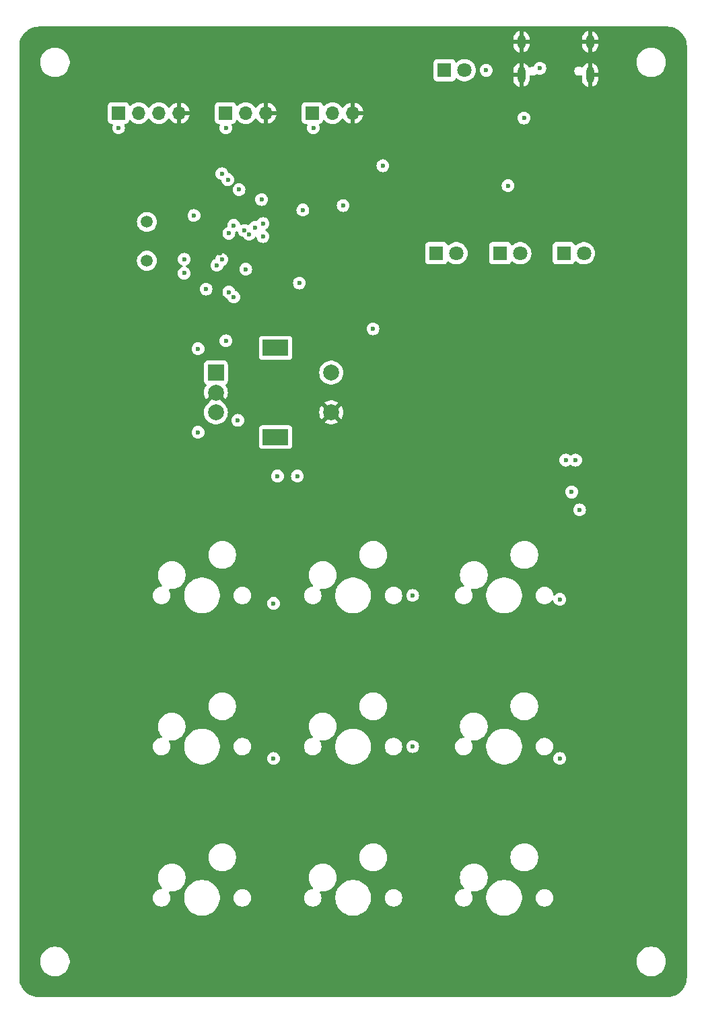
<source format=gbr>
%TF.GenerationSoftware,KiCad,Pcbnew,8.0.4*%
%TF.CreationDate,2024-10-31T19:52:33+01:00*%
%TF.ProjectId,Keyboard,4b657962-6f61-4726-942e-6b696361645f,rev?*%
%TF.SameCoordinates,Original*%
%TF.FileFunction,Copper,L3,Inr*%
%TF.FilePolarity,Positive*%
%FSLAX46Y46*%
G04 Gerber Fmt 4.6, Leading zero omitted, Abs format (unit mm)*
G04 Created by KiCad (PCBNEW 8.0.4) date 2024-10-31 19:52:33*
%MOMM*%
%LPD*%
G01*
G04 APERTURE LIST*
%TA.AperFunction,ComponentPad*%
%ADD10C,1.800000*%
%TD*%
%TA.AperFunction,ComponentPad*%
%ADD11R,1.800000X1.800000*%
%TD*%
%TA.AperFunction,ComponentPad*%
%ADD12O,1.700000X1.700000*%
%TD*%
%TA.AperFunction,ComponentPad*%
%ADD13R,1.700000X1.700000*%
%TD*%
%TA.AperFunction,ComponentPad*%
%ADD14C,2.000000*%
%TD*%
%TA.AperFunction,ComponentPad*%
%ADD15R,3.200000X2.000000*%
%TD*%
%TA.AperFunction,ComponentPad*%
%ADD16R,2.000000X2.000000*%
%TD*%
%TA.AperFunction,ComponentPad*%
%ADD17C,1.500000*%
%TD*%
%TA.AperFunction,ComponentPad*%
%ADD18O,1.000000X1.800000*%
%TD*%
%TA.AperFunction,ComponentPad*%
%ADD19O,1.000000X2.100000*%
%TD*%
%TA.AperFunction,ViaPad*%
%ADD20C,0.600000*%
%TD*%
G04 APERTURE END LIST*
D10*
%TO.N,+3V3*%
%TO.C,D6*%
X125515000Y-106000000D03*
D11*
%TO.N,Net-(D6-K)*%
X122975000Y-106000000D03*
%TD*%
D10*
%TO.N,+3V3*%
%TO.C,D5*%
X133540000Y-106000000D03*
D11*
%TO.N,Net-(D5-K)*%
X131000000Y-106000000D03*
%TD*%
%TO.N,Net-(D4-K)*%
%TO.C,D4*%
X139000000Y-106000000D03*
D10*
%TO.N,+3V3*%
X141540000Y-106000000D03*
%TD*%
D12*
%TO.N,GND*%
%TO.C,J3*%
X112462000Y-88375000D03*
%TO.N,Net-(J3-Pin_2)*%
X109922000Y-88375000D03*
D13*
%TO.N,+3V3*%
X107382000Y-88375000D03*
%TD*%
D12*
%TO.N,GND*%
%TO.C,J2*%
X101540000Y-88375000D03*
%TO.N,Net-(J2-Pin_2)*%
X99000000Y-88375000D03*
D13*
%TO.N,+3V3*%
X96460000Y-88375000D03*
%TD*%
D14*
%TO.N,Net-(D77-A)*%
%TO.C,SW77*%
X109750000Y-121000000D03*
%TO.N,GND*%
X109750000Y-126000000D03*
D15*
%TO.N,N/C*%
X102750000Y-129100000D03*
X102750000Y-117900000D03*
D14*
%TO.N,GND*%
X95250000Y-123500000D03*
%TO.N,Net-(D78-A)*%
X95250000Y-126000000D03*
D16*
%TO.N,Net-(D79-A)*%
X95250000Y-121000000D03*
%TD*%
D10*
%TO.N,+3V3*%
%TO.C,D76*%
X126540000Y-83000000D03*
D11*
%TO.N,Net-(D76-K)*%
X124000000Y-83000000D03*
%TD*%
D17*
%TO.N,Net-(U1-PD0)*%
%TO.C,Y1*%
X86566000Y-102062000D03*
%TO.N,Net-(U1-PD1)*%
X86566000Y-106942000D03*
%TD*%
D18*
%TO.N,GND*%
%TO.C,J1*%
X133680000Y-79425000D03*
D19*
X133680000Y-83605000D03*
D18*
X142320000Y-79425000D03*
D19*
X142320000Y-83605000D03*
%TD*%
D12*
%TO.N,GND*%
%TO.C,J4*%
X90613000Y-88375000D03*
%TO.N,/SWDCLK*%
X88073000Y-88375000D03*
%TO.N,/SWDIO*%
X85533000Y-88375000D03*
D13*
%TO.N,+3V3*%
X82993000Y-88375000D03*
%TD*%
D20*
%TO.N,GND*%
X96750000Y-124750000D03*
X146975000Y-195295000D03*
X146975000Y-188295000D03*
X146975000Y-181295000D03*
X146975000Y-174295000D03*
X146975000Y-167295000D03*
X146975000Y-160295000D03*
X146975000Y-153295000D03*
X146975000Y-146295000D03*
X146975000Y-139295000D03*
X146975000Y-132295000D03*
X146975000Y-125295000D03*
X146975000Y-118295000D03*
X146975000Y-111295000D03*
X146975000Y-104295000D03*
X146975000Y-90295000D03*
X146975000Y-83295000D03*
X139975000Y-195295000D03*
X139975000Y-188295000D03*
X139975000Y-174295000D03*
X139975000Y-167295000D03*
X139975000Y-160295000D03*
X139975000Y-153295000D03*
X139975000Y-146295000D03*
X139975000Y-125295000D03*
X139975000Y-118295000D03*
X139975000Y-104295000D03*
X132975000Y-195295000D03*
X132975000Y-174295000D03*
X132975000Y-160295000D03*
X132975000Y-153295000D03*
X132975000Y-146295000D03*
X132975000Y-132295000D03*
X132975000Y-125295000D03*
X132975000Y-118295000D03*
X132975000Y-111295000D03*
X125975000Y-195295000D03*
X125975000Y-181295000D03*
X125975000Y-174295000D03*
X125975000Y-160295000D03*
X125975000Y-153295000D03*
X125975000Y-132295000D03*
X125975000Y-125295000D03*
X125975000Y-118295000D03*
X118975000Y-195295000D03*
X118975000Y-174295000D03*
X118975000Y-160295000D03*
X118975000Y-153295000D03*
X118975000Y-139295000D03*
X118975000Y-132295000D03*
X118975000Y-125295000D03*
X118975000Y-97295000D03*
X111975000Y-195295000D03*
X111975000Y-181295000D03*
X111975000Y-174295000D03*
X111975000Y-160295000D03*
X111975000Y-153295000D03*
X111975000Y-132295000D03*
X111975000Y-125295000D03*
X111975000Y-118295000D03*
X111975000Y-83295000D03*
X104975000Y-195295000D03*
X104975000Y-174295000D03*
X104975000Y-153295000D03*
X104975000Y-132295000D03*
X104975000Y-125295000D03*
X104975000Y-97295000D03*
X104975000Y-90295000D03*
X104975000Y-83295000D03*
X97975000Y-195295000D03*
X97975000Y-174295000D03*
X97975000Y-160295000D03*
X97975000Y-153295000D03*
X97975000Y-146295000D03*
X97975000Y-139295000D03*
X97975000Y-83295000D03*
X90975000Y-195295000D03*
X90975000Y-181295000D03*
X90975000Y-174295000D03*
X90975000Y-160295000D03*
X90975000Y-153295000D03*
X90975000Y-132295000D03*
X90975000Y-97295000D03*
X90975000Y-90295000D03*
X90975000Y-83295000D03*
X83975000Y-195295000D03*
X83975000Y-188295000D03*
X83975000Y-181295000D03*
X83975000Y-139295000D03*
X83975000Y-132295000D03*
X83975000Y-125295000D03*
X83975000Y-118295000D03*
X83975000Y-111295000D03*
X83975000Y-97295000D03*
X83975000Y-83295000D03*
X76975000Y-188295000D03*
X76975000Y-181295000D03*
X76975000Y-174295000D03*
X76975000Y-167295000D03*
X76975000Y-160295000D03*
X76975000Y-153295000D03*
X76975000Y-146295000D03*
X76975000Y-139295000D03*
X76975000Y-132295000D03*
X76975000Y-125295000D03*
X76975000Y-118295000D03*
X76975000Y-111295000D03*
X76975000Y-104295000D03*
X76975000Y-97295000D03*
X76975000Y-90295000D03*
X149000000Y-115750000D03*
X147250000Y-97500000D03*
X148500000Y-86750000D03*
X86750000Y-104500000D03*
X83750000Y-104500000D03*
X110000000Y-128000000D03*
X87500000Y-123750000D03*
X93250000Y-123500000D03*
X119000000Y-118000000D03*
X132000000Y-95500000D03*
X141250000Y-88750000D03*
X143500000Y-90750000D03*
X134500000Y-85250000D03*
X141250000Y-85500000D03*
X140000000Y-79500000D03*
X135500000Y-79500000D03*
X118250000Y-84750000D03*
X118250000Y-81250000D03*
X114250000Y-88500000D03*
X103250000Y-88500000D03*
X92500000Y-88500000D03*
X80250000Y-105750000D03*
X80250000Y-103500000D03*
X88750000Y-102500000D03*
X88750000Y-105750000D03*
X88750000Y-107500000D03*
X88750000Y-109250000D03*
X90250000Y-110750000D03*
X103500000Y-102750000D03*
X100500000Y-108000000D03*
X100500000Y-110250000D03*
X95750000Y-106000000D03*
X95750000Y-102250000D03*
X96000000Y-99250000D03*
X103000000Y-97250000D03*
X106250000Y-98750000D03*
X119000000Y-88500000D03*
X116000000Y-91000000D03*
X128000000Y-99750000D03*
X134500000Y-110750000D03*
X127500000Y-109750000D03*
X133750000Y-100000000D03*
X137250000Y-101500000D03*
%TO.N,/row0*%
X140000000Y-136000000D03*
X139250000Y-132000000D03*
%TO.N,/row1*%
X140500000Y-132000000D03*
X141000000Y-138250000D03*
X100150000Y-102750000D03*
%TO.N,/row2*%
X98800000Y-103133884D03*
%TO.N,/row0*%
X101175001Y-102262174D03*
%TO.N,/col2*%
X105500000Y-134000000D03*
X98000000Y-127000000D03*
X94000000Y-110500000D03*
%TO.N,/col1*%
X96500000Y-117000000D03*
X95375000Y-107500000D03*
X103000000Y-134000000D03*
%TO.N,/col0*%
X96000000Y-106779635D03*
%TO.N,/row0*%
X120000000Y-149000000D03*
X138500000Y-149500000D03*
X102500000Y-150000000D03*
%TO.N,/row1*%
X120000000Y-168000000D03*
X138500000Y-169500000D03*
X102500000Y-169500000D03*
%TO.N,GND*%
X85500000Y-128500000D03*
X86500000Y-119500000D03*
%TO.N,/rot_B*%
X96875000Y-110875000D03*
X96875000Y-103500000D03*
%TO.N,/rot_A*%
X97500000Y-102500000D03*
X97500000Y-111500000D03*
%TO.N,+3V3*%
X93000000Y-128500000D03*
X93000000Y-118000000D03*
X115000000Y-115500000D03*
X105750000Y-109750000D03*
X111250000Y-100000000D03*
%TO.N,/Reset*%
X116250000Y-95000000D03*
X101180789Y-103908245D03*
%TO.N,+3V3*%
X106183500Y-100566500D03*
X107500000Y-90250000D03*
X96500000Y-90250000D03*
X83000000Y-90250000D03*
%TO.N,/SWDCLK*%
X101000000Y-99250000D03*
X96000000Y-96000000D03*
%TO.N,/SWDIO*%
X99431510Y-103625000D03*
X96750000Y-96750000D03*
%TO.N,/Boot1*%
X99000000Y-108000000D03*
X98150000Y-98000000D03*
%TO.N,+3V3*%
X129250000Y-83000000D03*
X132000000Y-97500000D03*
%TO.N,+5V*%
X134000000Y-89000000D03*
X136000000Y-82750000D03*
%TO.N,+3V3*%
X92500000Y-101250000D03*
X91250000Y-108500000D03*
X91250000Y-106750000D03*
%TD*%
%TA.AperFunction,Conductor*%
%TO.N,GND*%
G36*
X152003736Y-77500726D02*
G01*
X152293796Y-77518271D01*
X152308659Y-77520076D01*
X152590798Y-77571780D01*
X152605335Y-77575363D01*
X152879172Y-77660695D01*
X152893163Y-77666000D01*
X153154743Y-77783727D01*
X153167989Y-77790680D01*
X153413465Y-77939075D01*
X153425776Y-77947573D01*
X153573656Y-78063429D01*
X153651573Y-78124473D01*
X153662781Y-78134403D01*
X153865596Y-78337218D01*
X153875526Y-78348426D01*
X154034489Y-78551328D01*
X154052422Y-78574217D01*
X154060928Y-78586540D01*
X154209316Y-78832004D01*
X154216275Y-78845263D01*
X154333997Y-79106831D01*
X154339306Y-79120832D01*
X154424635Y-79394663D01*
X154428219Y-79409201D01*
X154479923Y-79691340D01*
X154481728Y-79706205D01*
X154499274Y-79996263D01*
X154499500Y-80003750D01*
X154499500Y-196996249D01*
X154499274Y-197003736D01*
X154481728Y-197293794D01*
X154479923Y-197308659D01*
X154428219Y-197590798D01*
X154424635Y-197605336D01*
X154339306Y-197879167D01*
X154333997Y-197893168D01*
X154216275Y-198154736D01*
X154209316Y-198167995D01*
X154060928Y-198413459D01*
X154052422Y-198425782D01*
X153875526Y-198651573D01*
X153865596Y-198662781D01*
X153662781Y-198865596D01*
X153651573Y-198875526D01*
X153425782Y-199052422D01*
X153413459Y-199060928D01*
X153167995Y-199209316D01*
X153154736Y-199216275D01*
X152893168Y-199333997D01*
X152879167Y-199339306D01*
X152605336Y-199424635D01*
X152590798Y-199428219D01*
X152308659Y-199479923D01*
X152293794Y-199481728D01*
X152003736Y-199499274D01*
X151996249Y-199499500D01*
X73003751Y-199499500D01*
X72996264Y-199499274D01*
X72706205Y-199481728D01*
X72691340Y-199479923D01*
X72409201Y-199428219D01*
X72394663Y-199424635D01*
X72120832Y-199339306D01*
X72106831Y-199333997D01*
X71845263Y-199216275D01*
X71832004Y-199209316D01*
X71586540Y-199060928D01*
X71574217Y-199052422D01*
X71348426Y-198875526D01*
X71337218Y-198865596D01*
X71134403Y-198662781D01*
X71124473Y-198651573D01*
X70947573Y-198425776D01*
X70939075Y-198413465D01*
X70790680Y-198167989D01*
X70783727Y-198154743D01*
X70666000Y-197893163D01*
X70660693Y-197879167D01*
X70575364Y-197605336D01*
X70571780Y-197590798D01*
X70520076Y-197308659D01*
X70518271Y-197293794D01*
X70500726Y-197003736D01*
X70500500Y-196996249D01*
X70500500Y-194878711D01*
X73149500Y-194878711D01*
X73149500Y-195121288D01*
X73181161Y-195361785D01*
X73243947Y-195596104D01*
X73336773Y-195820205D01*
X73336776Y-195820212D01*
X73458064Y-196030289D01*
X73458066Y-196030292D01*
X73458067Y-196030293D01*
X73605733Y-196222736D01*
X73605739Y-196222743D01*
X73777256Y-196394260D01*
X73777262Y-196394265D01*
X73969711Y-196541936D01*
X74179788Y-196663224D01*
X74403900Y-196756054D01*
X74638211Y-196818838D01*
X74818586Y-196842584D01*
X74878711Y-196850500D01*
X74878712Y-196850500D01*
X75121289Y-196850500D01*
X75169388Y-196844167D01*
X75361789Y-196818838D01*
X75596100Y-196756054D01*
X75820212Y-196663224D01*
X76030289Y-196541936D01*
X76222738Y-196394265D01*
X76394265Y-196222738D01*
X76541936Y-196030289D01*
X76663224Y-195820212D01*
X76756054Y-195596100D01*
X76818838Y-195361789D01*
X76850500Y-195121288D01*
X76850500Y-194878712D01*
X76850500Y-194878711D01*
X148149500Y-194878711D01*
X148149500Y-195121288D01*
X148181161Y-195361785D01*
X148243947Y-195596104D01*
X148336773Y-195820205D01*
X148336776Y-195820212D01*
X148458064Y-196030289D01*
X148458066Y-196030292D01*
X148458067Y-196030293D01*
X148605733Y-196222736D01*
X148605739Y-196222743D01*
X148777256Y-196394260D01*
X148777262Y-196394265D01*
X148969711Y-196541936D01*
X149179788Y-196663224D01*
X149403900Y-196756054D01*
X149638211Y-196818838D01*
X149818586Y-196842584D01*
X149878711Y-196850500D01*
X149878712Y-196850500D01*
X150121289Y-196850500D01*
X150169388Y-196844167D01*
X150361789Y-196818838D01*
X150596100Y-196756054D01*
X150820212Y-196663224D01*
X151030289Y-196541936D01*
X151222738Y-196394265D01*
X151394265Y-196222738D01*
X151541936Y-196030289D01*
X151663224Y-195820212D01*
X151756054Y-195596100D01*
X151818838Y-195361789D01*
X151850500Y-195121288D01*
X151850500Y-194878712D01*
X151818838Y-194638211D01*
X151756054Y-194403900D01*
X151663224Y-194179788D01*
X151541936Y-193969711D01*
X151394265Y-193777262D01*
X151394260Y-193777256D01*
X151222743Y-193605739D01*
X151222736Y-193605733D01*
X151030293Y-193458067D01*
X151030292Y-193458066D01*
X151030289Y-193458064D01*
X150820212Y-193336776D01*
X150820205Y-193336773D01*
X150596104Y-193243947D01*
X150361785Y-193181161D01*
X150121289Y-193149500D01*
X150121288Y-193149500D01*
X149878712Y-193149500D01*
X149878711Y-193149500D01*
X149638214Y-193181161D01*
X149403895Y-193243947D01*
X149179794Y-193336773D01*
X149179785Y-193336777D01*
X148969706Y-193458067D01*
X148777263Y-193605733D01*
X148777256Y-193605739D01*
X148605739Y-193777256D01*
X148605733Y-193777263D01*
X148458067Y-193969706D01*
X148336777Y-194179785D01*
X148336773Y-194179794D01*
X148243947Y-194403895D01*
X148181161Y-194638214D01*
X148149500Y-194878711D01*
X76850500Y-194878711D01*
X76818838Y-194638211D01*
X76756054Y-194403900D01*
X76663224Y-194179788D01*
X76541936Y-193969711D01*
X76394265Y-193777262D01*
X76394260Y-193777256D01*
X76222743Y-193605739D01*
X76222736Y-193605733D01*
X76030293Y-193458067D01*
X76030292Y-193458066D01*
X76030289Y-193458064D01*
X75820212Y-193336776D01*
X75820205Y-193336773D01*
X75596104Y-193243947D01*
X75361785Y-193181161D01*
X75121289Y-193149500D01*
X75121288Y-193149500D01*
X74878712Y-193149500D01*
X74878711Y-193149500D01*
X74638214Y-193181161D01*
X74403895Y-193243947D01*
X74179794Y-193336773D01*
X74179785Y-193336777D01*
X73969706Y-193458067D01*
X73777263Y-193605733D01*
X73777256Y-193605739D01*
X73605739Y-193777256D01*
X73605733Y-193777263D01*
X73458067Y-193969706D01*
X73336777Y-194179785D01*
X73336773Y-194179794D01*
X73243947Y-194403895D01*
X73181161Y-194638214D01*
X73149500Y-194878711D01*
X70500500Y-194878711D01*
X70500500Y-186913312D01*
X87318600Y-186913312D01*
X87318600Y-187086687D01*
X87345720Y-187257913D01*
X87399290Y-187422788D01*
X87399291Y-187422791D01*
X87477998Y-187577260D01*
X87579899Y-187717514D01*
X87702486Y-187840101D01*
X87842740Y-187942002D01*
X87918502Y-187980604D01*
X87997208Y-188020708D01*
X87997211Y-188020709D01*
X88079648Y-188047494D01*
X88162088Y-188074280D01*
X88241391Y-188086840D01*
X88333313Y-188101400D01*
X88333318Y-188101400D01*
X88506687Y-188101400D01*
X88589695Y-188088252D01*
X88677912Y-188074280D01*
X88842791Y-188020708D01*
X88997260Y-187942002D01*
X89137514Y-187840101D01*
X89260101Y-187717514D01*
X89362002Y-187577260D01*
X89440708Y-187422791D01*
X89494280Y-187257912D01*
X89511831Y-187147099D01*
X89521400Y-187086687D01*
X89521400Y-186913312D01*
X89511831Y-186852900D01*
X91255600Y-186852900D01*
X91255600Y-187147099D01*
X91255601Y-187147116D01*
X91294001Y-187438796D01*
X91370152Y-187722994D01*
X91482734Y-187994794D01*
X91482742Y-187994810D01*
X91629840Y-188249589D01*
X91629851Y-188249605D01*
X91808948Y-188483009D01*
X91808954Y-188483016D01*
X92016983Y-188691045D01*
X92016989Y-188691050D01*
X92250403Y-188870155D01*
X92250410Y-188870159D01*
X92505189Y-189017257D01*
X92505205Y-189017265D01*
X92777005Y-189129847D01*
X92777007Y-189129847D01*
X92777013Y-189129850D01*
X93061200Y-189205998D01*
X93352894Y-189244400D01*
X93352901Y-189244400D01*
X93647099Y-189244400D01*
X93647106Y-189244400D01*
X93938800Y-189205998D01*
X94222987Y-189129850D01*
X94296318Y-189099475D01*
X94494794Y-189017265D01*
X94494797Y-189017263D01*
X94494803Y-189017261D01*
X94749597Y-188870155D01*
X94983011Y-188691050D01*
X95191050Y-188483011D01*
X95370155Y-188249597D01*
X95517261Y-187994803D01*
X95629850Y-187722987D01*
X95705998Y-187438800D01*
X95744400Y-187147106D01*
X95744400Y-186913312D01*
X97478600Y-186913312D01*
X97478600Y-187086687D01*
X97505720Y-187257913D01*
X97559290Y-187422788D01*
X97559291Y-187422791D01*
X97637998Y-187577260D01*
X97739899Y-187717514D01*
X97862486Y-187840101D01*
X98002740Y-187942002D01*
X98078502Y-187980604D01*
X98157208Y-188020708D01*
X98157211Y-188020709D01*
X98239648Y-188047494D01*
X98322088Y-188074280D01*
X98401391Y-188086840D01*
X98493313Y-188101400D01*
X98493318Y-188101400D01*
X98666687Y-188101400D01*
X98749695Y-188088252D01*
X98837912Y-188074280D01*
X99002791Y-188020708D01*
X99157260Y-187942002D01*
X99297514Y-187840101D01*
X99420101Y-187717514D01*
X99522002Y-187577260D01*
X99600708Y-187422791D01*
X99654280Y-187257912D01*
X99671831Y-187147099D01*
X99681400Y-187086687D01*
X99681400Y-186913312D01*
X106318600Y-186913312D01*
X106318600Y-187086687D01*
X106345720Y-187257913D01*
X106399290Y-187422788D01*
X106399291Y-187422791D01*
X106477998Y-187577260D01*
X106579899Y-187717514D01*
X106702486Y-187840101D01*
X106842740Y-187942002D01*
X106918502Y-187980604D01*
X106997208Y-188020708D01*
X106997211Y-188020709D01*
X107079648Y-188047494D01*
X107162088Y-188074280D01*
X107241391Y-188086840D01*
X107333313Y-188101400D01*
X107333318Y-188101400D01*
X107506687Y-188101400D01*
X107589695Y-188088252D01*
X107677912Y-188074280D01*
X107842791Y-188020708D01*
X107997260Y-187942002D01*
X108137514Y-187840101D01*
X108260101Y-187717514D01*
X108362002Y-187577260D01*
X108440708Y-187422791D01*
X108494280Y-187257912D01*
X108511831Y-187147099D01*
X108521400Y-187086687D01*
X108521400Y-186913312D01*
X108511831Y-186852900D01*
X110255600Y-186852900D01*
X110255600Y-187147099D01*
X110255601Y-187147116D01*
X110294001Y-187438796D01*
X110370152Y-187722994D01*
X110482734Y-187994794D01*
X110482742Y-187994810D01*
X110629840Y-188249589D01*
X110629851Y-188249605D01*
X110808948Y-188483009D01*
X110808954Y-188483016D01*
X111016983Y-188691045D01*
X111016989Y-188691050D01*
X111250403Y-188870155D01*
X111250410Y-188870159D01*
X111505189Y-189017257D01*
X111505205Y-189017265D01*
X111777005Y-189129847D01*
X111777007Y-189129847D01*
X111777013Y-189129850D01*
X112061200Y-189205998D01*
X112352894Y-189244400D01*
X112352901Y-189244400D01*
X112647099Y-189244400D01*
X112647106Y-189244400D01*
X112938800Y-189205998D01*
X113222987Y-189129850D01*
X113296318Y-189099475D01*
X113494794Y-189017265D01*
X113494797Y-189017263D01*
X113494803Y-189017261D01*
X113749597Y-188870155D01*
X113983011Y-188691050D01*
X114191050Y-188483011D01*
X114370155Y-188249597D01*
X114517261Y-187994803D01*
X114629850Y-187722987D01*
X114705998Y-187438800D01*
X114744400Y-187147106D01*
X114744400Y-186913312D01*
X116478600Y-186913312D01*
X116478600Y-187086687D01*
X116505720Y-187257913D01*
X116559290Y-187422788D01*
X116559291Y-187422791D01*
X116637998Y-187577260D01*
X116739899Y-187717514D01*
X116862486Y-187840101D01*
X117002740Y-187942002D01*
X117078502Y-187980604D01*
X117157208Y-188020708D01*
X117157211Y-188020709D01*
X117239648Y-188047494D01*
X117322088Y-188074280D01*
X117401391Y-188086840D01*
X117493313Y-188101400D01*
X117493318Y-188101400D01*
X117666687Y-188101400D01*
X117749695Y-188088252D01*
X117837912Y-188074280D01*
X118002791Y-188020708D01*
X118157260Y-187942002D01*
X118297514Y-187840101D01*
X118420101Y-187717514D01*
X118522002Y-187577260D01*
X118600708Y-187422791D01*
X118654280Y-187257912D01*
X118671831Y-187147099D01*
X118681400Y-187086687D01*
X118681400Y-186913312D01*
X125318600Y-186913312D01*
X125318600Y-187086687D01*
X125345720Y-187257913D01*
X125399290Y-187422788D01*
X125399291Y-187422791D01*
X125477998Y-187577260D01*
X125579899Y-187717514D01*
X125702486Y-187840101D01*
X125842740Y-187942002D01*
X125918502Y-187980604D01*
X125997208Y-188020708D01*
X125997211Y-188020709D01*
X126079648Y-188047494D01*
X126162088Y-188074280D01*
X126241391Y-188086840D01*
X126333313Y-188101400D01*
X126333318Y-188101400D01*
X126506687Y-188101400D01*
X126589695Y-188088252D01*
X126677912Y-188074280D01*
X126842791Y-188020708D01*
X126997260Y-187942002D01*
X127137514Y-187840101D01*
X127260101Y-187717514D01*
X127362002Y-187577260D01*
X127440708Y-187422791D01*
X127494280Y-187257912D01*
X127511831Y-187147099D01*
X127521400Y-187086687D01*
X127521400Y-186913312D01*
X127511831Y-186852900D01*
X129255600Y-186852900D01*
X129255600Y-187147099D01*
X129255601Y-187147116D01*
X129294001Y-187438796D01*
X129370152Y-187722994D01*
X129482734Y-187994794D01*
X129482742Y-187994810D01*
X129629840Y-188249589D01*
X129629851Y-188249605D01*
X129808948Y-188483009D01*
X129808954Y-188483016D01*
X130016983Y-188691045D01*
X130016989Y-188691050D01*
X130250403Y-188870155D01*
X130250410Y-188870159D01*
X130505189Y-189017257D01*
X130505205Y-189017265D01*
X130777005Y-189129847D01*
X130777007Y-189129847D01*
X130777013Y-189129850D01*
X131061200Y-189205998D01*
X131352894Y-189244400D01*
X131352901Y-189244400D01*
X131647099Y-189244400D01*
X131647106Y-189244400D01*
X131938800Y-189205998D01*
X132222987Y-189129850D01*
X132296318Y-189099475D01*
X132494794Y-189017265D01*
X132494797Y-189017263D01*
X132494803Y-189017261D01*
X132749597Y-188870155D01*
X132983011Y-188691050D01*
X133191050Y-188483011D01*
X133370155Y-188249597D01*
X133517261Y-187994803D01*
X133629850Y-187722987D01*
X133705998Y-187438800D01*
X133744400Y-187147106D01*
X133744400Y-186913312D01*
X135478600Y-186913312D01*
X135478600Y-187086687D01*
X135505720Y-187257913D01*
X135559290Y-187422788D01*
X135559291Y-187422791D01*
X135637998Y-187577260D01*
X135739899Y-187717514D01*
X135862486Y-187840101D01*
X136002740Y-187942002D01*
X136078502Y-187980604D01*
X136157208Y-188020708D01*
X136157211Y-188020709D01*
X136239648Y-188047494D01*
X136322088Y-188074280D01*
X136401391Y-188086840D01*
X136493313Y-188101400D01*
X136493318Y-188101400D01*
X136666687Y-188101400D01*
X136749695Y-188088252D01*
X136837912Y-188074280D01*
X137002791Y-188020708D01*
X137157260Y-187942002D01*
X137297514Y-187840101D01*
X137420101Y-187717514D01*
X137522002Y-187577260D01*
X137600708Y-187422791D01*
X137654280Y-187257912D01*
X137671831Y-187147099D01*
X137681400Y-187086687D01*
X137681400Y-186913312D01*
X137665622Y-186813702D01*
X137654280Y-186742088D01*
X137600708Y-186577209D01*
X137600708Y-186577208D01*
X137522001Y-186422739D01*
X137420101Y-186282486D01*
X137297514Y-186159899D01*
X137157260Y-186057998D01*
X137108874Y-186033344D01*
X137002791Y-185979291D01*
X137002788Y-185979290D01*
X136837913Y-185925720D01*
X136666687Y-185898600D01*
X136666682Y-185898600D01*
X136493318Y-185898600D01*
X136493313Y-185898600D01*
X136322086Y-185925720D01*
X136157211Y-185979290D01*
X136157208Y-185979291D01*
X136002739Y-186057998D01*
X135971405Y-186080764D01*
X135862486Y-186159899D01*
X135862484Y-186159901D01*
X135862483Y-186159901D01*
X135739901Y-186282483D01*
X135739901Y-186282484D01*
X135739899Y-186282486D01*
X135709231Y-186324697D01*
X135637998Y-186422739D01*
X135559291Y-186577208D01*
X135559290Y-186577211D01*
X135505720Y-186742086D01*
X135478600Y-186913312D01*
X133744400Y-186913312D01*
X133744400Y-186852894D01*
X133705998Y-186561200D01*
X133629850Y-186277013D01*
X133602300Y-186210500D01*
X133517265Y-186005205D01*
X133517257Y-186005189D01*
X133370159Y-185750410D01*
X133370155Y-185750403D01*
X133191050Y-185516989D01*
X133191045Y-185516983D01*
X132983016Y-185308954D01*
X132983009Y-185308948D01*
X132749605Y-185129851D01*
X132749603Y-185129849D01*
X132749597Y-185129845D01*
X132749592Y-185129842D01*
X132749589Y-185129840D01*
X132494810Y-184982742D01*
X132494794Y-184982734D01*
X132222994Y-184870152D01*
X131969544Y-184802240D01*
X131938800Y-184794002D01*
X131938799Y-184794001D01*
X131938796Y-184794001D01*
X131647116Y-184755601D01*
X131647111Y-184755600D01*
X131647106Y-184755600D01*
X131352894Y-184755600D01*
X131352888Y-184755600D01*
X131352883Y-184755601D01*
X131061203Y-184794001D01*
X130777005Y-184870152D01*
X130505205Y-184982734D01*
X130505189Y-184982742D01*
X130250410Y-185129840D01*
X130250394Y-185129851D01*
X130016990Y-185308948D01*
X130016983Y-185308954D01*
X129808954Y-185516983D01*
X129808948Y-185516990D01*
X129629851Y-185750394D01*
X129629840Y-185750410D01*
X129482742Y-186005189D01*
X129482734Y-186005205D01*
X129370152Y-186277005D01*
X129294001Y-186561203D01*
X129255601Y-186852883D01*
X129255600Y-186852900D01*
X127511831Y-186852900D01*
X127505622Y-186813702D01*
X127494280Y-186742088D01*
X127440708Y-186577209D01*
X127440708Y-186577208D01*
X127362001Y-186422738D01*
X127338580Y-186390503D01*
X127315099Y-186324697D01*
X127330924Y-186256642D01*
X127381029Y-186207947D01*
X127449507Y-186194071D01*
X127455068Y-186194675D01*
X127575266Y-186210500D01*
X127575273Y-186210500D01*
X127804727Y-186210500D01*
X127804734Y-186210500D01*
X128032238Y-186180548D01*
X128253887Y-186121158D01*
X128465888Y-186033344D01*
X128664612Y-185918611D01*
X128846661Y-185778919D01*
X128846665Y-185778914D01*
X128846670Y-185778911D01*
X129008911Y-185616670D01*
X129008914Y-185616665D01*
X129008919Y-185616661D01*
X129148611Y-185434612D01*
X129263344Y-185235888D01*
X129351158Y-185023887D01*
X129410548Y-184802238D01*
X129440500Y-184574734D01*
X129440500Y-184345266D01*
X129410548Y-184117762D01*
X129351158Y-183896113D01*
X129263344Y-183684112D01*
X129148611Y-183485388D01*
X129148608Y-183485385D01*
X129148607Y-183485382D01*
X129008918Y-183303338D01*
X129008911Y-183303330D01*
X128846670Y-183141089D01*
X128846661Y-183141081D01*
X128664617Y-183001392D01*
X128465890Y-182886657D01*
X128465876Y-182886650D01*
X128253887Y-182798842D01*
X128032238Y-182739452D01*
X127994215Y-182734446D01*
X127804741Y-182709500D01*
X127804734Y-182709500D01*
X127575266Y-182709500D01*
X127575258Y-182709500D01*
X127358715Y-182738009D01*
X127347762Y-182739452D01*
X127254076Y-182764554D01*
X127126112Y-182798842D01*
X126914123Y-182886650D01*
X126914109Y-182886657D01*
X126715382Y-183001392D01*
X126533338Y-183141081D01*
X126371081Y-183303338D01*
X126231392Y-183485382D01*
X126116657Y-183684109D01*
X126116650Y-183684123D01*
X126028842Y-183896112D01*
X125969453Y-184117759D01*
X125969451Y-184117770D01*
X125939500Y-184345258D01*
X125939500Y-184574741D01*
X125963312Y-184755600D01*
X125969452Y-184802238D01*
X126017815Y-184982734D01*
X126028842Y-185023887D01*
X126116650Y-185235876D01*
X126116657Y-185235890D01*
X126231392Y-185434617D01*
X126371081Y-185616661D01*
X126371089Y-185616670D01*
X126441338Y-185686919D01*
X126474823Y-185748242D01*
X126469839Y-185817934D01*
X126427967Y-185873867D01*
X126362503Y-185898284D01*
X126353657Y-185898600D01*
X126333313Y-185898600D01*
X126162086Y-185925720D01*
X125997211Y-185979290D01*
X125997208Y-185979291D01*
X125842739Y-186057998D01*
X125811405Y-186080764D01*
X125702486Y-186159899D01*
X125702484Y-186159901D01*
X125702483Y-186159901D01*
X125579901Y-186282483D01*
X125579901Y-186282484D01*
X125579899Y-186282486D01*
X125549231Y-186324697D01*
X125477998Y-186422739D01*
X125399291Y-186577208D01*
X125399290Y-186577211D01*
X125345720Y-186742086D01*
X125318600Y-186913312D01*
X118681400Y-186913312D01*
X118665622Y-186813702D01*
X118654280Y-186742088D01*
X118600708Y-186577209D01*
X118600708Y-186577208D01*
X118522001Y-186422739D01*
X118420101Y-186282486D01*
X118297514Y-186159899D01*
X118157260Y-186057998D01*
X118108874Y-186033344D01*
X118002791Y-185979291D01*
X118002788Y-185979290D01*
X117837913Y-185925720D01*
X117666687Y-185898600D01*
X117666682Y-185898600D01*
X117493318Y-185898600D01*
X117493313Y-185898600D01*
X117322086Y-185925720D01*
X117157211Y-185979290D01*
X117157208Y-185979291D01*
X117002739Y-186057998D01*
X116971405Y-186080764D01*
X116862486Y-186159899D01*
X116862484Y-186159901D01*
X116862483Y-186159901D01*
X116739901Y-186282483D01*
X116739901Y-186282484D01*
X116739899Y-186282486D01*
X116709231Y-186324697D01*
X116637998Y-186422739D01*
X116559291Y-186577208D01*
X116559290Y-186577211D01*
X116505720Y-186742086D01*
X116478600Y-186913312D01*
X114744400Y-186913312D01*
X114744400Y-186852894D01*
X114705998Y-186561200D01*
X114629850Y-186277013D01*
X114602300Y-186210500D01*
X114517265Y-186005205D01*
X114517257Y-186005189D01*
X114370159Y-185750410D01*
X114370155Y-185750403D01*
X114191050Y-185516989D01*
X114191045Y-185516983D01*
X113983016Y-185308954D01*
X113983009Y-185308948D01*
X113749605Y-185129851D01*
X113749603Y-185129849D01*
X113749597Y-185129845D01*
X113749592Y-185129842D01*
X113749589Y-185129840D01*
X113494810Y-184982742D01*
X113494794Y-184982734D01*
X113222994Y-184870152D01*
X112969544Y-184802240D01*
X112938800Y-184794002D01*
X112938799Y-184794001D01*
X112938796Y-184794001D01*
X112647116Y-184755601D01*
X112647111Y-184755600D01*
X112647106Y-184755600D01*
X112352894Y-184755600D01*
X112352888Y-184755600D01*
X112352883Y-184755601D01*
X112061203Y-184794001D01*
X111777005Y-184870152D01*
X111505205Y-184982734D01*
X111505189Y-184982742D01*
X111250410Y-185129840D01*
X111250394Y-185129851D01*
X111016990Y-185308948D01*
X111016983Y-185308954D01*
X110808954Y-185516983D01*
X110808948Y-185516990D01*
X110629851Y-185750394D01*
X110629840Y-185750410D01*
X110482742Y-186005189D01*
X110482734Y-186005205D01*
X110370152Y-186277005D01*
X110294001Y-186561203D01*
X110255601Y-186852883D01*
X110255600Y-186852900D01*
X108511831Y-186852900D01*
X108505622Y-186813702D01*
X108494280Y-186742088D01*
X108440708Y-186577209D01*
X108440708Y-186577208D01*
X108362001Y-186422738D01*
X108338580Y-186390503D01*
X108315099Y-186324697D01*
X108330924Y-186256642D01*
X108381029Y-186207947D01*
X108449507Y-186194071D01*
X108455068Y-186194675D01*
X108575266Y-186210500D01*
X108575273Y-186210500D01*
X108804727Y-186210500D01*
X108804734Y-186210500D01*
X109032238Y-186180548D01*
X109253887Y-186121158D01*
X109465888Y-186033344D01*
X109664612Y-185918611D01*
X109846661Y-185778919D01*
X109846665Y-185778914D01*
X109846670Y-185778911D01*
X110008911Y-185616670D01*
X110008914Y-185616665D01*
X110008919Y-185616661D01*
X110148611Y-185434612D01*
X110263344Y-185235888D01*
X110351158Y-185023887D01*
X110410548Y-184802238D01*
X110440500Y-184574734D01*
X110440500Y-184345266D01*
X110410548Y-184117762D01*
X110351158Y-183896113D01*
X110263344Y-183684112D01*
X110148611Y-183485388D01*
X110148608Y-183485385D01*
X110148607Y-183485382D01*
X110008918Y-183303338D01*
X110008911Y-183303330D01*
X109846670Y-183141089D01*
X109846661Y-183141081D01*
X109664617Y-183001392D01*
X109465890Y-182886657D01*
X109465876Y-182886650D01*
X109253887Y-182798842D01*
X109032238Y-182739452D01*
X108994215Y-182734446D01*
X108804741Y-182709500D01*
X108804734Y-182709500D01*
X108575266Y-182709500D01*
X108575258Y-182709500D01*
X108358715Y-182738009D01*
X108347762Y-182739452D01*
X108254076Y-182764554D01*
X108126112Y-182798842D01*
X107914123Y-182886650D01*
X107914109Y-182886657D01*
X107715382Y-183001392D01*
X107533338Y-183141081D01*
X107371081Y-183303338D01*
X107231392Y-183485382D01*
X107116657Y-183684109D01*
X107116650Y-183684123D01*
X107028842Y-183896112D01*
X106969453Y-184117759D01*
X106969451Y-184117770D01*
X106939500Y-184345258D01*
X106939500Y-184574741D01*
X106963312Y-184755600D01*
X106969452Y-184802238D01*
X107017815Y-184982734D01*
X107028842Y-185023887D01*
X107116650Y-185235876D01*
X107116657Y-185235890D01*
X107231392Y-185434617D01*
X107371081Y-185616661D01*
X107371089Y-185616670D01*
X107441338Y-185686919D01*
X107474823Y-185748242D01*
X107469839Y-185817934D01*
X107427967Y-185873867D01*
X107362503Y-185898284D01*
X107353657Y-185898600D01*
X107333313Y-185898600D01*
X107162086Y-185925720D01*
X106997211Y-185979290D01*
X106997208Y-185979291D01*
X106842739Y-186057998D01*
X106811405Y-186080764D01*
X106702486Y-186159899D01*
X106702484Y-186159901D01*
X106702483Y-186159901D01*
X106579901Y-186282483D01*
X106579901Y-186282484D01*
X106579899Y-186282486D01*
X106549231Y-186324697D01*
X106477998Y-186422739D01*
X106399291Y-186577208D01*
X106399290Y-186577211D01*
X106345720Y-186742086D01*
X106318600Y-186913312D01*
X99681400Y-186913312D01*
X99665622Y-186813702D01*
X99654280Y-186742088D01*
X99600708Y-186577209D01*
X99600708Y-186577208D01*
X99522001Y-186422739D01*
X99420101Y-186282486D01*
X99297514Y-186159899D01*
X99157260Y-186057998D01*
X99108874Y-186033344D01*
X99002791Y-185979291D01*
X99002788Y-185979290D01*
X98837913Y-185925720D01*
X98666687Y-185898600D01*
X98666682Y-185898600D01*
X98493318Y-185898600D01*
X98493313Y-185898600D01*
X98322086Y-185925720D01*
X98157211Y-185979290D01*
X98157208Y-185979291D01*
X98002739Y-186057998D01*
X97971405Y-186080764D01*
X97862486Y-186159899D01*
X97862484Y-186159901D01*
X97862483Y-186159901D01*
X97739901Y-186282483D01*
X97739901Y-186282484D01*
X97739899Y-186282486D01*
X97709231Y-186324697D01*
X97637998Y-186422739D01*
X97559291Y-186577208D01*
X97559290Y-186577211D01*
X97505720Y-186742086D01*
X97478600Y-186913312D01*
X95744400Y-186913312D01*
X95744400Y-186852894D01*
X95705998Y-186561200D01*
X95629850Y-186277013D01*
X95602300Y-186210500D01*
X95517265Y-186005205D01*
X95517257Y-186005189D01*
X95370159Y-185750410D01*
X95370155Y-185750403D01*
X95191050Y-185516989D01*
X95191045Y-185516983D01*
X94983016Y-185308954D01*
X94983009Y-185308948D01*
X94749605Y-185129851D01*
X94749603Y-185129849D01*
X94749597Y-185129845D01*
X94749592Y-185129842D01*
X94749589Y-185129840D01*
X94494810Y-184982742D01*
X94494794Y-184982734D01*
X94222994Y-184870152D01*
X93969544Y-184802240D01*
X93938800Y-184794002D01*
X93938799Y-184794001D01*
X93938796Y-184794001D01*
X93647116Y-184755601D01*
X93647111Y-184755600D01*
X93647106Y-184755600D01*
X93352894Y-184755600D01*
X93352888Y-184755600D01*
X93352883Y-184755601D01*
X93061203Y-184794001D01*
X92777005Y-184870152D01*
X92505205Y-184982734D01*
X92505189Y-184982742D01*
X92250410Y-185129840D01*
X92250394Y-185129851D01*
X92016990Y-185308948D01*
X92016983Y-185308954D01*
X91808954Y-185516983D01*
X91808948Y-185516990D01*
X91629851Y-185750394D01*
X91629840Y-185750410D01*
X91482742Y-186005189D01*
X91482734Y-186005205D01*
X91370152Y-186277005D01*
X91294001Y-186561203D01*
X91255601Y-186852883D01*
X91255600Y-186852900D01*
X89511831Y-186852900D01*
X89505622Y-186813702D01*
X89494280Y-186742088D01*
X89440708Y-186577209D01*
X89440708Y-186577208D01*
X89362001Y-186422738D01*
X89338580Y-186390503D01*
X89315099Y-186324697D01*
X89330924Y-186256642D01*
X89381029Y-186207947D01*
X89449507Y-186194071D01*
X89455068Y-186194675D01*
X89575266Y-186210500D01*
X89575273Y-186210500D01*
X89804727Y-186210500D01*
X89804734Y-186210500D01*
X90032238Y-186180548D01*
X90253887Y-186121158D01*
X90465888Y-186033344D01*
X90664612Y-185918611D01*
X90846661Y-185778919D01*
X90846665Y-185778914D01*
X90846670Y-185778911D01*
X91008911Y-185616670D01*
X91008914Y-185616665D01*
X91008919Y-185616661D01*
X91148611Y-185434612D01*
X91263344Y-185235888D01*
X91351158Y-185023887D01*
X91410548Y-184802238D01*
X91440500Y-184574734D01*
X91440500Y-184345266D01*
X91410548Y-184117762D01*
X91351158Y-183896113D01*
X91263344Y-183684112D01*
X91148611Y-183485388D01*
X91148608Y-183485385D01*
X91148607Y-183485382D01*
X91008918Y-183303338D01*
X91008911Y-183303330D01*
X90846670Y-183141089D01*
X90846661Y-183141081D01*
X90664617Y-183001392D01*
X90465890Y-182886657D01*
X90465876Y-182886650D01*
X90253887Y-182798842D01*
X90032238Y-182739452D01*
X89994215Y-182734446D01*
X89804741Y-182709500D01*
X89804734Y-182709500D01*
X89575266Y-182709500D01*
X89575258Y-182709500D01*
X89358715Y-182738009D01*
X89347762Y-182739452D01*
X89254076Y-182764554D01*
X89126112Y-182798842D01*
X88914123Y-182886650D01*
X88914109Y-182886657D01*
X88715382Y-183001392D01*
X88533338Y-183141081D01*
X88371081Y-183303338D01*
X88231392Y-183485382D01*
X88116657Y-183684109D01*
X88116650Y-183684123D01*
X88028842Y-183896112D01*
X87969453Y-184117759D01*
X87969451Y-184117770D01*
X87939500Y-184345258D01*
X87939500Y-184574741D01*
X87963312Y-184755600D01*
X87969452Y-184802238D01*
X88017815Y-184982734D01*
X88028842Y-185023887D01*
X88116650Y-185235876D01*
X88116657Y-185235890D01*
X88231392Y-185434617D01*
X88371081Y-185616661D01*
X88371089Y-185616670D01*
X88441338Y-185686919D01*
X88474823Y-185748242D01*
X88469839Y-185817934D01*
X88427967Y-185873867D01*
X88362503Y-185898284D01*
X88353657Y-185898600D01*
X88333313Y-185898600D01*
X88162086Y-185925720D01*
X87997211Y-185979290D01*
X87997208Y-185979291D01*
X87842739Y-186057998D01*
X87811405Y-186080764D01*
X87702486Y-186159899D01*
X87702484Y-186159901D01*
X87702483Y-186159901D01*
X87579901Y-186282483D01*
X87579901Y-186282484D01*
X87579899Y-186282486D01*
X87549231Y-186324697D01*
X87477998Y-186422739D01*
X87399291Y-186577208D01*
X87399290Y-186577211D01*
X87345720Y-186742086D01*
X87318600Y-186913312D01*
X70500500Y-186913312D01*
X70500500Y-181805258D01*
X94289500Y-181805258D01*
X94289500Y-182034741D01*
X94314446Y-182224215D01*
X94319452Y-182262238D01*
X94319453Y-182262240D01*
X94378842Y-182483887D01*
X94466650Y-182695876D01*
X94466657Y-182695890D01*
X94581392Y-182894617D01*
X94721081Y-183076661D01*
X94721089Y-183076670D01*
X94883330Y-183238911D01*
X94883338Y-183238918D01*
X95065382Y-183378607D01*
X95065385Y-183378608D01*
X95065388Y-183378611D01*
X95264112Y-183493344D01*
X95264117Y-183493346D01*
X95264123Y-183493349D01*
X95355480Y-183531190D01*
X95476113Y-183581158D01*
X95697762Y-183640548D01*
X95925266Y-183670500D01*
X95925273Y-183670500D01*
X96154727Y-183670500D01*
X96154734Y-183670500D01*
X96382238Y-183640548D01*
X96603887Y-183581158D01*
X96815888Y-183493344D01*
X97014612Y-183378611D01*
X97196661Y-183238919D01*
X97196665Y-183238914D01*
X97196670Y-183238911D01*
X97358911Y-183076670D01*
X97358914Y-183076665D01*
X97358919Y-183076661D01*
X97498611Y-182894612D01*
X97613344Y-182695888D01*
X97701158Y-182483887D01*
X97760548Y-182262238D01*
X97790500Y-182034734D01*
X97790500Y-181805266D01*
X97790499Y-181805258D01*
X113289500Y-181805258D01*
X113289500Y-182034741D01*
X113314446Y-182224215D01*
X113319452Y-182262238D01*
X113319453Y-182262240D01*
X113378842Y-182483887D01*
X113466650Y-182695876D01*
X113466657Y-182695890D01*
X113581392Y-182894617D01*
X113721081Y-183076661D01*
X113721089Y-183076670D01*
X113883330Y-183238911D01*
X113883338Y-183238918D01*
X114065382Y-183378607D01*
X114065385Y-183378608D01*
X114065388Y-183378611D01*
X114264112Y-183493344D01*
X114264117Y-183493346D01*
X114264123Y-183493349D01*
X114355480Y-183531190D01*
X114476113Y-183581158D01*
X114697762Y-183640548D01*
X114925266Y-183670500D01*
X114925273Y-183670500D01*
X115154727Y-183670500D01*
X115154734Y-183670500D01*
X115382238Y-183640548D01*
X115603887Y-183581158D01*
X115815888Y-183493344D01*
X116014612Y-183378611D01*
X116196661Y-183238919D01*
X116196665Y-183238914D01*
X116196670Y-183238911D01*
X116358911Y-183076670D01*
X116358914Y-183076665D01*
X116358919Y-183076661D01*
X116498611Y-182894612D01*
X116613344Y-182695888D01*
X116701158Y-182483887D01*
X116760548Y-182262238D01*
X116790500Y-182034734D01*
X116790500Y-181805266D01*
X116790499Y-181805258D01*
X132289500Y-181805258D01*
X132289500Y-182034741D01*
X132314446Y-182224215D01*
X132319452Y-182262238D01*
X132319453Y-182262240D01*
X132378842Y-182483887D01*
X132466650Y-182695876D01*
X132466657Y-182695890D01*
X132581392Y-182894617D01*
X132721081Y-183076661D01*
X132721089Y-183076670D01*
X132883330Y-183238911D01*
X132883338Y-183238918D01*
X133065382Y-183378607D01*
X133065385Y-183378608D01*
X133065388Y-183378611D01*
X133264112Y-183493344D01*
X133264117Y-183493346D01*
X133264123Y-183493349D01*
X133355480Y-183531190D01*
X133476113Y-183581158D01*
X133697762Y-183640548D01*
X133925266Y-183670500D01*
X133925273Y-183670500D01*
X134154727Y-183670500D01*
X134154734Y-183670500D01*
X134382238Y-183640548D01*
X134603887Y-183581158D01*
X134815888Y-183493344D01*
X135014612Y-183378611D01*
X135196661Y-183238919D01*
X135196665Y-183238914D01*
X135196670Y-183238911D01*
X135358911Y-183076670D01*
X135358914Y-183076665D01*
X135358919Y-183076661D01*
X135498611Y-182894612D01*
X135613344Y-182695888D01*
X135701158Y-182483887D01*
X135760548Y-182262238D01*
X135790500Y-182034734D01*
X135790500Y-181805266D01*
X135760548Y-181577762D01*
X135701158Y-181356113D01*
X135613344Y-181144112D01*
X135498611Y-180945388D01*
X135498608Y-180945385D01*
X135498607Y-180945382D01*
X135358918Y-180763338D01*
X135358911Y-180763330D01*
X135196670Y-180601089D01*
X135196661Y-180601081D01*
X135014617Y-180461392D01*
X134815890Y-180346657D01*
X134815876Y-180346650D01*
X134603887Y-180258842D01*
X134382238Y-180199452D01*
X134344215Y-180194446D01*
X134154741Y-180169500D01*
X134154734Y-180169500D01*
X133925266Y-180169500D01*
X133925258Y-180169500D01*
X133708715Y-180198009D01*
X133697762Y-180199452D01*
X133604076Y-180224554D01*
X133476112Y-180258842D01*
X133264123Y-180346650D01*
X133264109Y-180346657D01*
X133065382Y-180461392D01*
X132883338Y-180601081D01*
X132721081Y-180763338D01*
X132581392Y-180945382D01*
X132466657Y-181144109D01*
X132466650Y-181144123D01*
X132378842Y-181356112D01*
X132319453Y-181577759D01*
X132319451Y-181577770D01*
X132289500Y-181805258D01*
X116790499Y-181805258D01*
X116760548Y-181577762D01*
X116701158Y-181356113D01*
X116613344Y-181144112D01*
X116498611Y-180945388D01*
X116498608Y-180945385D01*
X116498607Y-180945382D01*
X116358918Y-180763338D01*
X116358911Y-180763330D01*
X116196670Y-180601089D01*
X116196661Y-180601081D01*
X116014617Y-180461392D01*
X115815890Y-180346657D01*
X115815876Y-180346650D01*
X115603887Y-180258842D01*
X115382238Y-180199452D01*
X115344215Y-180194446D01*
X115154741Y-180169500D01*
X115154734Y-180169500D01*
X114925266Y-180169500D01*
X114925258Y-180169500D01*
X114708715Y-180198009D01*
X114697762Y-180199452D01*
X114604076Y-180224554D01*
X114476112Y-180258842D01*
X114264123Y-180346650D01*
X114264109Y-180346657D01*
X114065382Y-180461392D01*
X113883338Y-180601081D01*
X113721081Y-180763338D01*
X113581392Y-180945382D01*
X113466657Y-181144109D01*
X113466650Y-181144123D01*
X113378842Y-181356112D01*
X113319453Y-181577759D01*
X113319451Y-181577770D01*
X113289500Y-181805258D01*
X97790499Y-181805258D01*
X97760548Y-181577762D01*
X97701158Y-181356113D01*
X97613344Y-181144112D01*
X97498611Y-180945388D01*
X97498608Y-180945385D01*
X97498607Y-180945382D01*
X97358918Y-180763338D01*
X97358911Y-180763330D01*
X97196670Y-180601089D01*
X97196661Y-180601081D01*
X97014617Y-180461392D01*
X96815890Y-180346657D01*
X96815876Y-180346650D01*
X96603887Y-180258842D01*
X96382238Y-180199452D01*
X96344215Y-180194446D01*
X96154741Y-180169500D01*
X96154734Y-180169500D01*
X95925266Y-180169500D01*
X95925258Y-180169500D01*
X95708715Y-180198009D01*
X95697762Y-180199452D01*
X95604076Y-180224554D01*
X95476112Y-180258842D01*
X95264123Y-180346650D01*
X95264109Y-180346657D01*
X95065382Y-180461392D01*
X94883338Y-180601081D01*
X94721081Y-180763338D01*
X94581392Y-180945382D01*
X94466657Y-181144109D01*
X94466650Y-181144123D01*
X94378842Y-181356112D01*
X94319453Y-181577759D01*
X94319451Y-181577770D01*
X94289500Y-181805258D01*
X70500500Y-181805258D01*
X70500500Y-167913312D01*
X87318600Y-167913312D01*
X87318600Y-168086687D01*
X87345720Y-168257913D01*
X87399290Y-168422788D01*
X87399291Y-168422791D01*
X87477998Y-168577260D01*
X87579899Y-168717514D01*
X87702486Y-168840101D01*
X87842740Y-168942002D01*
X87918502Y-168980604D01*
X87997208Y-169020708D01*
X87997211Y-169020709D01*
X88079648Y-169047494D01*
X88162088Y-169074280D01*
X88241391Y-169086840D01*
X88333313Y-169101400D01*
X88333318Y-169101400D01*
X88506687Y-169101400D01*
X88589695Y-169088252D01*
X88677912Y-169074280D01*
X88842791Y-169020708D01*
X88997260Y-168942002D01*
X89137514Y-168840101D01*
X89260101Y-168717514D01*
X89362002Y-168577260D01*
X89440708Y-168422791D01*
X89494280Y-168257912D01*
X89511831Y-168147099D01*
X89521400Y-168086687D01*
X89521400Y-167913312D01*
X89511831Y-167852900D01*
X91255600Y-167852900D01*
X91255600Y-168147099D01*
X91255601Y-168147116D01*
X91282248Y-168349523D01*
X91294002Y-168438800D01*
X91362499Y-168694435D01*
X91370152Y-168722994D01*
X91482734Y-168994794D01*
X91482742Y-168994810D01*
X91629840Y-169249589D01*
X91629851Y-169249605D01*
X91808948Y-169483009D01*
X91808954Y-169483016D01*
X92016983Y-169691045D01*
X92016989Y-169691050D01*
X92250403Y-169870155D01*
X92250410Y-169870159D01*
X92505189Y-170017257D01*
X92505205Y-170017265D01*
X92777005Y-170129847D01*
X92777007Y-170129847D01*
X92777013Y-170129850D01*
X93061200Y-170205998D01*
X93352894Y-170244400D01*
X93352901Y-170244400D01*
X93647099Y-170244400D01*
X93647106Y-170244400D01*
X93938800Y-170205998D01*
X94222987Y-170129850D01*
X94296318Y-170099475D01*
X94494794Y-170017265D01*
X94494797Y-170017263D01*
X94494803Y-170017261D01*
X94749597Y-169870155D01*
X94983011Y-169691050D01*
X95174065Y-169499996D01*
X101694435Y-169499996D01*
X101694435Y-169500003D01*
X101714630Y-169679249D01*
X101714631Y-169679254D01*
X101774211Y-169849523D01*
X101787178Y-169870159D01*
X101870184Y-170002262D01*
X101997738Y-170129816D01*
X102150478Y-170225789D01*
X102320745Y-170285368D01*
X102320750Y-170285369D01*
X102499996Y-170305565D01*
X102500000Y-170305565D01*
X102500004Y-170305565D01*
X102679249Y-170285369D01*
X102679252Y-170285368D01*
X102679255Y-170285368D01*
X102849522Y-170225789D01*
X103002262Y-170129816D01*
X103129816Y-170002262D01*
X103225789Y-169849522D01*
X103285368Y-169679255D01*
X103305565Y-169500000D01*
X103303651Y-169483016D01*
X103285369Y-169320750D01*
X103285368Y-169320745D01*
X103225788Y-169150476D01*
X103177910Y-169074279D01*
X103129816Y-168997738D01*
X103002262Y-168870184D01*
X102849523Y-168774211D01*
X102679254Y-168714631D01*
X102679249Y-168714630D01*
X102500004Y-168694435D01*
X102499996Y-168694435D01*
X102320750Y-168714630D01*
X102320745Y-168714631D01*
X102150476Y-168774211D01*
X101997737Y-168870184D01*
X101870184Y-168997737D01*
X101774211Y-169150476D01*
X101714631Y-169320745D01*
X101714630Y-169320750D01*
X101694435Y-169499996D01*
X95174065Y-169499996D01*
X95191050Y-169483011D01*
X95370155Y-169249597D01*
X95508018Y-169010811D01*
X95517257Y-168994810D01*
X95517265Y-168994794D01*
X95629847Y-168722994D01*
X95629846Y-168722994D01*
X95629850Y-168722987D01*
X95705998Y-168438800D01*
X95744400Y-168147106D01*
X95744400Y-167913312D01*
X97478600Y-167913312D01*
X97478600Y-168086687D01*
X97505720Y-168257913D01*
X97559290Y-168422788D01*
X97559291Y-168422791D01*
X97637998Y-168577260D01*
X97739899Y-168717514D01*
X97862486Y-168840101D01*
X98002740Y-168942002D01*
X98078502Y-168980604D01*
X98157208Y-169020708D01*
X98157211Y-169020709D01*
X98239648Y-169047494D01*
X98322088Y-169074280D01*
X98401391Y-169086840D01*
X98493313Y-169101400D01*
X98493318Y-169101400D01*
X98666687Y-169101400D01*
X98749695Y-169088252D01*
X98837912Y-169074280D01*
X99002791Y-169020708D01*
X99157260Y-168942002D01*
X99297514Y-168840101D01*
X99420101Y-168717514D01*
X99522002Y-168577260D01*
X99600708Y-168422791D01*
X99654280Y-168257912D01*
X99671831Y-168147099D01*
X99681400Y-168086687D01*
X99681400Y-167913312D01*
X106318600Y-167913312D01*
X106318600Y-168086687D01*
X106345720Y-168257913D01*
X106399290Y-168422788D01*
X106399291Y-168422791D01*
X106477998Y-168577260D01*
X106579899Y-168717514D01*
X106702486Y-168840101D01*
X106842740Y-168942002D01*
X106918502Y-168980604D01*
X106997208Y-169020708D01*
X106997211Y-169020709D01*
X107079648Y-169047494D01*
X107162088Y-169074280D01*
X107241391Y-169086840D01*
X107333313Y-169101400D01*
X107333318Y-169101400D01*
X107506687Y-169101400D01*
X107589695Y-169088252D01*
X107677912Y-169074280D01*
X107842791Y-169020708D01*
X107997260Y-168942002D01*
X108137514Y-168840101D01*
X108260101Y-168717514D01*
X108362002Y-168577260D01*
X108440708Y-168422791D01*
X108494280Y-168257912D01*
X108511831Y-168147099D01*
X108521400Y-168086687D01*
X108521400Y-167913312D01*
X108511831Y-167852900D01*
X110255600Y-167852900D01*
X110255600Y-168147099D01*
X110255601Y-168147116D01*
X110282248Y-168349523D01*
X110294002Y-168438800D01*
X110362499Y-168694435D01*
X110370152Y-168722994D01*
X110482734Y-168994794D01*
X110482742Y-168994810D01*
X110629840Y-169249589D01*
X110629851Y-169249605D01*
X110808948Y-169483009D01*
X110808954Y-169483016D01*
X111016983Y-169691045D01*
X111016989Y-169691050D01*
X111250403Y-169870155D01*
X111250410Y-169870159D01*
X111505189Y-170017257D01*
X111505205Y-170017265D01*
X111777005Y-170129847D01*
X111777007Y-170129847D01*
X111777013Y-170129850D01*
X112061200Y-170205998D01*
X112352894Y-170244400D01*
X112352901Y-170244400D01*
X112647099Y-170244400D01*
X112647106Y-170244400D01*
X112938800Y-170205998D01*
X113222987Y-170129850D01*
X113296318Y-170099475D01*
X113494794Y-170017265D01*
X113494797Y-170017263D01*
X113494803Y-170017261D01*
X113749597Y-169870155D01*
X113983011Y-169691050D01*
X114191050Y-169483011D01*
X114370155Y-169249597D01*
X114508018Y-169010811D01*
X114517257Y-168994810D01*
X114517265Y-168994794D01*
X114629847Y-168722994D01*
X114629846Y-168722994D01*
X114629850Y-168722987D01*
X114705998Y-168438800D01*
X114744400Y-168147106D01*
X114744400Y-167913312D01*
X116478600Y-167913312D01*
X116478600Y-168086687D01*
X116505720Y-168257913D01*
X116559290Y-168422788D01*
X116559291Y-168422791D01*
X116637998Y-168577260D01*
X116739899Y-168717514D01*
X116862486Y-168840101D01*
X117002740Y-168942002D01*
X117078502Y-168980604D01*
X117157208Y-169020708D01*
X117157211Y-169020709D01*
X117239648Y-169047494D01*
X117322088Y-169074280D01*
X117401391Y-169086840D01*
X117493313Y-169101400D01*
X117493318Y-169101400D01*
X117666687Y-169101400D01*
X117749695Y-169088252D01*
X117837912Y-169074280D01*
X118002791Y-169020708D01*
X118157260Y-168942002D01*
X118297514Y-168840101D01*
X118420101Y-168717514D01*
X118522002Y-168577260D01*
X118600708Y-168422791D01*
X118654280Y-168257912D01*
X118671831Y-168147099D01*
X118681400Y-168086687D01*
X118681400Y-167999996D01*
X119194435Y-167999996D01*
X119194435Y-168000003D01*
X119214630Y-168179249D01*
X119214631Y-168179254D01*
X119274211Y-168349523D01*
X119330308Y-168438800D01*
X119370184Y-168502262D01*
X119497738Y-168629816D01*
X119588080Y-168686582D01*
X119646029Y-168722994D01*
X119650478Y-168725789D01*
X119788860Y-168774211D01*
X119820745Y-168785368D01*
X119820750Y-168785369D01*
X119999996Y-168805565D01*
X120000000Y-168805565D01*
X120000004Y-168805565D01*
X120179249Y-168785369D01*
X120179252Y-168785368D01*
X120179255Y-168785368D01*
X120349522Y-168725789D01*
X120502262Y-168629816D01*
X120629816Y-168502262D01*
X120725789Y-168349522D01*
X120785368Y-168179255D01*
X120788989Y-168147116D01*
X120805565Y-168000003D01*
X120805565Y-167999996D01*
X120795798Y-167913312D01*
X125318600Y-167913312D01*
X125318600Y-168086687D01*
X125345720Y-168257913D01*
X125399290Y-168422788D01*
X125399291Y-168422791D01*
X125477998Y-168577260D01*
X125579899Y-168717514D01*
X125702486Y-168840101D01*
X125842740Y-168942002D01*
X125918502Y-168980604D01*
X125997208Y-169020708D01*
X125997211Y-169020709D01*
X126079648Y-169047494D01*
X126162088Y-169074280D01*
X126241391Y-169086840D01*
X126333313Y-169101400D01*
X126333318Y-169101400D01*
X126506687Y-169101400D01*
X126589695Y-169088252D01*
X126677912Y-169074280D01*
X126842791Y-169020708D01*
X126997260Y-168942002D01*
X127137514Y-168840101D01*
X127260101Y-168717514D01*
X127362002Y-168577260D01*
X127440708Y-168422791D01*
X127494280Y-168257912D01*
X127511831Y-168147099D01*
X127521400Y-168086687D01*
X127521400Y-167913312D01*
X127511831Y-167852900D01*
X129255600Y-167852900D01*
X129255600Y-168147099D01*
X129255601Y-168147116D01*
X129282248Y-168349523D01*
X129294002Y-168438800D01*
X129362499Y-168694435D01*
X129370152Y-168722994D01*
X129482734Y-168994794D01*
X129482742Y-168994810D01*
X129629840Y-169249589D01*
X129629851Y-169249605D01*
X129808948Y-169483009D01*
X129808954Y-169483016D01*
X130016983Y-169691045D01*
X130016989Y-169691050D01*
X130250403Y-169870155D01*
X130250410Y-169870159D01*
X130505189Y-170017257D01*
X130505205Y-170017265D01*
X130777005Y-170129847D01*
X130777007Y-170129847D01*
X130777013Y-170129850D01*
X131061200Y-170205998D01*
X131352894Y-170244400D01*
X131352901Y-170244400D01*
X131647099Y-170244400D01*
X131647106Y-170244400D01*
X131938800Y-170205998D01*
X132222987Y-170129850D01*
X132296318Y-170099475D01*
X132494794Y-170017265D01*
X132494797Y-170017263D01*
X132494803Y-170017261D01*
X132749597Y-169870155D01*
X132983011Y-169691050D01*
X133174065Y-169499996D01*
X137694435Y-169499996D01*
X137694435Y-169500003D01*
X137714630Y-169679249D01*
X137714631Y-169679254D01*
X137774211Y-169849523D01*
X137787178Y-169870159D01*
X137870184Y-170002262D01*
X137997738Y-170129816D01*
X138150478Y-170225789D01*
X138320745Y-170285368D01*
X138320750Y-170285369D01*
X138499996Y-170305565D01*
X138500000Y-170305565D01*
X138500004Y-170305565D01*
X138679249Y-170285369D01*
X138679252Y-170285368D01*
X138679255Y-170285368D01*
X138849522Y-170225789D01*
X139002262Y-170129816D01*
X139129816Y-170002262D01*
X139225789Y-169849522D01*
X139285368Y-169679255D01*
X139305565Y-169500000D01*
X139303651Y-169483016D01*
X139285369Y-169320750D01*
X139285368Y-169320745D01*
X139225788Y-169150476D01*
X139177910Y-169074279D01*
X139129816Y-168997738D01*
X139002262Y-168870184D01*
X138849523Y-168774211D01*
X138679254Y-168714631D01*
X138679249Y-168714630D01*
X138500004Y-168694435D01*
X138499996Y-168694435D01*
X138320750Y-168714630D01*
X138320745Y-168714631D01*
X138150476Y-168774211D01*
X137997737Y-168870184D01*
X137870184Y-168997737D01*
X137774211Y-169150476D01*
X137714631Y-169320745D01*
X137714630Y-169320750D01*
X137694435Y-169499996D01*
X133174065Y-169499996D01*
X133191050Y-169483011D01*
X133370155Y-169249597D01*
X133508018Y-169010811D01*
X133517257Y-168994810D01*
X133517265Y-168994794D01*
X133629847Y-168722994D01*
X133629846Y-168722994D01*
X133629850Y-168722987D01*
X133705998Y-168438800D01*
X133744400Y-168147106D01*
X133744400Y-167913312D01*
X135478600Y-167913312D01*
X135478600Y-168086687D01*
X135505720Y-168257913D01*
X135559290Y-168422788D01*
X135559291Y-168422791D01*
X135637998Y-168577260D01*
X135739899Y-168717514D01*
X135862486Y-168840101D01*
X136002740Y-168942002D01*
X136078502Y-168980604D01*
X136157208Y-169020708D01*
X136157211Y-169020709D01*
X136239648Y-169047494D01*
X136322088Y-169074280D01*
X136401391Y-169086840D01*
X136493313Y-169101400D01*
X136493318Y-169101400D01*
X136666687Y-169101400D01*
X136749695Y-169088252D01*
X136837912Y-169074280D01*
X137002791Y-169020708D01*
X137157260Y-168942002D01*
X137297514Y-168840101D01*
X137420101Y-168717514D01*
X137522002Y-168577260D01*
X137600708Y-168422791D01*
X137654280Y-168257912D01*
X137671831Y-168147099D01*
X137681400Y-168086687D01*
X137681400Y-167913312D01*
X137665622Y-167813702D01*
X137654280Y-167742088D01*
X137600708Y-167577209D01*
X137600708Y-167577208D01*
X137522001Y-167422739D01*
X137420101Y-167282486D01*
X137297514Y-167159899D01*
X137157260Y-167057998D01*
X137108874Y-167033344D01*
X137002791Y-166979291D01*
X137002788Y-166979290D01*
X136837913Y-166925720D01*
X136666687Y-166898600D01*
X136666682Y-166898600D01*
X136493318Y-166898600D01*
X136493313Y-166898600D01*
X136322086Y-166925720D01*
X136157211Y-166979290D01*
X136157208Y-166979291D01*
X136002739Y-167057998D01*
X135971405Y-167080764D01*
X135862486Y-167159899D01*
X135862484Y-167159901D01*
X135862483Y-167159901D01*
X135739901Y-167282483D01*
X135739901Y-167282484D01*
X135739899Y-167282486D01*
X135709231Y-167324697D01*
X135637998Y-167422739D01*
X135559291Y-167577208D01*
X135559290Y-167577211D01*
X135505720Y-167742086D01*
X135478600Y-167913312D01*
X133744400Y-167913312D01*
X133744400Y-167852894D01*
X133705998Y-167561200D01*
X133629850Y-167277013D01*
X133629847Y-167277005D01*
X133517265Y-167005205D01*
X133517257Y-167005189D01*
X133370159Y-166750410D01*
X133370155Y-166750403D01*
X133191050Y-166516989D01*
X133191045Y-166516983D01*
X132983016Y-166308954D01*
X132983009Y-166308948D01*
X132749605Y-166129851D01*
X132749603Y-166129849D01*
X132749597Y-166129845D01*
X132749592Y-166129842D01*
X132749589Y-166129840D01*
X132494810Y-165982742D01*
X132494794Y-165982734D01*
X132222994Y-165870152D01*
X131969544Y-165802240D01*
X131938800Y-165794002D01*
X131938799Y-165794001D01*
X131938796Y-165794001D01*
X131647116Y-165755601D01*
X131647111Y-165755600D01*
X131647106Y-165755600D01*
X131352894Y-165755600D01*
X131352888Y-165755600D01*
X131352883Y-165755601D01*
X131061203Y-165794001D01*
X130777005Y-165870152D01*
X130505205Y-165982734D01*
X130505189Y-165982742D01*
X130250410Y-166129840D01*
X130250394Y-166129851D01*
X130016990Y-166308948D01*
X130016983Y-166308954D01*
X129808954Y-166516983D01*
X129808948Y-166516990D01*
X129629851Y-166750394D01*
X129629840Y-166750410D01*
X129482742Y-167005189D01*
X129482734Y-167005205D01*
X129370152Y-167277005D01*
X129294001Y-167561203D01*
X129255601Y-167852883D01*
X129255600Y-167852900D01*
X127511831Y-167852900D01*
X127505622Y-167813702D01*
X127494280Y-167742088D01*
X127440708Y-167577209D01*
X127440708Y-167577208D01*
X127362001Y-167422738D01*
X127338580Y-167390503D01*
X127315099Y-167324697D01*
X127330924Y-167256642D01*
X127381029Y-167207947D01*
X127449507Y-167194071D01*
X127455068Y-167194675D01*
X127575266Y-167210500D01*
X127575273Y-167210500D01*
X127804727Y-167210500D01*
X127804734Y-167210500D01*
X128032238Y-167180548D01*
X128253887Y-167121158D01*
X128465888Y-167033344D01*
X128664612Y-166918611D01*
X128846661Y-166778919D01*
X128846665Y-166778914D01*
X128846670Y-166778911D01*
X129008911Y-166616670D01*
X129008914Y-166616665D01*
X129008919Y-166616661D01*
X129148611Y-166434612D01*
X129263344Y-166235888D01*
X129351158Y-166023887D01*
X129410548Y-165802238D01*
X129440500Y-165574734D01*
X129440500Y-165345266D01*
X129410548Y-165117762D01*
X129351158Y-164896113D01*
X129263344Y-164684112D01*
X129148611Y-164485388D01*
X129148608Y-164485385D01*
X129148607Y-164485382D01*
X129008918Y-164303338D01*
X129008911Y-164303330D01*
X128846670Y-164141089D01*
X128846661Y-164141081D01*
X128664617Y-164001392D01*
X128465890Y-163886657D01*
X128465876Y-163886650D01*
X128253887Y-163798842D01*
X128032238Y-163739452D01*
X127994215Y-163734446D01*
X127804741Y-163709500D01*
X127804734Y-163709500D01*
X127575266Y-163709500D01*
X127575258Y-163709500D01*
X127358715Y-163738009D01*
X127347762Y-163739452D01*
X127254076Y-163764554D01*
X127126112Y-163798842D01*
X126914123Y-163886650D01*
X126914109Y-163886657D01*
X126715382Y-164001392D01*
X126533338Y-164141081D01*
X126371081Y-164303338D01*
X126231392Y-164485382D01*
X126116657Y-164684109D01*
X126116650Y-164684123D01*
X126028842Y-164896112D01*
X125969453Y-165117759D01*
X125969451Y-165117770D01*
X125939500Y-165345258D01*
X125939500Y-165574741D01*
X125963312Y-165755600D01*
X125969452Y-165802238D01*
X126017815Y-165982734D01*
X126028842Y-166023887D01*
X126116650Y-166235876D01*
X126116657Y-166235890D01*
X126231392Y-166434617D01*
X126371081Y-166616661D01*
X126371089Y-166616670D01*
X126441338Y-166686919D01*
X126474823Y-166748242D01*
X126469839Y-166817934D01*
X126427967Y-166873867D01*
X126362503Y-166898284D01*
X126353657Y-166898600D01*
X126333313Y-166898600D01*
X126162086Y-166925720D01*
X125997211Y-166979290D01*
X125997208Y-166979291D01*
X125842739Y-167057998D01*
X125811405Y-167080764D01*
X125702486Y-167159899D01*
X125702484Y-167159901D01*
X125702483Y-167159901D01*
X125579901Y-167282483D01*
X125579901Y-167282484D01*
X125579899Y-167282486D01*
X125549231Y-167324697D01*
X125477998Y-167422739D01*
X125399291Y-167577208D01*
X125399290Y-167577211D01*
X125345720Y-167742086D01*
X125318600Y-167913312D01*
X120795798Y-167913312D01*
X120785369Y-167820750D01*
X120785368Y-167820745D01*
X120725788Y-167650476D01*
X120629815Y-167497737D01*
X120502262Y-167370184D01*
X120349523Y-167274211D01*
X120179254Y-167214631D01*
X120179249Y-167214630D01*
X120000004Y-167194435D01*
X119999996Y-167194435D01*
X119820750Y-167214630D01*
X119820745Y-167214631D01*
X119650476Y-167274211D01*
X119497737Y-167370184D01*
X119370184Y-167497737D01*
X119274211Y-167650476D01*
X119214631Y-167820745D01*
X119214630Y-167820750D01*
X119194435Y-167999996D01*
X118681400Y-167999996D01*
X118681400Y-167913312D01*
X118665622Y-167813702D01*
X118654280Y-167742088D01*
X118600708Y-167577209D01*
X118600708Y-167577208D01*
X118522001Y-167422739D01*
X118420101Y-167282486D01*
X118297514Y-167159899D01*
X118157260Y-167057998D01*
X118108874Y-167033344D01*
X118002791Y-166979291D01*
X118002788Y-166979290D01*
X117837913Y-166925720D01*
X117666687Y-166898600D01*
X117666682Y-166898600D01*
X117493318Y-166898600D01*
X117493313Y-166898600D01*
X117322086Y-166925720D01*
X117157211Y-166979290D01*
X117157208Y-166979291D01*
X117002739Y-167057998D01*
X116971405Y-167080764D01*
X116862486Y-167159899D01*
X116862484Y-167159901D01*
X116862483Y-167159901D01*
X116739901Y-167282483D01*
X116739901Y-167282484D01*
X116739899Y-167282486D01*
X116709231Y-167324697D01*
X116637998Y-167422739D01*
X116559291Y-167577208D01*
X116559290Y-167577211D01*
X116505720Y-167742086D01*
X116478600Y-167913312D01*
X114744400Y-167913312D01*
X114744400Y-167852894D01*
X114705998Y-167561200D01*
X114629850Y-167277013D01*
X114629847Y-167277005D01*
X114517265Y-167005205D01*
X114517257Y-167005189D01*
X114370159Y-166750410D01*
X114370155Y-166750403D01*
X114191050Y-166516989D01*
X114191045Y-166516983D01*
X113983016Y-166308954D01*
X113983009Y-166308948D01*
X113749605Y-166129851D01*
X113749603Y-166129849D01*
X113749597Y-166129845D01*
X113749592Y-166129842D01*
X113749589Y-166129840D01*
X113494810Y-165982742D01*
X113494794Y-165982734D01*
X113222994Y-165870152D01*
X112969544Y-165802240D01*
X112938800Y-165794002D01*
X112938799Y-165794001D01*
X112938796Y-165794001D01*
X112647116Y-165755601D01*
X112647111Y-165755600D01*
X112647106Y-165755600D01*
X112352894Y-165755600D01*
X112352888Y-165755600D01*
X112352883Y-165755601D01*
X112061203Y-165794001D01*
X111777005Y-165870152D01*
X111505205Y-165982734D01*
X111505189Y-165982742D01*
X111250410Y-166129840D01*
X111250394Y-166129851D01*
X111016990Y-166308948D01*
X111016983Y-166308954D01*
X110808954Y-166516983D01*
X110808948Y-166516990D01*
X110629851Y-166750394D01*
X110629840Y-166750410D01*
X110482742Y-167005189D01*
X110482734Y-167005205D01*
X110370152Y-167277005D01*
X110294001Y-167561203D01*
X110255601Y-167852883D01*
X110255600Y-167852900D01*
X108511831Y-167852900D01*
X108505622Y-167813702D01*
X108494280Y-167742088D01*
X108440708Y-167577209D01*
X108440708Y-167577208D01*
X108362001Y-167422738D01*
X108338580Y-167390503D01*
X108315099Y-167324697D01*
X108330924Y-167256642D01*
X108381029Y-167207947D01*
X108449507Y-167194071D01*
X108455068Y-167194675D01*
X108575266Y-167210500D01*
X108575273Y-167210500D01*
X108804727Y-167210500D01*
X108804734Y-167210500D01*
X109032238Y-167180548D01*
X109253887Y-167121158D01*
X109465888Y-167033344D01*
X109664612Y-166918611D01*
X109846661Y-166778919D01*
X109846665Y-166778914D01*
X109846670Y-166778911D01*
X110008911Y-166616670D01*
X110008914Y-166616665D01*
X110008919Y-166616661D01*
X110148611Y-166434612D01*
X110263344Y-166235888D01*
X110351158Y-166023887D01*
X110410548Y-165802238D01*
X110440500Y-165574734D01*
X110440500Y-165345266D01*
X110410548Y-165117762D01*
X110351158Y-164896113D01*
X110263344Y-164684112D01*
X110148611Y-164485388D01*
X110148608Y-164485385D01*
X110148607Y-164485382D01*
X110008918Y-164303338D01*
X110008911Y-164303330D01*
X109846670Y-164141089D01*
X109846661Y-164141081D01*
X109664617Y-164001392D01*
X109465890Y-163886657D01*
X109465876Y-163886650D01*
X109253887Y-163798842D01*
X109032238Y-163739452D01*
X108994215Y-163734446D01*
X108804741Y-163709500D01*
X108804734Y-163709500D01*
X108575266Y-163709500D01*
X108575258Y-163709500D01*
X108358715Y-163738009D01*
X108347762Y-163739452D01*
X108254076Y-163764554D01*
X108126112Y-163798842D01*
X107914123Y-163886650D01*
X107914109Y-163886657D01*
X107715382Y-164001392D01*
X107533338Y-164141081D01*
X107371081Y-164303338D01*
X107231392Y-164485382D01*
X107116657Y-164684109D01*
X107116650Y-164684123D01*
X107028842Y-164896112D01*
X106969453Y-165117759D01*
X106969451Y-165117770D01*
X106939500Y-165345258D01*
X106939500Y-165574741D01*
X106963312Y-165755600D01*
X106969452Y-165802238D01*
X107017815Y-165982734D01*
X107028842Y-166023887D01*
X107116650Y-166235876D01*
X107116657Y-166235890D01*
X107231392Y-166434617D01*
X107371081Y-166616661D01*
X107371089Y-166616670D01*
X107441338Y-166686919D01*
X107474823Y-166748242D01*
X107469839Y-166817934D01*
X107427967Y-166873867D01*
X107362503Y-166898284D01*
X107353657Y-166898600D01*
X107333313Y-166898600D01*
X107162086Y-166925720D01*
X106997211Y-166979290D01*
X106997208Y-166979291D01*
X106842739Y-167057998D01*
X106811405Y-167080764D01*
X106702486Y-167159899D01*
X106702484Y-167159901D01*
X106702483Y-167159901D01*
X106579901Y-167282483D01*
X106579901Y-167282484D01*
X106579899Y-167282486D01*
X106549231Y-167324697D01*
X106477998Y-167422739D01*
X106399291Y-167577208D01*
X106399290Y-167577211D01*
X106345720Y-167742086D01*
X106318600Y-167913312D01*
X99681400Y-167913312D01*
X99665622Y-167813702D01*
X99654280Y-167742088D01*
X99600708Y-167577209D01*
X99600708Y-167577208D01*
X99522001Y-167422739D01*
X99420101Y-167282486D01*
X99297514Y-167159899D01*
X99157260Y-167057998D01*
X99108874Y-167033344D01*
X99002791Y-166979291D01*
X99002788Y-166979290D01*
X98837913Y-166925720D01*
X98666687Y-166898600D01*
X98666682Y-166898600D01*
X98493318Y-166898600D01*
X98493313Y-166898600D01*
X98322086Y-166925720D01*
X98157211Y-166979290D01*
X98157208Y-166979291D01*
X98002739Y-167057998D01*
X97971405Y-167080764D01*
X97862486Y-167159899D01*
X97862484Y-167159901D01*
X97862483Y-167159901D01*
X97739901Y-167282483D01*
X97739901Y-167282484D01*
X97739899Y-167282486D01*
X97709231Y-167324697D01*
X97637998Y-167422739D01*
X97559291Y-167577208D01*
X97559290Y-167577211D01*
X97505720Y-167742086D01*
X97478600Y-167913312D01*
X95744400Y-167913312D01*
X95744400Y-167852894D01*
X95705998Y-167561200D01*
X95629850Y-167277013D01*
X95629847Y-167277005D01*
X95517265Y-167005205D01*
X95517257Y-167005189D01*
X95370159Y-166750410D01*
X95370155Y-166750403D01*
X95191050Y-166516989D01*
X95191045Y-166516983D01*
X94983016Y-166308954D01*
X94983009Y-166308948D01*
X94749605Y-166129851D01*
X94749603Y-166129849D01*
X94749597Y-166129845D01*
X94749592Y-166129842D01*
X94749589Y-166129840D01*
X94494810Y-165982742D01*
X94494794Y-165982734D01*
X94222994Y-165870152D01*
X93969544Y-165802240D01*
X93938800Y-165794002D01*
X93938799Y-165794001D01*
X93938796Y-165794001D01*
X93647116Y-165755601D01*
X93647111Y-165755600D01*
X93647106Y-165755600D01*
X93352894Y-165755600D01*
X93352888Y-165755600D01*
X93352883Y-165755601D01*
X93061203Y-165794001D01*
X92777005Y-165870152D01*
X92505205Y-165982734D01*
X92505189Y-165982742D01*
X92250410Y-166129840D01*
X92250394Y-166129851D01*
X92016990Y-166308948D01*
X92016983Y-166308954D01*
X91808954Y-166516983D01*
X91808948Y-166516990D01*
X91629851Y-166750394D01*
X91629840Y-166750410D01*
X91482742Y-167005189D01*
X91482734Y-167005205D01*
X91370152Y-167277005D01*
X91294001Y-167561203D01*
X91255601Y-167852883D01*
X91255600Y-167852900D01*
X89511831Y-167852900D01*
X89505622Y-167813702D01*
X89494280Y-167742088D01*
X89440708Y-167577209D01*
X89440708Y-167577208D01*
X89362001Y-167422738D01*
X89338580Y-167390503D01*
X89315099Y-167324697D01*
X89330924Y-167256642D01*
X89381029Y-167207947D01*
X89449507Y-167194071D01*
X89455068Y-167194675D01*
X89575266Y-167210500D01*
X89575273Y-167210500D01*
X89804727Y-167210500D01*
X89804734Y-167210500D01*
X90032238Y-167180548D01*
X90253887Y-167121158D01*
X90465888Y-167033344D01*
X90664612Y-166918611D01*
X90846661Y-166778919D01*
X90846665Y-166778914D01*
X90846670Y-166778911D01*
X91008911Y-166616670D01*
X91008914Y-166616665D01*
X91008919Y-166616661D01*
X91148611Y-166434612D01*
X91263344Y-166235888D01*
X91351158Y-166023887D01*
X91410548Y-165802238D01*
X91440500Y-165574734D01*
X91440500Y-165345266D01*
X91410548Y-165117762D01*
X91351158Y-164896113D01*
X91263344Y-164684112D01*
X91148611Y-164485388D01*
X91148608Y-164485385D01*
X91148607Y-164485382D01*
X91008918Y-164303338D01*
X91008911Y-164303330D01*
X90846670Y-164141089D01*
X90846661Y-164141081D01*
X90664617Y-164001392D01*
X90465890Y-163886657D01*
X90465876Y-163886650D01*
X90253887Y-163798842D01*
X90032238Y-163739452D01*
X89994215Y-163734446D01*
X89804741Y-163709500D01*
X89804734Y-163709500D01*
X89575266Y-163709500D01*
X89575258Y-163709500D01*
X89358715Y-163738009D01*
X89347762Y-163739452D01*
X89254076Y-163764554D01*
X89126112Y-163798842D01*
X88914123Y-163886650D01*
X88914109Y-163886657D01*
X88715382Y-164001392D01*
X88533338Y-164141081D01*
X88371081Y-164303338D01*
X88231392Y-164485382D01*
X88116657Y-164684109D01*
X88116650Y-164684123D01*
X88028842Y-164896112D01*
X87969453Y-165117759D01*
X87969451Y-165117770D01*
X87939500Y-165345258D01*
X87939500Y-165574741D01*
X87963312Y-165755600D01*
X87969452Y-165802238D01*
X88017815Y-165982734D01*
X88028842Y-166023887D01*
X88116650Y-166235876D01*
X88116657Y-166235890D01*
X88231392Y-166434617D01*
X88371081Y-166616661D01*
X88371089Y-166616670D01*
X88441338Y-166686919D01*
X88474823Y-166748242D01*
X88469839Y-166817934D01*
X88427967Y-166873867D01*
X88362503Y-166898284D01*
X88353657Y-166898600D01*
X88333313Y-166898600D01*
X88162086Y-166925720D01*
X87997211Y-166979290D01*
X87997208Y-166979291D01*
X87842739Y-167057998D01*
X87811405Y-167080764D01*
X87702486Y-167159899D01*
X87702484Y-167159901D01*
X87702483Y-167159901D01*
X87579901Y-167282483D01*
X87579901Y-167282484D01*
X87579899Y-167282486D01*
X87549231Y-167324697D01*
X87477998Y-167422739D01*
X87399291Y-167577208D01*
X87399290Y-167577211D01*
X87345720Y-167742086D01*
X87318600Y-167913312D01*
X70500500Y-167913312D01*
X70500500Y-162805258D01*
X94289500Y-162805258D01*
X94289500Y-163034741D01*
X94314446Y-163224215D01*
X94319452Y-163262238D01*
X94319453Y-163262240D01*
X94378842Y-163483887D01*
X94466650Y-163695876D01*
X94466657Y-163695890D01*
X94581392Y-163894617D01*
X94721081Y-164076661D01*
X94721089Y-164076670D01*
X94883330Y-164238911D01*
X94883338Y-164238918D01*
X95065382Y-164378607D01*
X95065385Y-164378608D01*
X95065388Y-164378611D01*
X95264112Y-164493344D01*
X95264117Y-164493346D01*
X95264123Y-164493349D01*
X95355480Y-164531190D01*
X95476113Y-164581158D01*
X95697762Y-164640548D01*
X95925266Y-164670500D01*
X95925273Y-164670500D01*
X96154727Y-164670500D01*
X96154734Y-164670500D01*
X96382238Y-164640548D01*
X96603887Y-164581158D01*
X96815888Y-164493344D01*
X97014612Y-164378611D01*
X97196661Y-164238919D01*
X97196665Y-164238914D01*
X97196670Y-164238911D01*
X97358911Y-164076670D01*
X97358914Y-164076665D01*
X97358919Y-164076661D01*
X97498611Y-163894612D01*
X97613344Y-163695888D01*
X97701158Y-163483887D01*
X97760548Y-163262238D01*
X97790500Y-163034734D01*
X97790500Y-162805266D01*
X97790499Y-162805258D01*
X113289500Y-162805258D01*
X113289500Y-163034741D01*
X113314446Y-163224215D01*
X113319452Y-163262238D01*
X113319453Y-163262240D01*
X113378842Y-163483887D01*
X113466650Y-163695876D01*
X113466657Y-163695890D01*
X113581392Y-163894617D01*
X113721081Y-164076661D01*
X113721089Y-164076670D01*
X113883330Y-164238911D01*
X113883338Y-164238918D01*
X114065382Y-164378607D01*
X114065385Y-164378608D01*
X114065388Y-164378611D01*
X114264112Y-164493344D01*
X114264117Y-164493346D01*
X114264123Y-164493349D01*
X114355480Y-164531190D01*
X114476113Y-164581158D01*
X114697762Y-164640548D01*
X114925266Y-164670500D01*
X114925273Y-164670500D01*
X115154727Y-164670500D01*
X115154734Y-164670500D01*
X115382238Y-164640548D01*
X115603887Y-164581158D01*
X115815888Y-164493344D01*
X116014612Y-164378611D01*
X116196661Y-164238919D01*
X116196665Y-164238914D01*
X116196670Y-164238911D01*
X116358911Y-164076670D01*
X116358914Y-164076665D01*
X116358919Y-164076661D01*
X116498611Y-163894612D01*
X116613344Y-163695888D01*
X116701158Y-163483887D01*
X116760548Y-163262238D01*
X116790500Y-163034734D01*
X116790500Y-162805266D01*
X116790499Y-162805258D01*
X132289500Y-162805258D01*
X132289500Y-163034741D01*
X132314446Y-163224215D01*
X132319452Y-163262238D01*
X132319453Y-163262240D01*
X132378842Y-163483887D01*
X132466650Y-163695876D01*
X132466657Y-163695890D01*
X132581392Y-163894617D01*
X132721081Y-164076661D01*
X132721089Y-164076670D01*
X132883330Y-164238911D01*
X132883338Y-164238918D01*
X133065382Y-164378607D01*
X133065385Y-164378608D01*
X133065388Y-164378611D01*
X133264112Y-164493344D01*
X133264117Y-164493346D01*
X133264123Y-164493349D01*
X133355480Y-164531190D01*
X133476113Y-164581158D01*
X133697762Y-164640548D01*
X133925266Y-164670500D01*
X133925273Y-164670500D01*
X134154727Y-164670500D01*
X134154734Y-164670500D01*
X134382238Y-164640548D01*
X134603887Y-164581158D01*
X134815888Y-164493344D01*
X135014612Y-164378611D01*
X135196661Y-164238919D01*
X135196665Y-164238914D01*
X135196670Y-164238911D01*
X135358911Y-164076670D01*
X135358914Y-164076665D01*
X135358919Y-164076661D01*
X135498611Y-163894612D01*
X135613344Y-163695888D01*
X135701158Y-163483887D01*
X135760548Y-163262238D01*
X135790500Y-163034734D01*
X135790500Y-162805266D01*
X135760548Y-162577762D01*
X135701158Y-162356113D01*
X135613344Y-162144112D01*
X135498611Y-161945388D01*
X135498608Y-161945385D01*
X135498607Y-161945382D01*
X135358918Y-161763338D01*
X135358911Y-161763330D01*
X135196670Y-161601089D01*
X135196661Y-161601081D01*
X135014617Y-161461392D01*
X134815890Y-161346657D01*
X134815876Y-161346650D01*
X134603887Y-161258842D01*
X134382238Y-161199452D01*
X134344215Y-161194446D01*
X134154741Y-161169500D01*
X134154734Y-161169500D01*
X133925266Y-161169500D01*
X133925258Y-161169500D01*
X133708715Y-161198009D01*
X133697762Y-161199452D01*
X133604076Y-161224554D01*
X133476112Y-161258842D01*
X133264123Y-161346650D01*
X133264109Y-161346657D01*
X133065382Y-161461392D01*
X132883338Y-161601081D01*
X132721081Y-161763338D01*
X132581392Y-161945382D01*
X132466657Y-162144109D01*
X132466650Y-162144123D01*
X132378842Y-162356112D01*
X132319453Y-162577759D01*
X132319451Y-162577770D01*
X132289500Y-162805258D01*
X116790499Y-162805258D01*
X116760548Y-162577762D01*
X116701158Y-162356113D01*
X116613344Y-162144112D01*
X116498611Y-161945388D01*
X116498608Y-161945385D01*
X116498607Y-161945382D01*
X116358918Y-161763338D01*
X116358911Y-161763330D01*
X116196670Y-161601089D01*
X116196661Y-161601081D01*
X116014617Y-161461392D01*
X115815890Y-161346657D01*
X115815876Y-161346650D01*
X115603887Y-161258842D01*
X115382238Y-161199452D01*
X115344215Y-161194446D01*
X115154741Y-161169500D01*
X115154734Y-161169500D01*
X114925266Y-161169500D01*
X114925258Y-161169500D01*
X114708715Y-161198009D01*
X114697762Y-161199452D01*
X114604076Y-161224554D01*
X114476112Y-161258842D01*
X114264123Y-161346650D01*
X114264109Y-161346657D01*
X114065382Y-161461392D01*
X113883338Y-161601081D01*
X113721081Y-161763338D01*
X113581392Y-161945382D01*
X113466657Y-162144109D01*
X113466650Y-162144123D01*
X113378842Y-162356112D01*
X113319453Y-162577759D01*
X113319451Y-162577770D01*
X113289500Y-162805258D01*
X97790499Y-162805258D01*
X97760548Y-162577762D01*
X97701158Y-162356113D01*
X97613344Y-162144112D01*
X97498611Y-161945388D01*
X97498608Y-161945385D01*
X97498607Y-161945382D01*
X97358918Y-161763338D01*
X97358911Y-161763330D01*
X97196670Y-161601089D01*
X97196661Y-161601081D01*
X97014617Y-161461392D01*
X96815890Y-161346657D01*
X96815876Y-161346650D01*
X96603887Y-161258842D01*
X96382238Y-161199452D01*
X96344215Y-161194446D01*
X96154741Y-161169500D01*
X96154734Y-161169500D01*
X95925266Y-161169500D01*
X95925258Y-161169500D01*
X95708715Y-161198009D01*
X95697762Y-161199452D01*
X95604076Y-161224554D01*
X95476112Y-161258842D01*
X95264123Y-161346650D01*
X95264109Y-161346657D01*
X95065382Y-161461392D01*
X94883338Y-161601081D01*
X94721081Y-161763338D01*
X94581392Y-161945382D01*
X94466657Y-162144109D01*
X94466650Y-162144123D01*
X94378842Y-162356112D01*
X94319453Y-162577759D01*
X94319451Y-162577770D01*
X94289500Y-162805258D01*
X70500500Y-162805258D01*
X70500500Y-148913312D01*
X87318600Y-148913312D01*
X87318600Y-149086687D01*
X87345720Y-149257913D01*
X87399290Y-149422788D01*
X87399291Y-149422791D01*
X87474919Y-149571218D01*
X87477998Y-149577260D01*
X87579899Y-149717514D01*
X87702486Y-149840101D01*
X87842740Y-149942002D01*
X87918502Y-149980604D01*
X87997208Y-150020708D01*
X87997211Y-150020709D01*
X88079648Y-150047494D01*
X88162088Y-150074280D01*
X88241391Y-150086840D01*
X88333313Y-150101400D01*
X88333318Y-150101400D01*
X88506687Y-150101400D01*
X88589695Y-150088252D01*
X88677912Y-150074280D01*
X88842791Y-150020708D01*
X88997260Y-149942002D01*
X89137514Y-149840101D01*
X89260101Y-149717514D01*
X89362002Y-149577260D01*
X89440708Y-149422791D01*
X89494280Y-149257912D01*
X89511831Y-149147099D01*
X89521400Y-149086687D01*
X89521400Y-148913312D01*
X89511831Y-148852900D01*
X91255600Y-148852900D01*
X91255600Y-149147099D01*
X91255601Y-149147116D01*
X91284968Y-149370184D01*
X91294002Y-149438800D01*
X91358431Y-149679253D01*
X91370152Y-149722994D01*
X91482734Y-149994794D01*
X91482742Y-149994810D01*
X91629840Y-150249589D01*
X91629851Y-150249605D01*
X91808948Y-150483009D01*
X91808954Y-150483016D01*
X92016983Y-150691045D01*
X92016990Y-150691051D01*
X92139908Y-150785369D01*
X92250403Y-150870155D01*
X92250410Y-150870159D01*
X92505189Y-151017257D01*
X92505205Y-151017265D01*
X92777005Y-151129847D01*
X92777007Y-151129847D01*
X92777013Y-151129850D01*
X93061200Y-151205998D01*
X93352894Y-151244400D01*
X93352901Y-151244400D01*
X93647099Y-151244400D01*
X93647106Y-151244400D01*
X93938800Y-151205998D01*
X94222987Y-151129850D01*
X94296318Y-151099475D01*
X94494794Y-151017265D01*
X94494797Y-151017263D01*
X94494803Y-151017261D01*
X94749597Y-150870155D01*
X94983011Y-150691050D01*
X95191050Y-150483011D01*
X95370155Y-150249597D01*
X95514259Y-150000003D01*
X95517257Y-149994810D01*
X95517265Y-149994794D01*
X95629847Y-149722994D01*
X95629846Y-149722994D01*
X95629850Y-149722987D01*
X95705998Y-149438800D01*
X95744400Y-149147106D01*
X95744400Y-148913312D01*
X97478600Y-148913312D01*
X97478600Y-149086687D01*
X97505720Y-149257913D01*
X97559290Y-149422788D01*
X97559291Y-149422791D01*
X97634919Y-149571218D01*
X97637998Y-149577260D01*
X97739899Y-149717514D01*
X97862486Y-149840101D01*
X98002740Y-149942002D01*
X98078502Y-149980604D01*
X98157208Y-150020708D01*
X98157211Y-150020709D01*
X98239648Y-150047494D01*
X98322088Y-150074280D01*
X98401391Y-150086840D01*
X98493313Y-150101400D01*
X98493318Y-150101400D01*
X98666687Y-150101400D01*
X98749695Y-150088252D01*
X98837912Y-150074280D01*
X99002791Y-150020708D01*
X99043441Y-149999996D01*
X101694435Y-149999996D01*
X101694435Y-150000003D01*
X101714630Y-150179249D01*
X101714631Y-150179254D01*
X101774211Y-150349523D01*
X101858088Y-150483011D01*
X101870184Y-150502262D01*
X101997738Y-150629816D01*
X102150478Y-150725789D01*
X102320745Y-150785368D01*
X102320750Y-150785369D01*
X102499996Y-150805565D01*
X102500000Y-150805565D01*
X102500004Y-150805565D01*
X102679249Y-150785369D01*
X102679252Y-150785368D01*
X102679255Y-150785368D01*
X102849522Y-150725789D01*
X103002262Y-150629816D01*
X103129816Y-150502262D01*
X103225789Y-150349522D01*
X103285368Y-150179255D01*
X103285369Y-150179249D01*
X103305565Y-150000003D01*
X103305565Y-149999996D01*
X103285369Y-149820750D01*
X103285368Y-149820745D01*
X103251161Y-149722987D01*
X103225789Y-149650478D01*
X103129816Y-149497738D01*
X103002262Y-149370184D01*
X102969379Y-149349522D01*
X102849523Y-149274211D01*
X102679254Y-149214631D01*
X102679249Y-149214630D01*
X102500004Y-149194435D01*
X102499996Y-149194435D01*
X102320750Y-149214630D01*
X102320745Y-149214631D01*
X102150476Y-149274211D01*
X101997737Y-149370184D01*
X101870184Y-149497737D01*
X101774211Y-149650476D01*
X101714631Y-149820745D01*
X101714630Y-149820750D01*
X101694435Y-149999996D01*
X99043441Y-149999996D01*
X99157260Y-149942002D01*
X99297514Y-149840101D01*
X99420101Y-149717514D01*
X99522002Y-149577260D01*
X99600708Y-149422791D01*
X99654280Y-149257912D01*
X99671831Y-149147099D01*
X99681400Y-149086687D01*
X99681400Y-148913312D01*
X106318600Y-148913312D01*
X106318600Y-149086687D01*
X106345720Y-149257913D01*
X106399290Y-149422788D01*
X106399291Y-149422791D01*
X106474919Y-149571218D01*
X106477998Y-149577260D01*
X106579899Y-149717514D01*
X106702486Y-149840101D01*
X106842740Y-149942002D01*
X106918502Y-149980604D01*
X106997208Y-150020708D01*
X106997211Y-150020709D01*
X107079648Y-150047494D01*
X107162088Y-150074280D01*
X107241391Y-150086840D01*
X107333313Y-150101400D01*
X107333318Y-150101400D01*
X107506687Y-150101400D01*
X107589695Y-150088252D01*
X107677912Y-150074280D01*
X107842791Y-150020708D01*
X107997260Y-149942002D01*
X108137514Y-149840101D01*
X108260101Y-149717514D01*
X108362002Y-149577260D01*
X108440708Y-149422791D01*
X108494280Y-149257912D01*
X108511831Y-149147099D01*
X108521400Y-149086687D01*
X108521400Y-148913312D01*
X108511831Y-148852900D01*
X110255600Y-148852900D01*
X110255600Y-149147099D01*
X110255601Y-149147116D01*
X110284968Y-149370184D01*
X110294002Y-149438800D01*
X110358431Y-149679253D01*
X110370152Y-149722994D01*
X110482734Y-149994794D01*
X110482742Y-149994810D01*
X110629840Y-150249589D01*
X110629851Y-150249605D01*
X110808948Y-150483009D01*
X110808954Y-150483016D01*
X111016983Y-150691045D01*
X111016990Y-150691051D01*
X111139908Y-150785369D01*
X111250403Y-150870155D01*
X111250410Y-150870159D01*
X111505189Y-151017257D01*
X111505205Y-151017265D01*
X111777005Y-151129847D01*
X111777007Y-151129847D01*
X111777013Y-151129850D01*
X112061200Y-151205998D01*
X112352894Y-151244400D01*
X112352901Y-151244400D01*
X112647099Y-151244400D01*
X112647106Y-151244400D01*
X112938800Y-151205998D01*
X113222987Y-151129850D01*
X113296318Y-151099475D01*
X113494794Y-151017265D01*
X113494797Y-151017263D01*
X113494803Y-151017261D01*
X113749597Y-150870155D01*
X113983011Y-150691050D01*
X114191050Y-150483011D01*
X114370155Y-150249597D01*
X114514259Y-150000003D01*
X114517257Y-149994810D01*
X114517265Y-149994794D01*
X114629847Y-149722994D01*
X114629846Y-149722994D01*
X114629850Y-149722987D01*
X114705998Y-149438800D01*
X114744400Y-149147106D01*
X114744400Y-148913312D01*
X116478600Y-148913312D01*
X116478600Y-149086687D01*
X116505720Y-149257913D01*
X116559290Y-149422788D01*
X116559291Y-149422791D01*
X116634919Y-149571218D01*
X116637998Y-149577260D01*
X116739899Y-149717514D01*
X116862486Y-149840101D01*
X117002740Y-149942002D01*
X117078502Y-149980604D01*
X117157208Y-150020708D01*
X117157211Y-150020709D01*
X117239648Y-150047494D01*
X117322088Y-150074280D01*
X117401391Y-150086840D01*
X117493313Y-150101400D01*
X117493318Y-150101400D01*
X117666687Y-150101400D01*
X117749695Y-150088252D01*
X117837912Y-150074280D01*
X118002791Y-150020708D01*
X118157260Y-149942002D01*
X118297514Y-149840101D01*
X118420101Y-149717514D01*
X118522002Y-149577260D01*
X118600708Y-149422791D01*
X118654280Y-149257912D01*
X118671831Y-149147099D01*
X118681400Y-149086687D01*
X118681400Y-148999996D01*
X119194435Y-148999996D01*
X119194435Y-149000003D01*
X119214630Y-149179249D01*
X119214631Y-149179254D01*
X119274211Y-149349523D01*
X119330308Y-149438800D01*
X119370184Y-149502262D01*
X119497738Y-149629816D01*
X119576418Y-149679254D01*
X119646029Y-149722994D01*
X119650478Y-149725789D01*
X119820745Y-149785368D01*
X119820750Y-149785369D01*
X119999996Y-149805565D01*
X120000000Y-149805565D01*
X120000004Y-149805565D01*
X120179249Y-149785369D01*
X120179252Y-149785368D01*
X120179255Y-149785368D01*
X120349522Y-149725789D01*
X120502262Y-149629816D01*
X120629816Y-149502262D01*
X120725789Y-149349522D01*
X120785368Y-149179255D01*
X120785369Y-149179249D01*
X120805565Y-149000003D01*
X120805565Y-148999996D01*
X120795798Y-148913312D01*
X125318600Y-148913312D01*
X125318600Y-149086687D01*
X125345720Y-149257913D01*
X125399290Y-149422788D01*
X125399291Y-149422791D01*
X125474919Y-149571218D01*
X125477998Y-149577260D01*
X125579899Y-149717514D01*
X125702486Y-149840101D01*
X125842740Y-149942002D01*
X125918502Y-149980604D01*
X125997208Y-150020708D01*
X125997211Y-150020709D01*
X126079648Y-150047494D01*
X126162088Y-150074280D01*
X126241391Y-150086840D01*
X126333313Y-150101400D01*
X126333318Y-150101400D01*
X126506687Y-150101400D01*
X126589695Y-150088252D01*
X126677912Y-150074280D01*
X126842791Y-150020708D01*
X126997260Y-149942002D01*
X127137514Y-149840101D01*
X127260101Y-149717514D01*
X127362002Y-149577260D01*
X127440708Y-149422791D01*
X127494280Y-149257912D01*
X127511831Y-149147099D01*
X127521400Y-149086687D01*
X127521400Y-148913312D01*
X127511831Y-148852900D01*
X129255600Y-148852900D01*
X129255600Y-149147099D01*
X129255601Y-149147116D01*
X129284968Y-149370184D01*
X129294002Y-149438800D01*
X129358431Y-149679253D01*
X129370152Y-149722994D01*
X129482734Y-149994794D01*
X129482742Y-149994810D01*
X129629840Y-150249589D01*
X129629851Y-150249605D01*
X129808948Y-150483009D01*
X129808954Y-150483016D01*
X130016983Y-150691045D01*
X130016990Y-150691051D01*
X130139908Y-150785369D01*
X130250403Y-150870155D01*
X130250410Y-150870159D01*
X130505189Y-151017257D01*
X130505205Y-151017265D01*
X130777005Y-151129847D01*
X130777007Y-151129847D01*
X130777013Y-151129850D01*
X131061200Y-151205998D01*
X131352894Y-151244400D01*
X131352901Y-151244400D01*
X131647099Y-151244400D01*
X131647106Y-151244400D01*
X131938800Y-151205998D01*
X132222987Y-151129850D01*
X132296318Y-151099475D01*
X132494794Y-151017265D01*
X132494797Y-151017263D01*
X132494803Y-151017261D01*
X132749597Y-150870155D01*
X132983011Y-150691050D01*
X133191050Y-150483011D01*
X133370155Y-150249597D01*
X133514259Y-150000003D01*
X133517257Y-149994810D01*
X133517265Y-149994794D01*
X133629847Y-149722994D01*
X133629846Y-149722994D01*
X133629850Y-149722987D01*
X133705998Y-149438800D01*
X133744400Y-149147106D01*
X133744400Y-148913312D01*
X135478600Y-148913312D01*
X135478600Y-149086687D01*
X135505720Y-149257913D01*
X135559290Y-149422788D01*
X135559291Y-149422791D01*
X135634919Y-149571218D01*
X135637998Y-149577260D01*
X135739899Y-149717514D01*
X135862486Y-149840101D01*
X136002740Y-149942002D01*
X136078502Y-149980604D01*
X136157208Y-150020708D01*
X136157211Y-150020709D01*
X136239648Y-150047494D01*
X136322088Y-150074280D01*
X136401391Y-150086840D01*
X136493313Y-150101400D01*
X136493318Y-150101400D01*
X136666687Y-150101400D01*
X136749695Y-150088252D01*
X136837912Y-150074280D01*
X137002791Y-150020708D01*
X137157260Y-149942002D01*
X137297514Y-149840101D01*
X137420101Y-149717514D01*
X137491050Y-149619860D01*
X137546379Y-149577197D01*
X137615993Y-149571218D01*
X137677787Y-149603824D01*
X137712145Y-149664663D01*
X137714587Y-149678858D01*
X137714631Y-149679253D01*
X137714631Y-149679254D01*
X137774211Y-149849523D01*
X137832319Y-149942001D01*
X137870184Y-150002262D01*
X137997738Y-150129816D01*
X138150478Y-150225789D01*
X138320745Y-150285368D01*
X138320750Y-150285369D01*
X138499996Y-150305565D01*
X138500000Y-150305565D01*
X138500004Y-150305565D01*
X138679249Y-150285369D01*
X138679252Y-150285368D01*
X138679255Y-150285368D01*
X138849522Y-150225789D01*
X139002262Y-150129816D01*
X139129816Y-150002262D01*
X139225789Y-149849522D01*
X139285368Y-149679255D01*
X139287012Y-149664663D01*
X139305565Y-149500003D01*
X139305565Y-149499996D01*
X139285369Y-149320750D01*
X139285368Y-149320745D01*
X139241170Y-149194435D01*
X139225789Y-149150478D01*
X139129816Y-148997738D01*
X139002262Y-148870184D01*
X138974728Y-148852883D01*
X138849523Y-148774211D01*
X138679254Y-148714631D01*
X138679249Y-148714630D01*
X138500004Y-148694435D01*
X138499996Y-148694435D01*
X138320750Y-148714630D01*
X138320745Y-148714631D01*
X138150476Y-148774211D01*
X137997739Y-148870183D01*
X137890839Y-148977083D01*
X137829516Y-149010567D01*
X137759824Y-149005583D01*
X137703891Y-148963711D01*
X137680685Y-148908799D01*
X137666738Y-148820745D01*
X137654280Y-148742088D01*
X137600708Y-148577209D01*
X137600708Y-148577208D01*
X137522001Y-148422739D01*
X137420101Y-148282486D01*
X137297514Y-148159899D01*
X137157260Y-148057998D01*
X137108874Y-148033344D01*
X137002791Y-147979291D01*
X137002788Y-147979290D01*
X136837913Y-147925720D01*
X136666687Y-147898600D01*
X136666682Y-147898600D01*
X136493318Y-147898600D01*
X136493313Y-147898600D01*
X136322086Y-147925720D01*
X136157211Y-147979290D01*
X136157208Y-147979291D01*
X136002739Y-148057998D01*
X135971405Y-148080764D01*
X135862486Y-148159899D01*
X135862484Y-148159901D01*
X135862483Y-148159901D01*
X135739901Y-148282483D01*
X135739901Y-148282484D01*
X135739899Y-148282486D01*
X135709231Y-148324697D01*
X135637998Y-148422739D01*
X135559291Y-148577208D01*
X135559290Y-148577211D01*
X135505720Y-148742086D01*
X135478600Y-148913312D01*
X133744400Y-148913312D01*
X133744400Y-148852894D01*
X133705998Y-148561200D01*
X133629850Y-148277013D01*
X133629847Y-148277005D01*
X133517265Y-148005205D01*
X133517257Y-148005189D01*
X133370159Y-147750410D01*
X133370155Y-147750403D01*
X133191050Y-147516989D01*
X133191045Y-147516983D01*
X132983016Y-147308954D01*
X132983009Y-147308948D01*
X132749605Y-147129851D01*
X132749603Y-147129849D01*
X132749597Y-147129845D01*
X132749592Y-147129842D01*
X132749589Y-147129840D01*
X132494810Y-146982742D01*
X132494794Y-146982734D01*
X132222994Y-146870152D01*
X131969544Y-146802240D01*
X131938800Y-146794002D01*
X131938799Y-146794001D01*
X131938796Y-146794001D01*
X131647116Y-146755601D01*
X131647111Y-146755600D01*
X131647106Y-146755600D01*
X131352894Y-146755600D01*
X131352888Y-146755600D01*
X131352883Y-146755601D01*
X131061203Y-146794001D01*
X130777005Y-146870152D01*
X130505205Y-146982734D01*
X130505189Y-146982742D01*
X130250410Y-147129840D01*
X130250394Y-147129851D01*
X130016990Y-147308948D01*
X130016983Y-147308954D01*
X129808954Y-147516983D01*
X129808948Y-147516990D01*
X129629851Y-147750394D01*
X129629840Y-147750410D01*
X129482742Y-148005189D01*
X129482734Y-148005205D01*
X129370152Y-148277005D01*
X129294001Y-148561203D01*
X129255601Y-148852883D01*
X129255600Y-148852900D01*
X127511831Y-148852900D01*
X127505622Y-148813702D01*
X127494280Y-148742088D01*
X127440708Y-148577209D01*
X127440708Y-148577208D01*
X127362001Y-148422738D01*
X127338580Y-148390503D01*
X127315099Y-148324697D01*
X127330924Y-148256642D01*
X127381029Y-148207947D01*
X127449507Y-148194071D01*
X127455068Y-148194675D01*
X127575266Y-148210500D01*
X127575273Y-148210500D01*
X127804727Y-148210500D01*
X127804734Y-148210500D01*
X128032238Y-148180548D01*
X128253887Y-148121158D01*
X128465888Y-148033344D01*
X128664612Y-147918611D01*
X128846661Y-147778919D01*
X128846665Y-147778914D01*
X128846670Y-147778911D01*
X129008911Y-147616670D01*
X129008914Y-147616665D01*
X129008919Y-147616661D01*
X129148611Y-147434612D01*
X129263344Y-147235888D01*
X129351158Y-147023887D01*
X129410548Y-146802238D01*
X129440500Y-146574734D01*
X129440500Y-146345266D01*
X129410548Y-146117762D01*
X129351158Y-145896113D01*
X129263344Y-145684112D01*
X129148611Y-145485388D01*
X129148608Y-145485385D01*
X129148607Y-145485382D01*
X129008918Y-145303338D01*
X129008911Y-145303330D01*
X128846670Y-145141089D01*
X128846661Y-145141081D01*
X128664617Y-145001392D01*
X128465890Y-144886657D01*
X128465876Y-144886650D01*
X128253887Y-144798842D01*
X128032238Y-144739452D01*
X127994215Y-144734446D01*
X127804741Y-144709500D01*
X127804734Y-144709500D01*
X127575266Y-144709500D01*
X127575258Y-144709500D01*
X127358715Y-144738009D01*
X127347762Y-144739452D01*
X127254076Y-144764554D01*
X127126112Y-144798842D01*
X126914123Y-144886650D01*
X126914109Y-144886657D01*
X126715382Y-145001392D01*
X126533338Y-145141081D01*
X126371081Y-145303338D01*
X126231392Y-145485382D01*
X126116657Y-145684109D01*
X126116650Y-145684123D01*
X126028842Y-145896112D01*
X125969453Y-146117759D01*
X125969451Y-146117770D01*
X125939500Y-146345258D01*
X125939500Y-146574741D01*
X125963312Y-146755600D01*
X125969452Y-146802238D01*
X126017815Y-146982734D01*
X126028842Y-147023887D01*
X126116650Y-147235876D01*
X126116657Y-147235890D01*
X126231392Y-147434617D01*
X126371081Y-147616661D01*
X126371089Y-147616670D01*
X126441338Y-147686919D01*
X126474823Y-147748242D01*
X126469839Y-147817934D01*
X126427967Y-147873867D01*
X126362503Y-147898284D01*
X126353657Y-147898600D01*
X126333313Y-147898600D01*
X126162086Y-147925720D01*
X125997211Y-147979290D01*
X125997208Y-147979291D01*
X125842739Y-148057998D01*
X125811405Y-148080764D01*
X125702486Y-148159899D01*
X125702484Y-148159901D01*
X125702483Y-148159901D01*
X125579901Y-148282483D01*
X125579901Y-148282484D01*
X125579899Y-148282486D01*
X125549231Y-148324697D01*
X125477998Y-148422739D01*
X125399291Y-148577208D01*
X125399290Y-148577211D01*
X125345720Y-148742086D01*
X125318600Y-148913312D01*
X120795798Y-148913312D01*
X120785369Y-148820750D01*
X120785368Y-148820745D01*
X120725788Y-148650476D01*
X120629815Y-148497737D01*
X120502262Y-148370184D01*
X120349523Y-148274211D01*
X120179254Y-148214631D01*
X120179249Y-148214630D01*
X120000004Y-148194435D01*
X119999996Y-148194435D01*
X119820750Y-148214630D01*
X119820745Y-148214631D01*
X119650476Y-148274211D01*
X119497737Y-148370184D01*
X119370184Y-148497737D01*
X119274211Y-148650476D01*
X119214631Y-148820745D01*
X119214630Y-148820750D01*
X119194435Y-148999996D01*
X118681400Y-148999996D01*
X118681400Y-148913312D01*
X118665622Y-148813702D01*
X118654280Y-148742088D01*
X118600708Y-148577209D01*
X118600708Y-148577208D01*
X118522001Y-148422739D01*
X118420101Y-148282486D01*
X118297514Y-148159899D01*
X118157260Y-148057998D01*
X118108874Y-148033344D01*
X118002791Y-147979291D01*
X118002788Y-147979290D01*
X117837913Y-147925720D01*
X117666687Y-147898600D01*
X117666682Y-147898600D01*
X117493318Y-147898600D01*
X117493313Y-147898600D01*
X117322086Y-147925720D01*
X117157211Y-147979290D01*
X117157208Y-147979291D01*
X117002739Y-148057998D01*
X116971405Y-148080764D01*
X116862486Y-148159899D01*
X116862484Y-148159901D01*
X116862483Y-148159901D01*
X116739901Y-148282483D01*
X116739901Y-148282484D01*
X116739899Y-148282486D01*
X116709231Y-148324697D01*
X116637998Y-148422739D01*
X116559291Y-148577208D01*
X116559290Y-148577211D01*
X116505720Y-148742086D01*
X116478600Y-148913312D01*
X114744400Y-148913312D01*
X114744400Y-148852894D01*
X114705998Y-148561200D01*
X114629850Y-148277013D01*
X114629847Y-148277005D01*
X114517265Y-148005205D01*
X114517257Y-148005189D01*
X114370159Y-147750410D01*
X114370155Y-147750403D01*
X114191050Y-147516989D01*
X114191045Y-147516983D01*
X113983016Y-147308954D01*
X113983009Y-147308948D01*
X113749605Y-147129851D01*
X113749603Y-147129849D01*
X113749597Y-147129845D01*
X113749592Y-147129842D01*
X113749589Y-147129840D01*
X113494810Y-146982742D01*
X113494794Y-146982734D01*
X113222994Y-146870152D01*
X112969544Y-146802240D01*
X112938800Y-146794002D01*
X112938799Y-146794001D01*
X112938796Y-146794001D01*
X112647116Y-146755601D01*
X112647111Y-146755600D01*
X112647106Y-146755600D01*
X112352894Y-146755600D01*
X112352888Y-146755600D01*
X112352883Y-146755601D01*
X112061203Y-146794001D01*
X111777005Y-146870152D01*
X111505205Y-146982734D01*
X111505189Y-146982742D01*
X111250410Y-147129840D01*
X111250394Y-147129851D01*
X111016990Y-147308948D01*
X111016983Y-147308954D01*
X110808954Y-147516983D01*
X110808948Y-147516990D01*
X110629851Y-147750394D01*
X110629840Y-147750410D01*
X110482742Y-148005189D01*
X110482734Y-148005205D01*
X110370152Y-148277005D01*
X110294001Y-148561203D01*
X110255601Y-148852883D01*
X110255600Y-148852900D01*
X108511831Y-148852900D01*
X108505622Y-148813702D01*
X108494280Y-148742088D01*
X108440708Y-148577209D01*
X108440708Y-148577208D01*
X108362001Y-148422738D01*
X108338580Y-148390503D01*
X108315099Y-148324697D01*
X108330924Y-148256642D01*
X108381029Y-148207947D01*
X108449507Y-148194071D01*
X108455068Y-148194675D01*
X108575266Y-148210500D01*
X108575273Y-148210500D01*
X108804727Y-148210500D01*
X108804734Y-148210500D01*
X109032238Y-148180548D01*
X109253887Y-148121158D01*
X109465888Y-148033344D01*
X109664612Y-147918611D01*
X109846661Y-147778919D01*
X109846665Y-147778914D01*
X109846670Y-147778911D01*
X110008911Y-147616670D01*
X110008914Y-147616665D01*
X110008919Y-147616661D01*
X110148611Y-147434612D01*
X110263344Y-147235888D01*
X110351158Y-147023887D01*
X110410548Y-146802238D01*
X110440500Y-146574734D01*
X110440500Y-146345266D01*
X110410548Y-146117762D01*
X110351158Y-145896113D01*
X110263344Y-145684112D01*
X110148611Y-145485388D01*
X110148608Y-145485385D01*
X110148607Y-145485382D01*
X110008918Y-145303338D01*
X110008911Y-145303330D01*
X109846670Y-145141089D01*
X109846661Y-145141081D01*
X109664617Y-145001392D01*
X109465890Y-144886657D01*
X109465876Y-144886650D01*
X109253887Y-144798842D01*
X109032238Y-144739452D01*
X108994215Y-144734446D01*
X108804741Y-144709500D01*
X108804734Y-144709500D01*
X108575266Y-144709500D01*
X108575258Y-144709500D01*
X108358715Y-144738009D01*
X108347762Y-144739452D01*
X108254076Y-144764554D01*
X108126112Y-144798842D01*
X107914123Y-144886650D01*
X107914109Y-144886657D01*
X107715382Y-145001392D01*
X107533338Y-145141081D01*
X107371081Y-145303338D01*
X107231392Y-145485382D01*
X107116657Y-145684109D01*
X107116650Y-145684123D01*
X107028842Y-145896112D01*
X106969453Y-146117759D01*
X106969451Y-146117770D01*
X106939500Y-146345258D01*
X106939500Y-146574741D01*
X106963312Y-146755600D01*
X106969452Y-146802238D01*
X107017815Y-146982734D01*
X107028842Y-147023887D01*
X107116650Y-147235876D01*
X107116657Y-147235890D01*
X107231392Y-147434617D01*
X107371081Y-147616661D01*
X107371089Y-147616670D01*
X107441338Y-147686919D01*
X107474823Y-147748242D01*
X107469839Y-147817934D01*
X107427967Y-147873867D01*
X107362503Y-147898284D01*
X107353657Y-147898600D01*
X107333313Y-147898600D01*
X107162086Y-147925720D01*
X106997211Y-147979290D01*
X106997208Y-147979291D01*
X106842739Y-148057998D01*
X106811405Y-148080764D01*
X106702486Y-148159899D01*
X106702484Y-148159901D01*
X106702483Y-148159901D01*
X106579901Y-148282483D01*
X106579901Y-148282484D01*
X106579899Y-148282486D01*
X106549231Y-148324697D01*
X106477998Y-148422739D01*
X106399291Y-148577208D01*
X106399290Y-148577211D01*
X106345720Y-148742086D01*
X106318600Y-148913312D01*
X99681400Y-148913312D01*
X99665622Y-148813702D01*
X99654280Y-148742088D01*
X99600708Y-148577209D01*
X99600708Y-148577208D01*
X99522001Y-148422739D01*
X99420101Y-148282486D01*
X99297514Y-148159899D01*
X99157260Y-148057998D01*
X99108874Y-148033344D01*
X99002791Y-147979291D01*
X99002788Y-147979290D01*
X98837913Y-147925720D01*
X98666687Y-147898600D01*
X98666682Y-147898600D01*
X98493318Y-147898600D01*
X98493313Y-147898600D01*
X98322086Y-147925720D01*
X98157211Y-147979290D01*
X98157208Y-147979291D01*
X98002739Y-148057998D01*
X97971405Y-148080764D01*
X97862486Y-148159899D01*
X97862484Y-148159901D01*
X97862483Y-148159901D01*
X97739901Y-148282483D01*
X97739901Y-148282484D01*
X97739899Y-148282486D01*
X97709231Y-148324697D01*
X97637998Y-148422739D01*
X97559291Y-148577208D01*
X97559290Y-148577211D01*
X97505720Y-148742086D01*
X97478600Y-148913312D01*
X95744400Y-148913312D01*
X95744400Y-148852894D01*
X95705998Y-148561200D01*
X95629850Y-148277013D01*
X95629847Y-148277005D01*
X95517265Y-148005205D01*
X95517257Y-148005189D01*
X95370159Y-147750410D01*
X95370155Y-147750403D01*
X95191050Y-147516989D01*
X95191045Y-147516983D01*
X94983016Y-147308954D01*
X94983009Y-147308948D01*
X94749605Y-147129851D01*
X94749603Y-147129849D01*
X94749597Y-147129845D01*
X94749592Y-147129842D01*
X94749589Y-147129840D01*
X94494810Y-146982742D01*
X94494794Y-146982734D01*
X94222994Y-146870152D01*
X93969544Y-146802240D01*
X93938800Y-146794002D01*
X93938799Y-146794001D01*
X93938796Y-146794001D01*
X93647116Y-146755601D01*
X93647111Y-146755600D01*
X93647106Y-146755600D01*
X93352894Y-146755600D01*
X93352888Y-146755600D01*
X93352883Y-146755601D01*
X93061203Y-146794001D01*
X92777005Y-146870152D01*
X92505205Y-146982734D01*
X92505189Y-146982742D01*
X92250410Y-147129840D01*
X92250394Y-147129851D01*
X92016990Y-147308948D01*
X92016983Y-147308954D01*
X91808954Y-147516983D01*
X91808948Y-147516990D01*
X91629851Y-147750394D01*
X91629840Y-147750410D01*
X91482742Y-148005189D01*
X91482734Y-148005205D01*
X91370152Y-148277005D01*
X91294001Y-148561203D01*
X91255601Y-148852883D01*
X91255600Y-148852900D01*
X89511831Y-148852900D01*
X89505622Y-148813702D01*
X89494280Y-148742088D01*
X89440708Y-148577209D01*
X89440708Y-148577208D01*
X89362001Y-148422738D01*
X89338580Y-148390503D01*
X89315099Y-148324697D01*
X89330924Y-148256642D01*
X89381029Y-148207947D01*
X89449507Y-148194071D01*
X89455068Y-148194675D01*
X89575266Y-148210500D01*
X89575273Y-148210500D01*
X89804727Y-148210500D01*
X89804734Y-148210500D01*
X90032238Y-148180548D01*
X90253887Y-148121158D01*
X90465888Y-148033344D01*
X90664612Y-147918611D01*
X90846661Y-147778919D01*
X90846665Y-147778914D01*
X90846670Y-147778911D01*
X91008911Y-147616670D01*
X91008914Y-147616665D01*
X91008919Y-147616661D01*
X91148611Y-147434612D01*
X91263344Y-147235888D01*
X91351158Y-147023887D01*
X91410548Y-146802238D01*
X91440500Y-146574734D01*
X91440500Y-146345266D01*
X91410548Y-146117762D01*
X91351158Y-145896113D01*
X91263344Y-145684112D01*
X91148611Y-145485388D01*
X91148608Y-145485385D01*
X91148607Y-145485382D01*
X91008918Y-145303338D01*
X91008911Y-145303330D01*
X90846670Y-145141089D01*
X90846661Y-145141081D01*
X90664617Y-145001392D01*
X90465890Y-144886657D01*
X90465876Y-144886650D01*
X90253887Y-144798842D01*
X90032238Y-144739452D01*
X89994215Y-144734446D01*
X89804741Y-144709500D01*
X89804734Y-144709500D01*
X89575266Y-144709500D01*
X89575258Y-144709500D01*
X89358715Y-144738009D01*
X89347762Y-144739452D01*
X89254076Y-144764554D01*
X89126112Y-144798842D01*
X88914123Y-144886650D01*
X88914109Y-144886657D01*
X88715382Y-145001392D01*
X88533338Y-145141081D01*
X88371081Y-145303338D01*
X88231392Y-145485382D01*
X88116657Y-145684109D01*
X88116650Y-145684123D01*
X88028842Y-145896112D01*
X87969453Y-146117759D01*
X87969451Y-146117770D01*
X87939500Y-146345258D01*
X87939500Y-146574741D01*
X87963312Y-146755600D01*
X87969452Y-146802238D01*
X88017815Y-146982734D01*
X88028842Y-147023887D01*
X88116650Y-147235876D01*
X88116657Y-147235890D01*
X88231392Y-147434617D01*
X88371081Y-147616661D01*
X88371089Y-147616670D01*
X88441338Y-147686919D01*
X88474823Y-147748242D01*
X88469839Y-147817934D01*
X88427967Y-147873867D01*
X88362503Y-147898284D01*
X88353657Y-147898600D01*
X88333313Y-147898600D01*
X88162086Y-147925720D01*
X87997211Y-147979290D01*
X87997208Y-147979291D01*
X87842739Y-148057998D01*
X87811405Y-148080764D01*
X87702486Y-148159899D01*
X87702484Y-148159901D01*
X87702483Y-148159901D01*
X87579901Y-148282483D01*
X87579901Y-148282484D01*
X87579899Y-148282486D01*
X87549231Y-148324697D01*
X87477998Y-148422739D01*
X87399291Y-148577208D01*
X87399290Y-148577211D01*
X87345720Y-148742086D01*
X87318600Y-148913312D01*
X70500500Y-148913312D01*
X70500500Y-143805258D01*
X94289500Y-143805258D01*
X94289500Y-144034741D01*
X94314446Y-144224215D01*
X94319452Y-144262238D01*
X94319453Y-144262240D01*
X94378842Y-144483887D01*
X94466650Y-144695876D01*
X94466657Y-144695890D01*
X94581392Y-144894617D01*
X94721081Y-145076661D01*
X94721089Y-145076670D01*
X94883330Y-145238911D01*
X94883338Y-145238918D01*
X95065382Y-145378607D01*
X95065385Y-145378608D01*
X95065388Y-145378611D01*
X95264112Y-145493344D01*
X95264117Y-145493346D01*
X95264123Y-145493349D01*
X95355480Y-145531190D01*
X95476113Y-145581158D01*
X95697762Y-145640548D01*
X95925266Y-145670500D01*
X95925273Y-145670500D01*
X96154727Y-145670500D01*
X96154734Y-145670500D01*
X96382238Y-145640548D01*
X96603887Y-145581158D01*
X96815888Y-145493344D01*
X97014612Y-145378611D01*
X97196661Y-145238919D01*
X97196665Y-145238914D01*
X97196670Y-145238911D01*
X97358911Y-145076670D01*
X97358914Y-145076665D01*
X97358919Y-145076661D01*
X97498611Y-144894612D01*
X97613344Y-144695888D01*
X97701158Y-144483887D01*
X97760548Y-144262238D01*
X97790500Y-144034734D01*
X97790500Y-143805266D01*
X97790499Y-143805258D01*
X113289500Y-143805258D01*
X113289500Y-144034741D01*
X113314446Y-144224215D01*
X113319452Y-144262238D01*
X113319453Y-144262240D01*
X113378842Y-144483887D01*
X113466650Y-144695876D01*
X113466657Y-144695890D01*
X113581392Y-144894617D01*
X113721081Y-145076661D01*
X113721089Y-145076670D01*
X113883330Y-145238911D01*
X113883338Y-145238918D01*
X114065382Y-145378607D01*
X114065385Y-145378608D01*
X114065388Y-145378611D01*
X114264112Y-145493344D01*
X114264117Y-145493346D01*
X114264123Y-145493349D01*
X114355480Y-145531190D01*
X114476113Y-145581158D01*
X114697762Y-145640548D01*
X114925266Y-145670500D01*
X114925273Y-145670500D01*
X115154727Y-145670500D01*
X115154734Y-145670500D01*
X115382238Y-145640548D01*
X115603887Y-145581158D01*
X115815888Y-145493344D01*
X116014612Y-145378611D01*
X116196661Y-145238919D01*
X116196665Y-145238914D01*
X116196670Y-145238911D01*
X116358911Y-145076670D01*
X116358914Y-145076665D01*
X116358919Y-145076661D01*
X116498611Y-144894612D01*
X116613344Y-144695888D01*
X116701158Y-144483887D01*
X116760548Y-144262238D01*
X116790500Y-144034734D01*
X116790500Y-143805266D01*
X116790499Y-143805258D01*
X132289500Y-143805258D01*
X132289500Y-144034741D01*
X132314446Y-144224215D01*
X132319452Y-144262238D01*
X132319453Y-144262240D01*
X132378842Y-144483887D01*
X132466650Y-144695876D01*
X132466657Y-144695890D01*
X132581392Y-144894617D01*
X132721081Y-145076661D01*
X132721089Y-145076670D01*
X132883330Y-145238911D01*
X132883338Y-145238918D01*
X133065382Y-145378607D01*
X133065385Y-145378608D01*
X133065388Y-145378611D01*
X133264112Y-145493344D01*
X133264117Y-145493346D01*
X133264123Y-145493349D01*
X133355480Y-145531190D01*
X133476113Y-145581158D01*
X133697762Y-145640548D01*
X133925266Y-145670500D01*
X133925273Y-145670500D01*
X134154727Y-145670500D01*
X134154734Y-145670500D01*
X134382238Y-145640548D01*
X134603887Y-145581158D01*
X134815888Y-145493344D01*
X135014612Y-145378611D01*
X135196661Y-145238919D01*
X135196665Y-145238914D01*
X135196670Y-145238911D01*
X135358911Y-145076670D01*
X135358914Y-145076665D01*
X135358919Y-145076661D01*
X135498611Y-144894612D01*
X135613344Y-144695888D01*
X135701158Y-144483887D01*
X135760548Y-144262238D01*
X135790500Y-144034734D01*
X135790500Y-143805266D01*
X135760548Y-143577762D01*
X135701158Y-143356113D01*
X135613344Y-143144112D01*
X135498611Y-142945388D01*
X135498608Y-142945385D01*
X135498607Y-142945382D01*
X135358918Y-142763338D01*
X135358911Y-142763330D01*
X135196670Y-142601089D01*
X135196661Y-142601081D01*
X135014617Y-142461392D01*
X134815890Y-142346657D01*
X134815876Y-142346650D01*
X134603887Y-142258842D01*
X134382238Y-142199452D01*
X134344215Y-142194446D01*
X134154741Y-142169500D01*
X134154734Y-142169500D01*
X133925266Y-142169500D01*
X133925258Y-142169500D01*
X133708715Y-142198009D01*
X133697762Y-142199452D01*
X133604076Y-142224554D01*
X133476112Y-142258842D01*
X133264123Y-142346650D01*
X133264109Y-142346657D01*
X133065382Y-142461392D01*
X132883338Y-142601081D01*
X132721081Y-142763338D01*
X132581392Y-142945382D01*
X132466657Y-143144109D01*
X132466650Y-143144123D01*
X132378842Y-143356112D01*
X132319453Y-143577759D01*
X132319451Y-143577770D01*
X132289500Y-143805258D01*
X116790499Y-143805258D01*
X116760548Y-143577762D01*
X116701158Y-143356113D01*
X116613344Y-143144112D01*
X116498611Y-142945388D01*
X116498608Y-142945385D01*
X116498607Y-142945382D01*
X116358918Y-142763338D01*
X116358911Y-142763330D01*
X116196670Y-142601089D01*
X116196661Y-142601081D01*
X116014617Y-142461392D01*
X115815890Y-142346657D01*
X115815876Y-142346650D01*
X115603887Y-142258842D01*
X115382238Y-142199452D01*
X115344215Y-142194446D01*
X115154741Y-142169500D01*
X115154734Y-142169500D01*
X114925266Y-142169500D01*
X114925258Y-142169500D01*
X114708715Y-142198009D01*
X114697762Y-142199452D01*
X114604076Y-142224554D01*
X114476112Y-142258842D01*
X114264123Y-142346650D01*
X114264109Y-142346657D01*
X114065382Y-142461392D01*
X113883338Y-142601081D01*
X113721081Y-142763338D01*
X113581392Y-142945382D01*
X113466657Y-143144109D01*
X113466650Y-143144123D01*
X113378842Y-143356112D01*
X113319453Y-143577759D01*
X113319451Y-143577770D01*
X113289500Y-143805258D01*
X97790499Y-143805258D01*
X97760548Y-143577762D01*
X97701158Y-143356113D01*
X97613344Y-143144112D01*
X97498611Y-142945388D01*
X97498608Y-142945385D01*
X97498607Y-142945382D01*
X97358918Y-142763338D01*
X97358911Y-142763330D01*
X97196670Y-142601089D01*
X97196661Y-142601081D01*
X97014617Y-142461392D01*
X96815890Y-142346657D01*
X96815876Y-142346650D01*
X96603887Y-142258842D01*
X96382238Y-142199452D01*
X96344215Y-142194446D01*
X96154741Y-142169500D01*
X96154734Y-142169500D01*
X95925266Y-142169500D01*
X95925258Y-142169500D01*
X95708715Y-142198009D01*
X95697762Y-142199452D01*
X95604076Y-142224554D01*
X95476112Y-142258842D01*
X95264123Y-142346650D01*
X95264109Y-142346657D01*
X95065382Y-142461392D01*
X94883338Y-142601081D01*
X94721081Y-142763338D01*
X94581392Y-142945382D01*
X94466657Y-143144109D01*
X94466650Y-143144123D01*
X94378842Y-143356112D01*
X94319453Y-143577759D01*
X94319451Y-143577770D01*
X94289500Y-143805258D01*
X70500500Y-143805258D01*
X70500500Y-138249996D01*
X140194435Y-138249996D01*
X140194435Y-138250003D01*
X140214630Y-138429249D01*
X140214631Y-138429254D01*
X140274211Y-138599523D01*
X140370184Y-138752262D01*
X140497738Y-138879816D01*
X140650478Y-138975789D01*
X140820745Y-139035368D01*
X140820750Y-139035369D01*
X140999996Y-139055565D01*
X141000000Y-139055565D01*
X141000004Y-139055565D01*
X141179249Y-139035369D01*
X141179252Y-139035368D01*
X141179255Y-139035368D01*
X141349522Y-138975789D01*
X141502262Y-138879816D01*
X141629816Y-138752262D01*
X141725789Y-138599522D01*
X141785368Y-138429255D01*
X141805565Y-138250000D01*
X141785368Y-138070745D01*
X141725789Y-137900478D01*
X141629816Y-137747738D01*
X141502262Y-137620184D01*
X141349523Y-137524211D01*
X141179254Y-137464631D01*
X141179249Y-137464630D01*
X141000004Y-137444435D01*
X140999996Y-137444435D01*
X140820750Y-137464630D01*
X140820745Y-137464631D01*
X140650476Y-137524211D01*
X140497737Y-137620184D01*
X140370184Y-137747737D01*
X140274211Y-137900476D01*
X140214631Y-138070745D01*
X140214630Y-138070750D01*
X140194435Y-138249996D01*
X70500500Y-138249996D01*
X70500500Y-135999996D01*
X139194435Y-135999996D01*
X139194435Y-136000003D01*
X139214630Y-136179249D01*
X139214631Y-136179254D01*
X139274211Y-136349523D01*
X139370184Y-136502262D01*
X139497738Y-136629816D01*
X139650478Y-136725789D01*
X139820745Y-136785368D01*
X139820750Y-136785369D01*
X139999996Y-136805565D01*
X140000000Y-136805565D01*
X140000004Y-136805565D01*
X140179249Y-136785369D01*
X140179252Y-136785368D01*
X140179255Y-136785368D01*
X140349522Y-136725789D01*
X140502262Y-136629816D01*
X140629816Y-136502262D01*
X140725789Y-136349522D01*
X140785368Y-136179255D01*
X140805565Y-136000000D01*
X140785368Y-135820745D01*
X140725789Y-135650478D01*
X140629816Y-135497738D01*
X140502262Y-135370184D01*
X140349523Y-135274211D01*
X140179254Y-135214631D01*
X140179249Y-135214630D01*
X140000004Y-135194435D01*
X139999996Y-135194435D01*
X139820750Y-135214630D01*
X139820745Y-135214631D01*
X139650476Y-135274211D01*
X139497737Y-135370184D01*
X139370184Y-135497737D01*
X139274211Y-135650476D01*
X139214631Y-135820745D01*
X139214630Y-135820750D01*
X139194435Y-135999996D01*
X70500500Y-135999996D01*
X70500500Y-133999996D01*
X102194435Y-133999996D01*
X102194435Y-134000003D01*
X102214630Y-134179249D01*
X102214631Y-134179254D01*
X102274211Y-134349523D01*
X102370184Y-134502262D01*
X102497738Y-134629816D01*
X102650478Y-134725789D01*
X102820745Y-134785368D01*
X102820750Y-134785369D01*
X102999996Y-134805565D01*
X103000000Y-134805565D01*
X103000004Y-134805565D01*
X103179249Y-134785369D01*
X103179252Y-134785368D01*
X103179255Y-134785368D01*
X103349522Y-134725789D01*
X103502262Y-134629816D01*
X103629816Y-134502262D01*
X103725789Y-134349522D01*
X103785368Y-134179255D01*
X103805565Y-134000000D01*
X103805565Y-133999996D01*
X104694435Y-133999996D01*
X104694435Y-134000003D01*
X104714630Y-134179249D01*
X104714631Y-134179254D01*
X104774211Y-134349523D01*
X104870184Y-134502262D01*
X104997738Y-134629816D01*
X105150478Y-134725789D01*
X105320745Y-134785368D01*
X105320750Y-134785369D01*
X105499996Y-134805565D01*
X105500000Y-134805565D01*
X105500004Y-134805565D01*
X105679249Y-134785369D01*
X105679252Y-134785368D01*
X105679255Y-134785368D01*
X105849522Y-134725789D01*
X106002262Y-134629816D01*
X106129816Y-134502262D01*
X106225789Y-134349522D01*
X106285368Y-134179255D01*
X106305565Y-134000000D01*
X106285368Y-133820745D01*
X106225789Y-133650478D01*
X106129816Y-133497738D01*
X106002262Y-133370184D01*
X105849523Y-133274211D01*
X105679254Y-133214631D01*
X105679249Y-133214630D01*
X105500004Y-133194435D01*
X105499996Y-133194435D01*
X105320750Y-133214630D01*
X105320745Y-133214631D01*
X105150476Y-133274211D01*
X104997737Y-133370184D01*
X104870184Y-133497737D01*
X104774211Y-133650476D01*
X104714631Y-133820745D01*
X104714630Y-133820750D01*
X104694435Y-133999996D01*
X103805565Y-133999996D01*
X103785368Y-133820745D01*
X103725789Y-133650478D01*
X103629816Y-133497738D01*
X103502262Y-133370184D01*
X103349523Y-133274211D01*
X103179254Y-133214631D01*
X103179249Y-133214630D01*
X103000004Y-133194435D01*
X102999996Y-133194435D01*
X102820750Y-133214630D01*
X102820745Y-133214631D01*
X102650476Y-133274211D01*
X102497737Y-133370184D01*
X102370184Y-133497737D01*
X102274211Y-133650476D01*
X102214631Y-133820745D01*
X102214630Y-133820750D01*
X102194435Y-133999996D01*
X70500500Y-133999996D01*
X70500500Y-131999996D01*
X138444435Y-131999996D01*
X138444435Y-132000003D01*
X138464630Y-132179249D01*
X138464631Y-132179254D01*
X138524211Y-132349523D01*
X138620184Y-132502262D01*
X138747738Y-132629816D01*
X138900478Y-132725789D01*
X139070745Y-132785368D01*
X139070750Y-132785369D01*
X139249996Y-132805565D01*
X139250000Y-132805565D01*
X139250004Y-132805565D01*
X139429249Y-132785369D01*
X139429252Y-132785368D01*
X139429255Y-132785368D01*
X139599522Y-132725789D01*
X139752262Y-132629816D01*
X139787319Y-132594759D01*
X139848642Y-132561274D01*
X139918334Y-132566258D01*
X139962681Y-132594759D01*
X139997738Y-132629816D01*
X140150478Y-132725789D01*
X140320745Y-132785368D01*
X140320750Y-132785369D01*
X140499996Y-132805565D01*
X140500000Y-132805565D01*
X140500004Y-132805565D01*
X140679249Y-132785369D01*
X140679252Y-132785368D01*
X140679255Y-132785368D01*
X140849522Y-132725789D01*
X141002262Y-132629816D01*
X141129816Y-132502262D01*
X141225789Y-132349522D01*
X141285368Y-132179255D01*
X141305565Y-132000000D01*
X141285368Y-131820745D01*
X141225789Y-131650478D01*
X141129816Y-131497738D01*
X141002262Y-131370184D01*
X140849523Y-131274211D01*
X140679254Y-131214631D01*
X140679249Y-131214630D01*
X140500004Y-131194435D01*
X140499996Y-131194435D01*
X140320750Y-131214630D01*
X140320745Y-131214631D01*
X140150476Y-131274211D01*
X139997737Y-131370184D01*
X139962681Y-131405241D01*
X139901358Y-131438726D01*
X139831666Y-131433742D01*
X139787319Y-131405241D01*
X139752262Y-131370184D01*
X139599523Y-131274211D01*
X139429254Y-131214631D01*
X139429249Y-131214630D01*
X139250004Y-131194435D01*
X139249996Y-131194435D01*
X139070750Y-131214630D01*
X139070745Y-131214631D01*
X138900476Y-131274211D01*
X138747737Y-131370184D01*
X138620184Y-131497737D01*
X138524211Y-131650476D01*
X138464631Y-131820745D01*
X138464630Y-131820750D01*
X138444435Y-131999996D01*
X70500500Y-131999996D01*
X70500500Y-128499996D01*
X92194435Y-128499996D01*
X92194435Y-128500003D01*
X92214630Y-128679249D01*
X92214631Y-128679254D01*
X92274211Y-128849523D01*
X92370184Y-129002262D01*
X92497738Y-129129816D01*
X92650478Y-129225789D01*
X92820745Y-129285368D01*
X92820750Y-129285369D01*
X92999996Y-129305565D01*
X93000000Y-129305565D01*
X93000004Y-129305565D01*
X93179249Y-129285369D01*
X93179252Y-129285368D01*
X93179255Y-129285368D01*
X93349522Y-129225789D01*
X93502262Y-129129816D01*
X93629816Y-129002262D01*
X93725789Y-128849522D01*
X93785368Y-128679255D01*
X93805565Y-128500000D01*
X93785368Y-128320745D01*
X93725789Y-128150478D01*
X93663996Y-128052135D01*
X100649500Y-128052135D01*
X100649500Y-130147870D01*
X100649501Y-130147876D01*
X100655908Y-130207483D01*
X100706202Y-130342328D01*
X100706206Y-130342335D01*
X100792452Y-130457544D01*
X100792455Y-130457547D01*
X100907664Y-130543793D01*
X100907671Y-130543797D01*
X101042517Y-130594091D01*
X101042516Y-130594091D01*
X101049444Y-130594835D01*
X101102127Y-130600500D01*
X104397872Y-130600499D01*
X104457483Y-130594091D01*
X104592331Y-130543796D01*
X104707546Y-130457546D01*
X104793796Y-130342331D01*
X104844091Y-130207483D01*
X104850500Y-130147873D01*
X104850499Y-128052128D01*
X104844091Y-127992517D01*
X104793796Y-127857669D01*
X104793795Y-127857668D01*
X104793793Y-127857664D01*
X104707547Y-127742455D01*
X104707544Y-127742452D01*
X104592335Y-127656206D01*
X104592328Y-127656202D01*
X104457482Y-127605908D01*
X104457483Y-127605908D01*
X104397883Y-127599501D01*
X104397881Y-127599500D01*
X104397873Y-127599500D01*
X104397864Y-127599500D01*
X101102129Y-127599500D01*
X101102123Y-127599501D01*
X101042516Y-127605908D01*
X100907671Y-127656202D01*
X100907664Y-127656206D01*
X100792455Y-127742452D01*
X100792452Y-127742455D01*
X100706206Y-127857664D01*
X100706202Y-127857671D01*
X100655908Y-127992517D01*
X100649501Y-128052116D01*
X100649501Y-128052123D01*
X100649500Y-128052135D01*
X93663996Y-128052135D01*
X93629816Y-127997738D01*
X93502262Y-127870184D01*
X93399422Y-127805565D01*
X93349523Y-127774211D01*
X93179254Y-127714631D01*
X93179249Y-127714630D01*
X93000004Y-127694435D01*
X92999996Y-127694435D01*
X92820750Y-127714630D01*
X92820745Y-127714631D01*
X92650476Y-127774211D01*
X92497737Y-127870184D01*
X92370184Y-127997737D01*
X92274211Y-128150476D01*
X92214631Y-128320745D01*
X92214630Y-128320750D01*
X92194435Y-128499996D01*
X70500500Y-128499996D01*
X70500500Y-125999994D01*
X93744357Y-125999994D01*
X93744357Y-126000005D01*
X93764890Y-126247812D01*
X93764892Y-126247824D01*
X93825936Y-126488881D01*
X93925826Y-126716606D01*
X94061833Y-126924782D01*
X94061836Y-126924785D01*
X94230256Y-127107738D01*
X94426491Y-127260474D01*
X94426493Y-127260475D01*
X94644332Y-127378364D01*
X94645190Y-127378828D01*
X94864141Y-127453994D01*
X94878964Y-127459083D01*
X94880386Y-127459571D01*
X95125665Y-127500500D01*
X95374335Y-127500500D01*
X95619614Y-127459571D01*
X95854810Y-127378828D01*
X96073509Y-127260474D01*
X96269744Y-127107738D01*
X96368927Y-126999996D01*
X97194435Y-126999996D01*
X97194435Y-127000003D01*
X97214630Y-127179249D01*
X97214631Y-127179254D01*
X97274211Y-127349523D01*
X97292625Y-127378828D01*
X97370184Y-127502262D01*
X97497738Y-127629816D01*
X97588080Y-127686582D01*
X97632721Y-127714632D01*
X97650478Y-127725789D01*
X97698104Y-127742454D01*
X97820745Y-127785368D01*
X97820750Y-127785369D01*
X97999996Y-127805565D01*
X98000000Y-127805565D01*
X98000004Y-127805565D01*
X98179249Y-127785369D01*
X98179252Y-127785368D01*
X98179255Y-127785368D01*
X98349522Y-127725789D01*
X98502262Y-127629816D01*
X98629816Y-127502262D01*
X98725789Y-127349522D01*
X98785368Y-127179255D01*
X98805565Y-127000000D01*
X98797090Y-126924785D01*
X98785369Y-126820750D01*
X98785368Y-126820745D01*
X98725789Y-126650478D01*
X98629816Y-126497738D01*
X98502262Y-126370184D01*
X98475794Y-126353553D01*
X98349523Y-126274211D01*
X98179254Y-126214631D01*
X98179249Y-126214630D01*
X98000004Y-126194435D01*
X97999996Y-126194435D01*
X97820750Y-126214630D01*
X97820745Y-126214631D01*
X97650476Y-126274211D01*
X97497737Y-126370184D01*
X97370184Y-126497737D01*
X97274211Y-126650476D01*
X97214631Y-126820745D01*
X97214630Y-126820750D01*
X97194435Y-126999996D01*
X96368927Y-126999996D01*
X96438164Y-126924785D01*
X96574173Y-126716607D01*
X96674063Y-126488881D01*
X96735108Y-126247821D01*
X96737858Y-126214631D01*
X96755643Y-126000005D01*
X96755643Y-125999994D01*
X108244859Y-125999994D01*
X108244859Y-126000005D01*
X108265385Y-126247729D01*
X108265387Y-126247738D01*
X108326412Y-126488717D01*
X108426266Y-126716364D01*
X108526564Y-126869882D01*
X109267037Y-126129409D01*
X109284075Y-126192993D01*
X109349901Y-126307007D01*
X109442993Y-126400099D01*
X109557007Y-126465925D01*
X109620590Y-126482962D01*
X108879942Y-127223609D01*
X108926768Y-127260055D01*
X108926770Y-127260056D01*
X109145385Y-127378364D01*
X109145396Y-127378369D01*
X109380506Y-127459083D01*
X109625707Y-127500000D01*
X109874293Y-127500000D01*
X110119493Y-127459083D01*
X110354603Y-127378369D01*
X110354614Y-127378364D01*
X110573228Y-127260057D01*
X110573231Y-127260055D01*
X110620056Y-127223609D01*
X109879409Y-126482962D01*
X109942993Y-126465925D01*
X110057007Y-126400099D01*
X110150099Y-126307007D01*
X110215925Y-126192993D01*
X110232962Y-126129410D01*
X110973434Y-126869882D01*
X111073731Y-126716369D01*
X111173587Y-126488717D01*
X111234612Y-126247738D01*
X111234614Y-126247729D01*
X111255141Y-126000005D01*
X111255141Y-125999994D01*
X111234614Y-125752270D01*
X111234612Y-125752261D01*
X111173587Y-125511282D01*
X111073731Y-125283630D01*
X110973434Y-125130116D01*
X110232962Y-125870589D01*
X110215925Y-125807007D01*
X110150099Y-125692993D01*
X110057007Y-125599901D01*
X109942993Y-125534075D01*
X109879410Y-125517037D01*
X110620057Y-124776390D01*
X110620056Y-124776389D01*
X110573229Y-124739943D01*
X110354614Y-124621635D01*
X110354603Y-124621630D01*
X110119493Y-124540916D01*
X109874293Y-124500000D01*
X109625707Y-124500000D01*
X109380506Y-124540916D01*
X109145396Y-124621630D01*
X109145390Y-124621632D01*
X108926761Y-124739949D01*
X108879942Y-124776388D01*
X108879942Y-124776390D01*
X109620590Y-125517037D01*
X109557007Y-125534075D01*
X109442993Y-125599901D01*
X109349901Y-125692993D01*
X109284075Y-125807007D01*
X109267037Y-125870589D01*
X108526564Y-125130116D01*
X108426267Y-125283632D01*
X108326412Y-125511282D01*
X108265387Y-125752261D01*
X108265385Y-125752270D01*
X108244859Y-125999994D01*
X96755643Y-125999994D01*
X96735109Y-125752187D01*
X96735107Y-125752175D01*
X96674063Y-125511118D01*
X96574173Y-125283393D01*
X96438166Y-125075217D01*
X96417860Y-125053159D01*
X96269744Y-124892262D01*
X96168623Y-124813556D01*
X96127810Y-124756846D01*
X96123697Y-124727249D01*
X95379409Y-123982962D01*
X95442993Y-123965925D01*
X95557007Y-123900099D01*
X95650099Y-123807007D01*
X95715925Y-123692993D01*
X95732962Y-123629410D01*
X96473434Y-124369882D01*
X96573731Y-124216369D01*
X96673587Y-123988717D01*
X96734612Y-123747738D01*
X96734614Y-123747729D01*
X96755141Y-123500005D01*
X96755141Y-123499994D01*
X96734614Y-123252270D01*
X96734612Y-123252261D01*
X96673587Y-123011282D01*
X96573732Y-122783632D01*
X96461515Y-122611870D01*
X96441328Y-122544981D01*
X96460508Y-122477795D01*
X96491013Y-122444782D01*
X96492329Y-122443796D01*
X96492331Y-122443796D01*
X96607546Y-122357546D01*
X96693796Y-122242331D01*
X96744091Y-122107483D01*
X96750500Y-122047873D01*
X96750499Y-120999994D01*
X108244357Y-120999994D01*
X108244357Y-121000005D01*
X108264890Y-121247812D01*
X108264892Y-121247824D01*
X108325936Y-121488881D01*
X108425826Y-121716606D01*
X108561833Y-121924782D01*
X108561836Y-121924785D01*
X108730256Y-122107738D01*
X108926491Y-122260474D01*
X109145190Y-122378828D01*
X109380386Y-122459571D01*
X109625665Y-122500500D01*
X109874335Y-122500500D01*
X110119614Y-122459571D01*
X110354810Y-122378828D01*
X110573509Y-122260474D01*
X110769744Y-122107738D01*
X110938164Y-121924785D01*
X111074173Y-121716607D01*
X111174063Y-121488881D01*
X111235108Y-121247821D01*
X111255643Y-121000000D01*
X111235108Y-120752179D01*
X111174063Y-120511119D01*
X111074173Y-120283393D01*
X110938166Y-120075217D01*
X110916557Y-120051744D01*
X110769744Y-119892262D01*
X110573509Y-119739526D01*
X110573507Y-119739525D01*
X110573506Y-119739524D01*
X110354811Y-119621172D01*
X110354802Y-119621169D01*
X110119616Y-119540429D01*
X109874335Y-119499500D01*
X109625665Y-119499500D01*
X109380383Y-119540429D01*
X109145197Y-119621169D01*
X109145188Y-119621172D01*
X108926493Y-119739524D01*
X108730257Y-119892261D01*
X108561833Y-120075217D01*
X108425826Y-120283393D01*
X108325936Y-120511118D01*
X108264892Y-120752175D01*
X108264890Y-120752187D01*
X108244357Y-120999994D01*
X96750499Y-120999994D01*
X96750499Y-119952128D01*
X96744091Y-119892517D01*
X96693796Y-119757669D01*
X96693795Y-119757668D01*
X96693793Y-119757664D01*
X96607547Y-119642455D01*
X96607544Y-119642452D01*
X96492335Y-119556206D01*
X96492328Y-119556202D01*
X96357482Y-119505908D01*
X96357483Y-119505908D01*
X96297883Y-119499501D01*
X96297881Y-119499500D01*
X96297873Y-119499500D01*
X96297864Y-119499500D01*
X94202129Y-119499500D01*
X94202123Y-119499501D01*
X94142516Y-119505908D01*
X94007671Y-119556202D01*
X94007664Y-119556206D01*
X93892455Y-119642452D01*
X93892452Y-119642455D01*
X93806206Y-119757664D01*
X93806202Y-119757671D01*
X93755908Y-119892517D01*
X93749501Y-119952116D01*
X93749501Y-119952123D01*
X93749500Y-119952135D01*
X93749500Y-122047870D01*
X93749501Y-122047876D01*
X93755908Y-122107483D01*
X93806202Y-122242328D01*
X93806206Y-122242335D01*
X93892452Y-122357544D01*
X93892455Y-122357547D01*
X94008986Y-122444783D01*
X94050857Y-122500717D01*
X94055841Y-122570408D01*
X94038484Y-122611870D01*
X93926267Y-122783631D01*
X93826412Y-123011282D01*
X93765387Y-123252261D01*
X93765385Y-123252270D01*
X93744859Y-123499994D01*
X93744859Y-123500005D01*
X93765385Y-123747729D01*
X93765387Y-123747738D01*
X93826412Y-123988717D01*
X93926266Y-124216364D01*
X94026564Y-124369882D01*
X94767037Y-123629408D01*
X94784075Y-123692993D01*
X94849901Y-123807007D01*
X94942993Y-123900099D01*
X95057007Y-123965925D01*
X95120590Y-123982962D01*
X94374100Y-124729450D01*
X94363482Y-124776148D01*
X94331376Y-124813556D01*
X94230255Y-124892262D01*
X94061833Y-125075217D01*
X93925826Y-125283393D01*
X93825936Y-125511118D01*
X93764892Y-125752175D01*
X93764890Y-125752187D01*
X93744357Y-125999994D01*
X70500500Y-125999994D01*
X70500500Y-117999996D01*
X92194435Y-117999996D01*
X92194435Y-118000003D01*
X92214630Y-118179249D01*
X92214631Y-118179254D01*
X92274211Y-118349523D01*
X92370184Y-118502262D01*
X92497738Y-118629816D01*
X92650478Y-118725789D01*
X92820745Y-118785368D01*
X92820750Y-118785369D01*
X92999996Y-118805565D01*
X93000000Y-118805565D01*
X93000004Y-118805565D01*
X93179249Y-118785369D01*
X93179252Y-118785368D01*
X93179255Y-118785368D01*
X93349522Y-118725789D01*
X93502262Y-118629816D01*
X93629816Y-118502262D01*
X93725789Y-118349522D01*
X93785368Y-118179255D01*
X93805565Y-118000000D01*
X93785368Y-117820745D01*
X93725789Y-117650478D01*
X93629816Y-117497738D01*
X93502262Y-117370184D01*
X93469379Y-117349522D01*
X93349523Y-117274211D01*
X93179254Y-117214631D01*
X93179249Y-117214630D01*
X93000004Y-117194435D01*
X92999996Y-117194435D01*
X92820750Y-117214630D01*
X92820745Y-117214631D01*
X92650476Y-117274211D01*
X92497737Y-117370184D01*
X92370184Y-117497737D01*
X92274211Y-117650476D01*
X92214631Y-117820745D01*
X92214630Y-117820750D01*
X92194435Y-117999996D01*
X70500500Y-117999996D01*
X70500500Y-116999996D01*
X95694435Y-116999996D01*
X95694435Y-117000003D01*
X95714630Y-117179249D01*
X95714631Y-117179254D01*
X95774211Y-117349523D01*
X95867341Y-117497737D01*
X95870184Y-117502262D01*
X95997738Y-117629816D01*
X96150478Y-117725789D01*
X96320745Y-117785368D01*
X96320750Y-117785369D01*
X96499996Y-117805565D01*
X96500000Y-117805565D01*
X96500004Y-117805565D01*
X96679249Y-117785369D01*
X96679252Y-117785368D01*
X96679255Y-117785368D01*
X96849522Y-117725789D01*
X97002262Y-117629816D01*
X97129816Y-117502262D01*
X97225789Y-117349522D01*
X97285368Y-117179255D01*
X97305565Y-117000000D01*
X97288905Y-116852135D01*
X100649500Y-116852135D01*
X100649500Y-118947870D01*
X100649501Y-118947876D01*
X100655908Y-119007483D01*
X100706202Y-119142328D01*
X100706206Y-119142335D01*
X100792452Y-119257544D01*
X100792455Y-119257547D01*
X100907664Y-119343793D01*
X100907671Y-119343797D01*
X101042517Y-119394091D01*
X101042516Y-119394091D01*
X101049444Y-119394835D01*
X101102127Y-119400500D01*
X104397872Y-119400499D01*
X104457483Y-119394091D01*
X104592331Y-119343796D01*
X104707546Y-119257546D01*
X104793796Y-119142331D01*
X104844091Y-119007483D01*
X104850500Y-118947873D01*
X104850499Y-116852128D01*
X104844091Y-116792517D01*
X104793796Y-116657669D01*
X104793795Y-116657668D01*
X104793793Y-116657664D01*
X104707547Y-116542455D01*
X104707544Y-116542452D01*
X104592335Y-116456206D01*
X104592328Y-116456202D01*
X104457482Y-116405908D01*
X104457483Y-116405908D01*
X104397883Y-116399501D01*
X104397881Y-116399500D01*
X104397873Y-116399500D01*
X104397864Y-116399500D01*
X101102129Y-116399500D01*
X101102123Y-116399501D01*
X101042516Y-116405908D01*
X100907671Y-116456202D01*
X100907664Y-116456206D01*
X100792455Y-116542452D01*
X100792452Y-116542455D01*
X100706206Y-116657664D01*
X100706202Y-116657671D01*
X100655908Y-116792517D01*
X100649501Y-116852116D01*
X100649501Y-116852123D01*
X100649500Y-116852135D01*
X97288905Y-116852135D01*
X97288904Y-116852129D01*
X97285369Y-116820750D01*
X97285368Y-116820745D01*
X97225788Y-116650476D01*
X97186582Y-116588080D01*
X97129816Y-116497738D01*
X97002262Y-116370184D01*
X96899422Y-116305565D01*
X96849523Y-116274211D01*
X96679254Y-116214631D01*
X96679249Y-116214630D01*
X96500004Y-116194435D01*
X96499996Y-116194435D01*
X96320750Y-116214630D01*
X96320745Y-116214631D01*
X96150476Y-116274211D01*
X95997737Y-116370184D01*
X95870184Y-116497737D01*
X95774211Y-116650476D01*
X95714631Y-116820745D01*
X95714630Y-116820750D01*
X95694435Y-116999996D01*
X70500500Y-116999996D01*
X70500500Y-115499996D01*
X114194435Y-115499996D01*
X114194435Y-115500003D01*
X114214630Y-115679249D01*
X114214631Y-115679254D01*
X114274211Y-115849523D01*
X114370184Y-116002262D01*
X114497738Y-116129816D01*
X114588080Y-116186582D01*
X114632721Y-116214632D01*
X114650478Y-116225789D01*
X114788860Y-116274211D01*
X114820745Y-116285368D01*
X114820750Y-116285369D01*
X114999996Y-116305565D01*
X115000000Y-116305565D01*
X115000004Y-116305565D01*
X115179249Y-116285369D01*
X115179252Y-116285368D01*
X115179255Y-116285368D01*
X115349522Y-116225789D01*
X115502262Y-116129816D01*
X115629816Y-116002262D01*
X115725789Y-115849522D01*
X115785368Y-115679255D01*
X115805565Y-115500000D01*
X115785368Y-115320745D01*
X115725789Y-115150478D01*
X115629816Y-114997738D01*
X115502262Y-114870184D01*
X115349523Y-114774211D01*
X115179254Y-114714631D01*
X115179249Y-114714630D01*
X115000004Y-114694435D01*
X114999996Y-114694435D01*
X114820750Y-114714630D01*
X114820745Y-114714631D01*
X114650476Y-114774211D01*
X114497737Y-114870184D01*
X114370184Y-114997737D01*
X114274211Y-115150476D01*
X114214631Y-115320745D01*
X114214630Y-115320750D01*
X114194435Y-115499996D01*
X70500500Y-115499996D01*
X70500500Y-110499996D01*
X93194435Y-110499996D01*
X93194435Y-110500003D01*
X93214630Y-110679249D01*
X93214631Y-110679254D01*
X93274211Y-110849523D01*
X93367341Y-110997737D01*
X93370184Y-111002262D01*
X93497738Y-111129816D01*
X93588080Y-111186582D01*
X93648461Y-111224522D01*
X93650478Y-111225789D01*
X93820745Y-111285368D01*
X93820750Y-111285369D01*
X93999996Y-111305565D01*
X94000000Y-111305565D01*
X94000004Y-111305565D01*
X94179249Y-111285369D01*
X94179252Y-111285368D01*
X94179255Y-111285368D01*
X94349522Y-111225789D01*
X94502262Y-111129816D01*
X94629816Y-111002262D01*
X94709783Y-110874996D01*
X96069435Y-110874996D01*
X96069435Y-110875003D01*
X96089630Y-111054249D01*
X96089631Y-111054254D01*
X96149211Y-111224523D01*
X96209672Y-111320745D01*
X96245184Y-111377262D01*
X96372738Y-111504816D01*
X96525478Y-111600789D01*
X96653372Y-111645541D01*
X96710148Y-111686263D01*
X96729459Y-111721628D01*
X96774211Y-111849523D01*
X96870184Y-112002262D01*
X96997738Y-112129816D01*
X97150478Y-112225789D01*
X97320745Y-112285368D01*
X97320750Y-112285369D01*
X97499996Y-112305565D01*
X97500000Y-112305565D01*
X97500004Y-112305565D01*
X97679249Y-112285369D01*
X97679252Y-112285368D01*
X97679255Y-112285368D01*
X97849522Y-112225789D01*
X98002262Y-112129816D01*
X98129816Y-112002262D01*
X98225789Y-111849522D01*
X98285368Y-111679255D01*
X98294209Y-111600788D01*
X98305565Y-111500003D01*
X98305565Y-111499996D01*
X98285369Y-111320750D01*
X98285368Y-111320745D01*
X98225788Y-111150476D01*
X98165324Y-111054249D01*
X98129816Y-110997738D01*
X98002262Y-110870184D01*
X97969379Y-110849522D01*
X97849523Y-110774211D01*
X97721628Y-110729459D01*
X97664852Y-110688737D01*
X97645541Y-110653372D01*
X97604250Y-110535369D01*
X97600789Y-110525478D01*
X97504816Y-110372738D01*
X97377262Y-110245184D01*
X97224523Y-110149211D01*
X97054254Y-110089631D01*
X97054249Y-110089630D01*
X96875004Y-110069435D01*
X96874996Y-110069435D01*
X96695750Y-110089630D01*
X96695745Y-110089631D01*
X96525476Y-110149211D01*
X96372737Y-110245184D01*
X96245184Y-110372737D01*
X96149211Y-110525476D01*
X96089631Y-110695745D01*
X96089630Y-110695750D01*
X96069435Y-110874996D01*
X94709783Y-110874996D01*
X94725789Y-110849522D01*
X94785368Y-110679255D01*
X94785369Y-110679249D01*
X94805565Y-110500003D01*
X94805565Y-110499996D01*
X94785369Y-110320750D01*
X94785368Y-110320745D01*
X94725788Y-110150476D01*
X94629815Y-109997737D01*
X94502262Y-109870184D01*
X94349523Y-109774211D01*
X94280321Y-109749996D01*
X104944435Y-109749996D01*
X104944435Y-109750003D01*
X104964630Y-109929249D01*
X104964631Y-109929254D01*
X105024211Y-110099523D01*
X105115737Y-110245184D01*
X105120184Y-110252262D01*
X105247738Y-110379816D01*
X105400478Y-110475789D01*
X105469678Y-110500003D01*
X105570745Y-110535368D01*
X105570750Y-110535369D01*
X105749996Y-110555565D01*
X105750000Y-110555565D01*
X105750004Y-110555565D01*
X105929249Y-110535369D01*
X105929252Y-110535368D01*
X105929255Y-110535368D01*
X106099522Y-110475789D01*
X106252262Y-110379816D01*
X106379816Y-110252262D01*
X106475789Y-110099522D01*
X106535368Y-109929255D01*
X106555565Y-109750000D01*
X106549304Y-109694435D01*
X106535369Y-109570750D01*
X106535368Y-109570745D01*
X106475788Y-109400476D01*
X106403461Y-109285369D01*
X106379816Y-109247738D01*
X106252262Y-109120184D01*
X106099523Y-109024211D01*
X105929254Y-108964631D01*
X105929249Y-108964630D01*
X105750004Y-108944435D01*
X105749996Y-108944435D01*
X105570750Y-108964630D01*
X105570745Y-108964631D01*
X105400476Y-109024211D01*
X105247737Y-109120184D01*
X105120184Y-109247737D01*
X105024211Y-109400476D01*
X104964631Y-109570745D01*
X104964630Y-109570750D01*
X104944435Y-109749996D01*
X94280321Y-109749996D01*
X94179254Y-109714631D01*
X94179249Y-109714630D01*
X94000004Y-109694435D01*
X93999996Y-109694435D01*
X93820750Y-109714630D01*
X93820745Y-109714631D01*
X93650476Y-109774211D01*
X93497737Y-109870184D01*
X93370184Y-109997737D01*
X93274211Y-110150476D01*
X93214631Y-110320745D01*
X93214630Y-110320750D01*
X93194435Y-110499996D01*
X70500500Y-110499996D01*
X70500500Y-106941997D01*
X85310723Y-106941997D01*
X85310723Y-106942002D01*
X85329793Y-107159975D01*
X85329793Y-107159979D01*
X85386422Y-107371322D01*
X85386424Y-107371326D01*
X85386425Y-107371330D01*
X85404201Y-107409450D01*
X85478897Y-107569638D01*
X85478898Y-107569639D01*
X85604402Y-107748877D01*
X85759123Y-107903598D01*
X85938361Y-108029102D01*
X86136670Y-108121575D01*
X86348023Y-108178207D01*
X86530926Y-108194208D01*
X86565998Y-108197277D01*
X86566000Y-108197277D01*
X86566002Y-108197277D01*
X86594254Y-108194805D01*
X86783977Y-108178207D01*
X86995330Y-108121575D01*
X87193639Y-108029102D01*
X87372877Y-107903598D01*
X87527598Y-107748877D01*
X87653102Y-107569639D01*
X87745575Y-107371330D01*
X87802207Y-107159977D01*
X87819799Y-106958890D01*
X87821277Y-106942002D01*
X87821277Y-106941997D01*
X87814378Y-106863147D01*
X87804479Y-106749996D01*
X90444435Y-106749996D01*
X90444435Y-106750003D01*
X90464630Y-106929249D01*
X90464631Y-106929254D01*
X90524211Y-107099523D01*
X90583849Y-107194435D01*
X90620184Y-107252262D01*
X90747738Y-107379816D01*
X90900478Y-107475789D01*
X90900480Y-107475790D01*
X90992411Y-107507959D01*
X91049187Y-107548680D01*
X91074934Y-107613633D01*
X91061478Y-107682195D01*
X91013090Y-107732597D01*
X90992411Y-107742041D01*
X90900480Y-107774209D01*
X90747737Y-107870184D01*
X90620184Y-107997737D01*
X90524211Y-108150476D01*
X90464631Y-108320745D01*
X90464630Y-108320750D01*
X90444435Y-108499996D01*
X90444435Y-108500003D01*
X90464630Y-108679249D01*
X90464631Y-108679254D01*
X90524211Y-108849523D01*
X90583849Y-108944435D01*
X90620184Y-109002262D01*
X90747738Y-109129816D01*
X90900478Y-109225789D01*
X90963202Y-109247737D01*
X91070745Y-109285368D01*
X91070750Y-109285369D01*
X91249996Y-109305565D01*
X91250000Y-109305565D01*
X91250004Y-109305565D01*
X91429249Y-109285369D01*
X91429252Y-109285368D01*
X91429255Y-109285368D01*
X91599522Y-109225789D01*
X91752262Y-109129816D01*
X91879816Y-109002262D01*
X91975789Y-108849522D01*
X92035368Y-108679255D01*
X92035369Y-108679249D01*
X92055565Y-108500003D01*
X92055565Y-108499996D01*
X92035369Y-108320750D01*
X92035368Y-108320745D01*
X92002141Y-108225788D01*
X91975789Y-108150478D01*
X91879816Y-107997738D01*
X91752262Y-107870184D01*
X91719377Y-107849521D01*
X91599523Y-107774211D01*
X91507588Y-107742042D01*
X91450812Y-107701320D01*
X91425065Y-107636367D01*
X91438521Y-107567806D01*
X91486908Y-107517403D01*
X91507588Y-107507958D01*
X91530322Y-107500003D01*
X91530342Y-107499996D01*
X94569435Y-107499996D01*
X94569435Y-107500003D01*
X94589630Y-107679249D01*
X94589631Y-107679254D01*
X94649211Y-107849523D01*
X94683186Y-107903593D01*
X94745184Y-108002262D01*
X94872738Y-108129816D01*
X95025478Y-108225789D01*
X95195745Y-108285368D01*
X95195750Y-108285369D01*
X95374996Y-108305565D01*
X95375000Y-108305565D01*
X95375004Y-108305565D01*
X95554249Y-108285369D01*
X95554252Y-108285368D01*
X95554255Y-108285368D01*
X95724522Y-108225789D01*
X95877262Y-108129816D01*
X96004816Y-108002262D01*
X96006240Y-107999996D01*
X98194435Y-107999996D01*
X98194435Y-108000003D01*
X98214630Y-108179249D01*
X98214631Y-108179254D01*
X98274211Y-108349523D01*
X98368760Y-108499996D01*
X98370184Y-108502262D01*
X98497738Y-108629816D01*
X98650478Y-108725789D01*
X98820745Y-108785368D01*
X98820750Y-108785369D01*
X98999996Y-108805565D01*
X99000000Y-108805565D01*
X99000004Y-108805565D01*
X99179249Y-108785369D01*
X99179252Y-108785368D01*
X99179255Y-108785368D01*
X99349522Y-108725789D01*
X99502262Y-108629816D01*
X99629816Y-108502262D01*
X99725789Y-108349522D01*
X99785368Y-108179255D01*
X99785486Y-108178207D01*
X99805565Y-108000003D01*
X99805565Y-107999996D01*
X99785369Y-107820750D01*
X99785368Y-107820745D01*
X99760220Y-107748877D01*
X99725789Y-107650478D01*
X99722109Y-107644622D01*
X99657288Y-107541460D01*
X99629816Y-107497738D01*
X99502262Y-107370184D01*
X99489710Y-107362297D01*
X99349523Y-107274211D01*
X99179254Y-107214631D01*
X99179249Y-107214630D01*
X99000004Y-107194435D01*
X98999996Y-107194435D01*
X98820750Y-107214630D01*
X98820745Y-107214631D01*
X98650476Y-107274211D01*
X98497737Y-107370184D01*
X98370184Y-107497737D01*
X98274211Y-107650476D01*
X98214631Y-107820745D01*
X98214630Y-107820750D01*
X98194435Y-107999996D01*
X96006240Y-107999996D01*
X96100789Y-107849522D01*
X96160368Y-107679255D01*
X96164270Y-107644618D01*
X96191334Y-107580207D01*
X96246534Y-107541460D01*
X96349522Y-107505424D01*
X96502262Y-107409451D01*
X96629816Y-107281897D01*
X96725789Y-107129157D01*
X96785368Y-106958890D01*
X96786609Y-106947876D01*
X96805565Y-106779638D01*
X96805565Y-106779631D01*
X96785369Y-106600385D01*
X96785368Y-106600380D01*
X96725788Y-106430111D01*
X96653057Y-106314361D01*
X96629816Y-106277373D01*
X96502262Y-106149819D01*
X96478875Y-106135124D01*
X96349523Y-106053846D01*
X96179254Y-105994266D01*
X96179249Y-105994265D01*
X96000004Y-105974070D01*
X95999996Y-105974070D01*
X95820750Y-105994265D01*
X95820745Y-105994266D01*
X95650476Y-106053846D01*
X95497737Y-106149819D01*
X95370184Y-106277372D01*
X95274210Y-106430113D01*
X95214630Y-106600385D01*
X95210728Y-106635019D01*
X95183660Y-106699432D01*
X95128463Y-106738175D01*
X95025476Y-106774211D01*
X94872737Y-106870184D01*
X94745184Y-106997737D01*
X94649211Y-107150476D01*
X94589631Y-107320745D01*
X94589630Y-107320750D01*
X94569435Y-107499996D01*
X91530342Y-107499996D01*
X91599522Y-107475789D01*
X91752262Y-107379816D01*
X91879816Y-107252262D01*
X91975789Y-107099522D01*
X92035368Y-106929255D01*
X92052226Y-106779635D01*
X92055565Y-106750003D01*
X92055565Y-106749996D01*
X92035369Y-106570750D01*
X92035368Y-106570745D01*
X91995322Y-106456300D01*
X91975789Y-106400478D01*
X91879816Y-106247738D01*
X91752262Y-106120184D01*
X91646686Y-106053846D01*
X91599523Y-106024211D01*
X91429254Y-105964631D01*
X91429249Y-105964630D01*
X91250004Y-105944435D01*
X91249996Y-105944435D01*
X91070750Y-105964630D01*
X91070745Y-105964631D01*
X90900476Y-106024211D01*
X90747737Y-106120184D01*
X90620184Y-106247737D01*
X90524211Y-106400476D01*
X90464631Y-106570745D01*
X90464630Y-106570750D01*
X90444435Y-106749996D01*
X87804479Y-106749996D01*
X87802207Y-106724023D01*
X87745575Y-106512670D01*
X87653102Y-106314362D01*
X87653100Y-106314359D01*
X87653099Y-106314357D01*
X87527599Y-106135124D01*
X87512659Y-106120184D01*
X87372877Y-105980402D01*
X87193639Y-105854898D01*
X87193640Y-105854898D01*
X87193638Y-105854897D01*
X87094484Y-105808661D01*
X86995330Y-105762425D01*
X86995326Y-105762424D01*
X86995322Y-105762422D01*
X86783977Y-105705793D01*
X86566002Y-105686723D01*
X86565998Y-105686723D01*
X86420682Y-105699436D01*
X86348023Y-105705793D01*
X86348020Y-105705793D01*
X86136677Y-105762422D01*
X86136668Y-105762426D01*
X85938361Y-105854898D01*
X85938357Y-105854900D01*
X85759121Y-105980402D01*
X85604402Y-106135121D01*
X85478900Y-106314357D01*
X85478898Y-106314361D01*
X85386426Y-106512668D01*
X85386422Y-106512677D01*
X85329793Y-106724020D01*
X85329793Y-106724024D01*
X85310723Y-106941997D01*
X70500500Y-106941997D01*
X70500500Y-105052135D01*
X121574500Y-105052135D01*
X121574500Y-106947870D01*
X121574501Y-106947876D01*
X121580908Y-107007483D01*
X121631202Y-107142328D01*
X121631206Y-107142335D01*
X121717452Y-107257544D01*
X121717455Y-107257547D01*
X121832664Y-107343793D01*
X121832671Y-107343797D01*
X121967517Y-107394091D01*
X121967516Y-107394091D01*
X121974444Y-107394835D01*
X122027127Y-107400500D01*
X123922872Y-107400499D01*
X123982483Y-107394091D01*
X124117331Y-107343796D01*
X124232546Y-107257546D01*
X124318796Y-107142331D01*
X124323710Y-107129157D01*
X124347455Y-107065493D01*
X124389326Y-107009559D01*
X124454790Y-106985141D01*
X124523063Y-106999992D01*
X124554866Y-107024843D01*
X124562302Y-107032920D01*
X124563215Y-107033912D01*
X124563222Y-107033918D01*
X124746365Y-107176464D01*
X124746371Y-107176468D01*
X124746374Y-107176470D01*
X124950497Y-107286936D01*
X125048979Y-107320745D01*
X125170015Y-107362297D01*
X125170017Y-107362297D01*
X125170019Y-107362298D01*
X125398951Y-107400500D01*
X125398952Y-107400500D01*
X125631048Y-107400500D01*
X125631049Y-107400500D01*
X125859981Y-107362298D01*
X126079503Y-107286936D01*
X126283626Y-107176470D01*
X126466784Y-107033913D01*
X126623979Y-106863153D01*
X126750924Y-106668849D01*
X126844157Y-106456300D01*
X126901134Y-106231305D01*
X126910342Y-106120184D01*
X126920300Y-106000006D01*
X126920300Y-105999993D01*
X126901135Y-105768702D01*
X126901133Y-105768691D01*
X126844157Y-105543699D01*
X126750924Y-105331151D01*
X126623983Y-105136852D01*
X126623980Y-105136849D01*
X126623979Y-105136847D01*
X126545996Y-105052135D01*
X129599500Y-105052135D01*
X129599500Y-106947870D01*
X129599501Y-106947876D01*
X129605908Y-107007483D01*
X129656202Y-107142328D01*
X129656206Y-107142335D01*
X129742452Y-107257544D01*
X129742455Y-107257547D01*
X129857664Y-107343793D01*
X129857671Y-107343797D01*
X129992517Y-107394091D01*
X129992516Y-107394091D01*
X129999444Y-107394835D01*
X130052127Y-107400500D01*
X131947872Y-107400499D01*
X132007483Y-107394091D01*
X132142331Y-107343796D01*
X132257546Y-107257546D01*
X132343796Y-107142331D01*
X132348710Y-107129157D01*
X132372455Y-107065493D01*
X132414326Y-107009559D01*
X132479790Y-106985141D01*
X132548063Y-106999992D01*
X132579866Y-107024843D01*
X132587302Y-107032920D01*
X132588215Y-107033912D01*
X132588222Y-107033918D01*
X132771365Y-107176464D01*
X132771371Y-107176468D01*
X132771374Y-107176470D01*
X132975497Y-107286936D01*
X133073979Y-107320745D01*
X133195015Y-107362297D01*
X133195017Y-107362297D01*
X133195019Y-107362298D01*
X133423951Y-107400500D01*
X133423952Y-107400500D01*
X133656048Y-107400500D01*
X133656049Y-107400500D01*
X133884981Y-107362298D01*
X134104503Y-107286936D01*
X134308626Y-107176470D01*
X134491784Y-107033913D01*
X134648979Y-106863153D01*
X134775924Y-106668849D01*
X134869157Y-106456300D01*
X134926134Y-106231305D01*
X134935342Y-106120184D01*
X134945300Y-106000006D01*
X134945300Y-105999993D01*
X134926135Y-105768702D01*
X134926133Y-105768691D01*
X134869157Y-105543699D01*
X134775924Y-105331151D01*
X134648983Y-105136852D01*
X134648980Y-105136849D01*
X134648979Y-105136847D01*
X134570996Y-105052135D01*
X137599500Y-105052135D01*
X137599500Y-106947870D01*
X137599501Y-106947876D01*
X137605908Y-107007483D01*
X137656202Y-107142328D01*
X137656206Y-107142335D01*
X137742452Y-107257544D01*
X137742455Y-107257547D01*
X137857664Y-107343793D01*
X137857671Y-107343797D01*
X137992517Y-107394091D01*
X137992516Y-107394091D01*
X137999444Y-107394835D01*
X138052127Y-107400500D01*
X139947872Y-107400499D01*
X140007483Y-107394091D01*
X140142331Y-107343796D01*
X140257546Y-107257546D01*
X140343796Y-107142331D01*
X140348710Y-107129157D01*
X140372455Y-107065493D01*
X140414326Y-107009559D01*
X140479790Y-106985141D01*
X140548063Y-106999992D01*
X140579866Y-107024843D01*
X140587302Y-107032920D01*
X140588215Y-107033912D01*
X140588222Y-107033918D01*
X140771365Y-107176464D01*
X140771371Y-107176468D01*
X140771374Y-107176470D01*
X140975497Y-107286936D01*
X141073979Y-107320745D01*
X141195015Y-107362297D01*
X141195017Y-107362297D01*
X141195019Y-107362298D01*
X141423951Y-107400500D01*
X141423952Y-107400500D01*
X141656048Y-107400500D01*
X141656049Y-107400500D01*
X141884981Y-107362298D01*
X142104503Y-107286936D01*
X142308626Y-107176470D01*
X142491784Y-107033913D01*
X142648979Y-106863153D01*
X142775924Y-106668849D01*
X142869157Y-106456300D01*
X142926134Y-106231305D01*
X142935342Y-106120184D01*
X142945300Y-106000006D01*
X142945300Y-105999993D01*
X142926135Y-105768702D01*
X142926133Y-105768691D01*
X142869157Y-105543699D01*
X142775924Y-105331151D01*
X142648983Y-105136852D01*
X142648980Y-105136849D01*
X142648979Y-105136847D01*
X142491784Y-104966087D01*
X142491779Y-104966083D01*
X142491777Y-104966081D01*
X142308634Y-104823535D01*
X142308628Y-104823531D01*
X142104504Y-104713064D01*
X142104495Y-104713061D01*
X141884984Y-104637702D01*
X141694450Y-104605908D01*
X141656049Y-104599500D01*
X141423951Y-104599500D01*
X141385550Y-104605908D01*
X141195015Y-104637702D01*
X140975504Y-104713061D01*
X140975495Y-104713064D01*
X140771371Y-104823531D01*
X140771365Y-104823535D01*
X140588222Y-104966081D01*
X140588218Y-104966085D01*
X140579866Y-104975158D01*
X140519979Y-105011148D01*
X140450141Y-105009047D01*
X140392525Y-104969522D01*
X140372455Y-104934507D01*
X140343797Y-104857671D01*
X140343793Y-104857664D01*
X140257547Y-104742455D01*
X140257544Y-104742452D01*
X140142335Y-104656206D01*
X140142328Y-104656202D01*
X140007482Y-104605908D01*
X140007483Y-104605908D01*
X139947883Y-104599501D01*
X139947881Y-104599500D01*
X139947873Y-104599500D01*
X139947864Y-104599500D01*
X138052129Y-104599500D01*
X138052123Y-104599501D01*
X137992516Y-104605908D01*
X137857671Y-104656202D01*
X137857664Y-104656206D01*
X137742455Y-104742452D01*
X137742452Y-104742455D01*
X137656206Y-104857664D01*
X137656202Y-104857671D01*
X137605908Y-104992517D01*
X137599501Y-105052116D01*
X137599500Y-105052135D01*
X134570996Y-105052135D01*
X134491784Y-104966087D01*
X134491779Y-104966083D01*
X134491777Y-104966081D01*
X134308634Y-104823535D01*
X134308628Y-104823531D01*
X134104504Y-104713064D01*
X134104495Y-104713061D01*
X133884984Y-104637702D01*
X133694450Y-104605908D01*
X133656049Y-104599500D01*
X133423951Y-104599500D01*
X133385550Y-104605908D01*
X133195015Y-104637702D01*
X132975504Y-104713061D01*
X132975495Y-104713064D01*
X132771371Y-104823531D01*
X132771365Y-104823535D01*
X132588222Y-104966081D01*
X132588218Y-104966085D01*
X132579866Y-104975158D01*
X132519979Y-105011148D01*
X132450141Y-105009047D01*
X132392525Y-104969522D01*
X132372455Y-104934507D01*
X132343797Y-104857671D01*
X132343793Y-104857664D01*
X132257547Y-104742455D01*
X132257544Y-104742452D01*
X132142335Y-104656206D01*
X132142328Y-104656202D01*
X132007482Y-104605908D01*
X132007483Y-104605908D01*
X131947883Y-104599501D01*
X131947881Y-104599500D01*
X131947873Y-104599500D01*
X131947864Y-104599500D01*
X130052129Y-104599500D01*
X130052123Y-104599501D01*
X129992516Y-104605908D01*
X129857671Y-104656202D01*
X129857664Y-104656206D01*
X129742455Y-104742452D01*
X129742452Y-104742455D01*
X129656206Y-104857664D01*
X129656202Y-104857671D01*
X129605908Y-104992517D01*
X129599501Y-105052116D01*
X129599500Y-105052135D01*
X126545996Y-105052135D01*
X126466784Y-104966087D01*
X126466779Y-104966083D01*
X126466777Y-104966081D01*
X126283634Y-104823535D01*
X126283628Y-104823531D01*
X126079504Y-104713064D01*
X126079495Y-104713061D01*
X125859984Y-104637702D01*
X125669450Y-104605908D01*
X125631049Y-104599500D01*
X125398951Y-104599500D01*
X125360550Y-104605908D01*
X125170015Y-104637702D01*
X124950504Y-104713061D01*
X124950495Y-104713064D01*
X124746371Y-104823531D01*
X124746365Y-104823535D01*
X124563222Y-104966081D01*
X124563218Y-104966085D01*
X124554866Y-104975158D01*
X124494979Y-105011148D01*
X124425141Y-105009047D01*
X124367525Y-104969522D01*
X124347455Y-104934507D01*
X124318797Y-104857671D01*
X124318793Y-104857664D01*
X124232547Y-104742455D01*
X124232544Y-104742452D01*
X124117335Y-104656206D01*
X124117328Y-104656202D01*
X123982482Y-104605908D01*
X123982483Y-104605908D01*
X123922883Y-104599501D01*
X123922881Y-104599500D01*
X123922873Y-104599500D01*
X123922864Y-104599500D01*
X122027129Y-104599500D01*
X122027123Y-104599501D01*
X121967516Y-104605908D01*
X121832671Y-104656202D01*
X121832664Y-104656206D01*
X121717455Y-104742452D01*
X121717452Y-104742455D01*
X121631206Y-104857664D01*
X121631202Y-104857671D01*
X121580908Y-104992517D01*
X121574501Y-105052116D01*
X121574500Y-105052135D01*
X70500500Y-105052135D01*
X70500500Y-103499996D01*
X96069435Y-103499996D01*
X96069435Y-103500003D01*
X96089630Y-103679249D01*
X96089631Y-103679254D01*
X96149211Y-103849523D01*
X96195677Y-103923472D01*
X96245184Y-104002262D01*
X96372738Y-104129816D01*
X96525478Y-104225789D01*
X96616866Y-104257767D01*
X96695745Y-104285368D01*
X96695750Y-104285369D01*
X96874996Y-104305565D01*
X96875000Y-104305565D01*
X96875004Y-104305565D01*
X97054249Y-104285369D01*
X97054252Y-104285368D01*
X97054255Y-104285368D01*
X97224522Y-104225789D01*
X97377262Y-104129816D01*
X97504816Y-104002262D01*
X97600789Y-103849522D01*
X97660368Y-103679255D01*
X97680565Y-103500000D01*
X97678695Y-103483406D01*
X97668321Y-103391333D01*
X97680375Y-103322511D01*
X97727724Y-103271132D01*
X97750579Y-103260410D01*
X97849522Y-103225789D01*
X97849521Y-103225789D01*
X97852989Y-103224576D01*
X97922768Y-103221015D01*
X97983395Y-103255744D01*
X98011055Y-103307013D01*
X98012333Y-103306567D01*
X98014631Y-103313136D01*
X98014632Y-103313139D01*
X98041993Y-103391333D01*
X98074210Y-103483405D01*
X98121536Y-103558723D01*
X98170184Y-103636146D01*
X98297738Y-103763700D01*
X98450478Y-103859673D01*
X98620745Y-103919252D01*
X98620749Y-103919252D01*
X98627533Y-103920801D01*
X98626923Y-103923472D01*
X98679874Y-103945709D01*
X98706591Y-103975907D01*
X98723151Y-104002262D01*
X98801694Y-104127262D01*
X98929248Y-104254816D01*
X99081988Y-104350789D01*
X99252255Y-104410368D01*
X99252260Y-104410369D01*
X99431506Y-104430565D01*
X99431510Y-104430565D01*
X99431514Y-104430565D01*
X99610759Y-104410369D01*
X99610762Y-104410368D01*
X99610765Y-104410368D01*
X99781032Y-104350789D01*
X99933772Y-104254816D01*
X100061326Y-104127262D01*
X100157299Y-103974522D01*
X100157299Y-103974519D01*
X100159882Y-103970410D01*
X100212217Y-103924119D01*
X100281270Y-103913471D01*
X100345119Y-103941846D01*
X100383491Y-104000235D01*
X100388096Y-104022498D01*
X100395419Y-104087495D01*
X100395420Y-104087499D01*
X100455000Y-104257768D01*
X100550886Y-104410368D01*
X100550973Y-104410507D01*
X100678527Y-104538061D01*
X100768869Y-104594827D01*
X100776306Y-104599500D01*
X100831267Y-104634034D01*
X100894631Y-104656206D01*
X101001534Y-104693613D01*
X101001539Y-104693614D01*
X101180785Y-104713810D01*
X101180789Y-104713810D01*
X101180793Y-104713810D01*
X101360038Y-104693614D01*
X101360041Y-104693613D01*
X101360044Y-104693613D01*
X101530311Y-104634034D01*
X101683051Y-104538061D01*
X101810605Y-104410507D01*
X101906578Y-104257767D01*
X101966157Y-104087500D01*
X101975761Y-104002262D01*
X101986354Y-103908248D01*
X101986354Y-103908241D01*
X101966158Y-103728995D01*
X101966157Y-103728990D01*
X101906577Y-103558721D01*
X101859253Y-103483406D01*
X101810605Y-103405983D01*
X101683051Y-103278429D01*
X101539747Y-103188385D01*
X101493456Y-103136050D01*
X101482808Y-103066997D01*
X101511183Y-103003148D01*
X101539747Y-102978397D01*
X101677263Y-102891990D01*
X101804817Y-102764436D01*
X101900790Y-102611696D01*
X101960369Y-102441429D01*
X101963587Y-102412869D01*
X101980566Y-102262177D01*
X101980566Y-102262170D01*
X101960370Y-102082924D01*
X101960369Y-102082919D01*
X101950797Y-102055565D01*
X101900790Y-101912652D01*
X101804817Y-101759912D01*
X101677263Y-101632358D01*
X101524524Y-101536385D01*
X101354255Y-101476805D01*
X101354250Y-101476804D01*
X101175005Y-101456609D01*
X101174997Y-101456609D01*
X100995751Y-101476804D01*
X100995746Y-101476805D01*
X100825477Y-101536385D01*
X100672738Y-101632358D01*
X100545185Y-101759911D01*
X100452232Y-101907845D01*
X100399897Y-101954136D01*
X100333355Y-101965093D01*
X100150004Y-101944435D01*
X100149996Y-101944435D01*
X99970750Y-101964630D01*
X99970745Y-101964631D01*
X99800476Y-102024211D01*
X99647737Y-102120184D01*
X99520184Y-102247737D01*
X99424212Y-102400475D01*
X99424206Y-102400487D01*
X99423865Y-102401463D01*
X99423475Y-102402006D01*
X99421193Y-102406746D01*
X99420361Y-102406345D01*
X99383135Y-102458233D01*
X99318178Y-102483971D01*
X99249619Y-102470504D01*
X99240858Y-102465485D01*
X99149523Y-102408095D01*
X98979254Y-102348515D01*
X98979249Y-102348514D01*
X98800004Y-102328319D01*
X98799996Y-102328319D01*
X98620750Y-102348514D01*
X98620737Y-102348517D01*
X98447012Y-102409307D01*
X98377233Y-102412869D01*
X98316606Y-102378141D01*
X98288950Y-102326869D01*
X98287668Y-102327318D01*
X98225788Y-102150476D01*
X98170196Y-102062002D01*
X98129816Y-101997738D01*
X98002262Y-101870184D01*
X97960627Y-101844023D01*
X97849523Y-101774211D01*
X97679254Y-101714631D01*
X97679249Y-101714630D01*
X97500004Y-101694435D01*
X97499996Y-101694435D01*
X97320750Y-101714630D01*
X97320745Y-101714631D01*
X97150476Y-101774211D01*
X96997737Y-101870184D01*
X96870184Y-101997737D01*
X96774211Y-102150476D01*
X96714631Y-102320745D01*
X96714630Y-102320750D01*
X96694435Y-102499996D01*
X96694435Y-102500003D01*
X96706678Y-102608667D01*
X96694623Y-102677489D01*
X96647274Y-102728868D01*
X96624413Y-102739591D01*
X96525480Y-102774209D01*
X96372737Y-102870184D01*
X96245184Y-102997737D01*
X96149211Y-103150476D01*
X96089631Y-103320745D01*
X96089630Y-103320750D01*
X96069435Y-103499996D01*
X70500500Y-103499996D01*
X70500500Y-102061997D01*
X85310723Y-102061997D01*
X85310723Y-102062002D01*
X85315813Y-102120184D01*
X85328235Y-102262174D01*
X85329793Y-102279975D01*
X85329793Y-102279979D01*
X85386422Y-102491322D01*
X85386424Y-102491326D01*
X85386425Y-102491330D01*
X85392365Y-102504068D01*
X85478897Y-102689638D01*
X85496398Y-102714632D01*
X85604402Y-102868877D01*
X85759123Y-103023598D01*
X85938361Y-103149102D01*
X86136670Y-103241575D01*
X86348023Y-103298207D01*
X86530926Y-103314208D01*
X86565998Y-103317277D01*
X86566000Y-103317277D01*
X86566002Y-103317277D01*
X86594254Y-103314805D01*
X86783977Y-103298207D01*
X86995330Y-103241575D01*
X87193639Y-103149102D01*
X87372877Y-103023598D01*
X87527598Y-102868877D01*
X87653102Y-102689639D01*
X87745575Y-102491330D01*
X87802207Y-102279977D01*
X87821277Y-102062000D01*
X87802207Y-101844023D01*
X87745575Y-101632670D01*
X87653102Y-101434362D01*
X87653100Y-101434359D01*
X87653099Y-101434357D01*
X87527599Y-101255124D01*
X87522471Y-101249996D01*
X91694435Y-101249996D01*
X91694435Y-101250003D01*
X91714630Y-101429249D01*
X91714631Y-101429254D01*
X91774211Y-101599523D01*
X91833849Y-101694435D01*
X91870184Y-101752262D01*
X91997738Y-101879816D01*
X92042346Y-101907845D01*
X92132721Y-101964632D01*
X92150478Y-101975789D01*
X92213202Y-101997737D01*
X92320745Y-102035368D01*
X92320750Y-102035369D01*
X92499996Y-102055565D01*
X92500000Y-102055565D01*
X92500004Y-102055565D01*
X92679249Y-102035369D01*
X92679252Y-102035368D01*
X92679255Y-102035368D01*
X92849522Y-101975789D01*
X93002262Y-101879816D01*
X93129816Y-101752262D01*
X93225789Y-101599522D01*
X93285368Y-101429255D01*
X93291812Y-101372065D01*
X93305565Y-101250003D01*
X93305565Y-101249996D01*
X93285369Y-101070750D01*
X93285368Y-101070745D01*
X93225788Y-100900476D01*
X93153461Y-100785369D01*
X93129816Y-100747738D01*
X93002262Y-100620184D01*
X92916819Y-100566496D01*
X105377935Y-100566496D01*
X105377935Y-100566503D01*
X105398130Y-100745749D01*
X105398131Y-100745754D01*
X105457711Y-100916023D01*
X105553684Y-101068762D01*
X105681238Y-101196316D01*
X105833978Y-101292289D01*
X106004245Y-101351868D01*
X106004250Y-101351869D01*
X106183496Y-101372065D01*
X106183500Y-101372065D01*
X106183504Y-101372065D01*
X106362749Y-101351869D01*
X106362752Y-101351868D01*
X106362755Y-101351868D01*
X106533022Y-101292289D01*
X106685762Y-101196316D01*
X106813316Y-101068762D01*
X106909289Y-100916022D01*
X106968868Y-100745755D01*
X106981931Y-100629816D01*
X106989065Y-100566503D01*
X106989065Y-100566496D01*
X106968869Y-100387250D01*
X106968868Y-100387245D01*
X106909289Y-100216978D01*
X106885585Y-100179254D01*
X106813315Y-100064237D01*
X106749074Y-99999996D01*
X110444435Y-99999996D01*
X110444435Y-100000003D01*
X110464630Y-100179249D01*
X110464631Y-100179254D01*
X110524211Y-100349523D01*
X110547917Y-100387250D01*
X110620184Y-100502262D01*
X110747738Y-100629816D01*
X110900478Y-100725789D01*
X110957535Y-100745754D01*
X111070745Y-100785368D01*
X111070750Y-100785369D01*
X111249996Y-100805565D01*
X111250000Y-100805565D01*
X111250004Y-100805565D01*
X111429249Y-100785369D01*
X111429252Y-100785368D01*
X111429255Y-100785368D01*
X111599522Y-100725789D01*
X111752262Y-100629816D01*
X111879816Y-100502262D01*
X111975789Y-100349522D01*
X112035368Y-100179255D01*
X112035369Y-100179249D01*
X112055565Y-100000003D01*
X112055565Y-99999996D01*
X112035369Y-99820750D01*
X112035368Y-99820745D01*
X112021506Y-99781130D01*
X111975789Y-99650478D01*
X111879816Y-99497738D01*
X111752262Y-99370184D01*
X111599523Y-99274211D01*
X111429254Y-99214631D01*
X111429249Y-99214630D01*
X111250004Y-99194435D01*
X111249996Y-99194435D01*
X111070750Y-99214630D01*
X111070745Y-99214631D01*
X110900476Y-99274211D01*
X110747737Y-99370184D01*
X110620184Y-99497737D01*
X110524211Y-99650476D01*
X110464631Y-99820745D01*
X110464630Y-99820750D01*
X110444435Y-99999996D01*
X106749074Y-99999996D01*
X106685762Y-99936684D01*
X106533023Y-99840711D01*
X106362754Y-99781131D01*
X106362749Y-99781130D01*
X106183504Y-99760935D01*
X106183496Y-99760935D01*
X106004250Y-99781130D01*
X106004245Y-99781131D01*
X105833976Y-99840711D01*
X105681237Y-99936684D01*
X105553684Y-100064237D01*
X105457711Y-100216976D01*
X105398131Y-100387245D01*
X105398130Y-100387250D01*
X105377935Y-100566496D01*
X92916819Y-100566496D01*
X92849523Y-100524211D01*
X92679254Y-100464631D01*
X92679249Y-100464630D01*
X92500004Y-100444435D01*
X92499996Y-100444435D01*
X92320750Y-100464630D01*
X92320745Y-100464631D01*
X92150476Y-100524211D01*
X91997737Y-100620184D01*
X91870184Y-100747737D01*
X91774211Y-100900476D01*
X91714631Y-101070745D01*
X91714630Y-101070750D01*
X91694435Y-101249996D01*
X87522471Y-101249996D01*
X87468790Y-101196315D01*
X87372877Y-101100402D01*
X87193639Y-100974898D01*
X87193640Y-100974898D01*
X87193638Y-100974897D01*
X87067379Y-100916022D01*
X86995330Y-100882425D01*
X86995326Y-100882424D01*
X86995322Y-100882422D01*
X86783977Y-100825793D01*
X86566002Y-100806723D01*
X86565998Y-100806723D01*
X86420682Y-100819436D01*
X86348023Y-100825793D01*
X86348020Y-100825793D01*
X86136677Y-100882422D01*
X86136668Y-100882426D01*
X85938361Y-100974898D01*
X85938357Y-100974900D01*
X85759121Y-101100402D01*
X85604402Y-101255121D01*
X85478900Y-101434357D01*
X85478898Y-101434361D01*
X85401882Y-101599522D01*
X85386571Y-101632358D01*
X85386426Y-101632668D01*
X85386422Y-101632677D01*
X85329793Y-101844020D01*
X85329793Y-101844024D01*
X85310723Y-102061997D01*
X70500500Y-102061997D01*
X70500500Y-99249996D01*
X100194435Y-99249996D01*
X100194435Y-99250003D01*
X100214630Y-99429249D01*
X100214631Y-99429254D01*
X100274211Y-99599523D01*
X100370184Y-99752262D01*
X100497738Y-99879816D01*
X100650478Y-99975789D01*
X100719678Y-100000003D01*
X100820745Y-100035368D01*
X100820750Y-100035369D01*
X100999996Y-100055565D01*
X101000000Y-100055565D01*
X101000004Y-100055565D01*
X101179249Y-100035369D01*
X101179252Y-100035368D01*
X101179255Y-100035368D01*
X101349522Y-99975789D01*
X101502262Y-99879816D01*
X101629816Y-99752262D01*
X101725789Y-99599522D01*
X101785368Y-99429255D01*
X101805565Y-99250000D01*
X101799304Y-99194435D01*
X101785369Y-99070750D01*
X101785368Y-99070745D01*
X101725788Y-98900476D01*
X101653461Y-98785369D01*
X101629816Y-98747738D01*
X101502262Y-98620184D01*
X101349523Y-98524211D01*
X101179254Y-98464631D01*
X101179249Y-98464630D01*
X101000004Y-98444435D01*
X100999996Y-98444435D01*
X100820750Y-98464630D01*
X100820745Y-98464631D01*
X100650476Y-98524211D01*
X100497737Y-98620184D01*
X100370184Y-98747737D01*
X100274211Y-98900476D01*
X100214631Y-99070745D01*
X100214630Y-99070750D01*
X100194435Y-99249996D01*
X70500500Y-99249996D01*
X70500500Y-97999996D01*
X97344435Y-97999996D01*
X97344435Y-98000003D01*
X97364630Y-98179249D01*
X97364631Y-98179254D01*
X97424211Y-98349523D01*
X97483849Y-98444435D01*
X97520184Y-98502262D01*
X97647738Y-98629816D01*
X97800478Y-98725789D01*
X97863202Y-98747737D01*
X97970745Y-98785368D01*
X97970750Y-98785369D01*
X98149996Y-98805565D01*
X98150000Y-98805565D01*
X98150004Y-98805565D01*
X98329249Y-98785369D01*
X98329252Y-98785368D01*
X98329255Y-98785368D01*
X98499522Y-98725789D01*
X98652262Y-98629816D01*
X98779816Y-98502262D01*
X98875789Y-98349522D01*
X98935368Y-98179255D01*
X98935369Y-98179249D01*
X98955565Y-98000003D01*
X98955565Y-97999996D01*
X98935369Y-97820750D01*
X98935368Y-97820745D01*
X98875789Y-97650478D01*
X98781235Y-97499996D01*
X131194435Y-97499996D01*
X131194435Y-97500003D01*
X131214630Y-97679249D01*
X131214631Y-97679254D01*
X131274211Y-97849523D01*
X131368760Y-97999996D01*
X131370184Y-98002262D01*
X131497738Y-98129816D01*
X131650478Y-98225789D01*
X131820745Y-98285368D01*
X131820750Y-98285369D01*
X131999996Y-98305565D01*
X132000000Y-98305565D01*
X132000004Y-98305565D01*
X132179249Y-98285369D01*
X132179252Y-98285368D01*
X132179255Y-98285368D01*
X132349522Y-98225789D01*
X132502262Y-98129816D01*
X132629816Y-98002262D01*
X132725789Y-97849522D01*
X132785368Y-97679255D01*
X132785369Y-97679249D01*
X132805565Y-97500003D01*
X132805565Y-97499996D01*
X132785369Y-97320750D01*
X132785368Y-97320745D01*
X132725788Y-97150476D01*
X132629815Y-96997737D01*
X132502262Y-96870184D01*
X132349523Y-96774211D01*
X132179254Y-96714631D01*
X132179249Y-96714630D01*
X132000004Y-96694435D01*
X131999996Y-96694435D01*
X131820750Y-96714630D01*
X131820745Y-96714631D01*
X131650476Y-96774211D01*
X131497737Y-96870184D01*
X131370184Y-96997737D01*
X131274211Y-97150476D01*
X131214631Y-97320745D01*
X131214630Y-97320750D01*
X131194435Y-97499996D01*
X98781235Y-97499996D01*
X98779816Y-97497738D01*
X98652262Y-97370184D01*
X98499523Y-97274211D01*
X98329254Y-97214631D01*
X98329249Y-97214630D01*
X98150004Y-97194435D01*
X98149996Y-97194435D01*
X97970750Y-97214630D01*
X97970745Y-97214631D01*
X97800476Y-97274211D01*
X97647737Y-97370184D01*
X97520184Y-97497737D01*
X97424211Y-97650476D01*
X97364631Y-97820745D01*
X97364630Y-97820750D01*
X97344435Y-97999996D01*
X70500500Y-97999996D01*
X70500500Y-95999996D01*
X95194435Y-95999996D01*
X95194435Y-96000003D01*
X95214630Y-96179249D01*
X95214631Y-96179254D01*
X95274211Y-96349523D01*
X95370184Y-96502262D01*
X95497738Y-96629816D01*
X95588080Y-96686582D01*
X95632721Y-96714632D01*
X95650478Y-96725789D01*
X95820745Y-96785368D01*
X95851795Y-96788866D01*
X95916207Y-96815930D01*
X95955763Y-96873524D01*
X95961132Y-96898201D01*
X95964630Y-96929249D01*
X96024210Y-97099521D01*
X96056229Y-97150478D01*
X96120184Y-97252262D01*
X96247738Y-97379816D01*
X96400478Y-97475789D01*
X96469678Y-97500003D01*
X96570745Y-97535368D01*
X96570750Y-97535369D01*
X96749996Y-97555565D01*
X96750000Y-97555565D01*
X96750004Y-97555565D01*
X96929249Y-97535369D01*
X96929252Y-97535368D01*
X96929255Y-97535368D01*
X97099522Y-97475789D01*
X97252262Y-97379816D01*
X97379816Y-97252262D01*
X97475789Y-97099522D01*
X97535368Y-96929255D01*
X97538867Y-96898201D01*
X97555565Y-96750003D01*
X97555565Y-96749996D01*
X97535369Y-96570750D01*
X97535368Y-96570745D01*
X97475788Y-96400476D01*
X97379815Y-96247737D01*
X97252262Y-96120184D01*
X97099521Y-96024210D01*
X96929249Y-95964630D01*
X96898201Y-95961132D01*
X96833787Y-95934065D01*
X96794233Y-95876469D01*
X96788867Y-95851802D01*
X96785368Y-95820745D01*
X96725789Y-95650478D01*
X96629816Y-95497738D01*
X96502262Y-95370184D01*
X96469379Y-95349522D01*
X96349523Y-95274211D01*
X96179254Y-95214631D01*
X96179249Y-95214630D01*
X96000004Y-95194435D01*
X95999996Y-95194435D01*
X95820750Y-95214630D01*
X95820745Y-95214631D01*
X95650476Y-95274211D01*
X95497737Y-95370184D01*
X95370184Y-95497737D01*
X95274211Y-95650476D01*
X95214631Y-95820745D01*
X95214630Y-95820750D01*
X95194435Y-95999996D01*
X70500500Y-95999996D01*
X70500500Y-94999996D01*
X115444435Y-94999996D01*
X115444435Y-95000003D01*
X115464630Y-95179249D01*
X115464631Y-95179254D01*
X115524211Y-95349523D01*
X115617341Y-95497737D01*
X115620184Y-95502262D01*
X115747738Y-95629816D01*
X115900478Y-95725789D01*
X116070745Y-95785368D01*
X116070750Y-95785369D01*
X116249996Y-95805565D01*
X116250000Y-95805565D01*
X116250004Y-95805565D01*
X116429249Y-95785369D01*
X116429252Y-95785368D01*
X116429255Y-95785368D01*
X116599522Y-95725789D01*
X116752262Y-95629816D01*
X116879816Y-95502262D01*
X116975789Y-95349522D01*
X117035368Y-95179255D01*
X117055565Y-95000000D01*
X117035368Y-94820745D01*
X116975789Y-94650478D01*
X116879816Y-94497738D01*
X116752262Y-94370184D01*
X116599523Y-94274211D01*
X116429254Y-94214631D01*
X116429249Y-94214630D01*
X116250004Y-94194435D01*
X116249996Y-94194435D01*
X116070750Y-94214630D01*
X116070745Y-94214631D01*
X115900476Y-94274211D01*
X115747737Y-94370184D01*
X115620184Y-94497737D01*
X115524211Y-94650476D01*
X115464631Y-94820745D01*
X115464630Y-94820750D01*
X115444435Y-94999996D01*
X70500500Y-94999996D01*
X70500500Y-87477135D01*
X81642500Y-87477135D01*
X81642500Y-89272870D01*
X81642501Y-89272876D01*
X81648908Y-89332483D01*
X81699202Y-89467328D01*
X81699206Y-89467335D01*
X81785452Y-89582544D01*
X81785455Y-89582547D01*
X81900664Y-89668793D01*
X81900671Y-89668797D01*
X81945618Y-89685561D01*
X82035517Y-89719091D01*
X82095127Y-89725500D01*
X82161130Y-89725499D01*
X82228168Y-89745183D01*
X82273924Y-89797986D01*
X82283868Y-89867144D01*
X82275793Y-89893653D01*
X82276511Y-89893905D01*
X82214631Y-90070745D01*
X82214630Y-90070750D01*
X82194435Y-90249996D01*
X82194435Y-90250003D01*
X82214630Y-90429249D01*
X82214631Y-90429254D01*
X82274211Y-90599523D01*
X82370184Y-90752262D01*
X82497738Y-90879816D01*
X82650478Y-90975789D01*
X82820745Y-91035368D01*
X82820750Y-91035369D01*
X82999996Y-91055565D01*
X83000000Y-91055565D01*
X83000004Y-91055565D01*
X83179249Y-91035369D01*
X83179252Y-91035368D01*
X83179255Y-91035368D01*
X83349522Y-90975789D01*
X83502262Y-90879816D01*
X83629816Y-90752262D01*
X83725789Y-90599522D01*
X83785368Y-90429255D01*
X83805565Y-90250000D01*
X83785368Y-90070745D01*
X83725789Y-89900478D01*
X83725788Y-89900477D01*
X83723489Y-89893905D01*
X83725487Y-89893205D01*
X83715796Y-89834362D01*
X83743518Y-89770227D01*
X83801512Y-89731260D01*
X83838869Y-89725499D01*
X83890871Y-89725499D01*
X83890872Y-89725499D01*
X83950483Y-89719091D01*
X84085331Y-89668796D01*
X84200546Y-89582546D01*
X84286796Y-89467331D01*
X84335810Y-89335916D01*
X84377681Y-89279984D01*
X84443145Y-89255566D01*
X84511418Y-89270417D01*
X84539673Y-89291569D01*
X84661599Y-89413495D01*
X84758384Y-89481265D01*
X84855165Y-89549032D01*
X84855167Y-89549033D01*
X84855170Y-89549035D01*
X85069337Y-89648903D01*
X85297592Y-89710063D01*
X85485918Y-89726539D01*
X85532999Y-89730659D01*
X85533000Y-89730659D01*
X85533001Y-89730659D01*
X85572234Y-89727226D01*
X85768408Y-89710063D01*
X85996663Y-89648903D01*
X86210830Y-89549035D01*
X86404401Y-89413495D01*
X86571495Y-89246401D01*
X86701425Y-89060842D01*
X86756002Y-89017217D01*
X86825500Y-89010023D01*
X86887855Y-89041546D01*
X86904575Y-89060842D01*
X87034281Y-89246082D01*
X87034505Y-89246401D01*
X87201599Y-89413495D01*
X87298384Y-89481265D01*
X87395165Y-89549032D01*
X87395167Y-89549033D01*
X87395170Y-89549035D01*
X87609337Y-89648903D01*
X87837592Y-89710063D01*
X88025918Y-89726539D01*
X88072999Y-89730659D01*
X88073000Y-89730659D01*
X88073001Y-89730659D01*
X88112234Y-89727226D01*
X88308408Y-89710063D01*
X88536663Y-89648903D01*
X88750830Y-89549035D01*
X88944401Y-89413495D01*
X89111495Y-89246401D01*
X89241730Y-89060405D01*
X89296307Y-89016781D01*
X89365805Y-89009587D01*
X89428160Y-89041110D01*
X89444879Y-89060405D01*
X89574890Y-89246078D01*
X89741917Y-89413105D01*
X89935421Y-89548600D01*
X90149507Y-89648429D01*
X90149516Y-89648433D01*
X90363000Y-89705634D01*
X90363000Y-88808012D01*
X90420007Y-88840925D01*
X90547174Y-88875000D01*
X90678826Y-88875000D01*
X90805993Y-88840925D01*
X90863000Y-88808012D01*
X90863000Y-89705634D01*
X91076483Y-89648433D01*
X91076492Y-89648429D01*
X91290578Y-89548600D01*
X91484082Y-89413105D01*
X91651105Y-89246082D01*
X91786600Y-89052578D01*
X91886429Y-88838492D01*
X91886432Y-88838486D01*
X91943636Y-88625000D01*
X91046012Y-88625000D01*
X91078925Y-88567993D01*
X91113000Y-88440826D01*
X91113000Y-88309174D01*
X91078925Y-88182007D01*
X91046012Y-88125000D01*
X91943636Y-88125000D01*
X91943635Y-88124999D01*
X91886432Y-87911513D01*
X91886429Y-87911507D01*
X91786600Y-87697422D01*
X91786599Y-87697420D01*
X91651113Y-87503926D01*
X91651108Y-87503920D01*
X91624323Y-87477135D01*
X95109500Y-87477135D01*
X95109500Y-89272870D01*
X95109501Y-89272876D01*
X95115908Y-89332483D01*
X95166202Y-89467328D01*
X95166206Y-89467335D01*
X95252452Y-89582544D01*
X95252455Y-89582547D01*
X95367664Y-89668793D01*
X95367671Y-89668797D01*
X95412618Y-89685561D01*
X95502517Y-89719091D01*
X95562127Y-89725500D01*
X95661131Y-89725499D01*
X95728168Y-89745183D01*
X95773924Y-89797986D01*
X95783868Y-89867145D01*
X95775793Y-89893653D01*
X95776511Y-89893905D01*
X95714631Y-90070745D01*
X95714630Y-90070750D01*
X95694435Y-90249996D01*
X95694435Y-90250003D01*
X95714630Y-90429249D01*
X95714631Y-90429254D01*
X95774211Y-90599523D01*
X95870184Y-90752262D01*
X95997738Y-90879816D01*
X96150478Y-90975789D01*
X96320745Y-91035368D01*
X96320750Y-91035369D01*
X96499996Y-91055565D01*
X96500000Y-91055565D01*
X96500004Y-91055565D01*
X96679249Y-91035369D01*
X96679252Y-91035368D01*
X96679255Y-91035368D01*
X96849522Y-90975789D01*
X97002262Y-90879816D01*
X97129816Y-90752262D01*
X97225789Y-90599522D01*
X97285368Y-90429255D01*
X97305565Y-90250000D01*
X97285368Y-90070745D01*
X97225789Y-89900478D01*
X97225788Y-89900477D01*
X97223489Y-89893905D01*
X97225487Y-89893205D01*
X97215796Y-89834362D01*
X97243518Y-89770227D01*
X97301512Y-89731260D01*
X97338869Y-89725499D01*
X97357871Y-89725499D01*
X97357872Y-89725499D01*
X97417483Y-89719091D01*
X97552331Y-89668796D01*
X97667546Y-89582546D01*
X97753796Y-89467331D01*
X97802810Y-89335916D01*
X97844681Y-89279984D01*
X97910145Y-89255566D01*
X97978418Y-89270417D01*
X98006673Y-89291569D01*
X98128599Y-89413495D01*
X98225384Y-89481265D01*
X98322165Y-89549032D01*
X98322167Y-89549033D01*
X98322170Y-89549035D01*
X98536337Y-89648903D01*
X98764592Y-89710063D01*
X98952918Y-89726539D01*
X98999999Y-89730659D01*
X99000000Y-89730659D01*
X99000001Y-89730659D01*
X99039234Y-89727226D01*
X99235408Y-89710063D01*
X99463663Y-89648903D01*
X99677830Y-89549035D01*
X99871401Y-89413495D01*
X100038495Y-89246401D01*
X100168730Y-89060405D01*
X100223307Y-89016781D01*
X100292805Y-89009587D01*
X100355160Y-89041110D01*
X100371879Y-89060405D01*
X100501890Y-89246078D01*
X100668917Y-89413105D01*
X100862421Y-89548600D01*
X101076507Y-89648429D01*
X101076516Y-89648433D01*
X101290000Y-89705634D01*
X101290000Y-88808012D01*
X101347007Y-88840925D01*
X101474174Y-88875000D01*
X101605826Y-88875000D01*
X101732993Y-88840925D01*
X101790000Y-88808012D01*
X101790000Y-89705634D01*
X102003483Y-89648433D01*
X102003492Y-89648429D01*
X102217578Y-89548600D01*
X102411082Y-89413105D01*
X102578105Y-89246082D01*
X102713600Y-89052578D01*
X102813429Y-88838492D01*
X102813432Y-88838486D01*
X102870636Y-88625000D01*
X101973012Y-88625000D01*
X102005925Y-88567993D01*
X102040000Y-88440826D01*
X102040000Y-88309174D01*
X102005925Y-88182007D01*
X101973012Y-88125000D01*
X102870636Y-88125000D01*
X102870635Y-88124999D01*
X102813432Y-87911513D01*
X102813429Y-87911507D01*
X102713600Y-87697422D01*
X102713599Y-87697420D01*
X102578113Y-87503926D01*
X102578108Y-87503920D01*
X102551323Y-87477135D01*
X106031500Y-87477135D01*
X106031500Y-89272870D01*
X106031501Y-89272876D01*
X106037908Y-89332483D01*
X106088202Y-89467328D01*
X106088206Y-89467335D01*
X106174452Y-89582544D01*
X106174455Y-89582547D01*
X106289664Y-89668793D01*
X106289671Y-89668797D01*
X106334618Y-89685561D01*
X106424517Y-89719091D01*
X106484127Y-89725500D01*
X106661130Y-89725499D01*
X106728169Y-89745183D01*
X106773924Y-89797987D01*
X106783868Y-89867145D01*
X106775793Y-89893653D01*
X106776511Y-89893905D01*
X106714631Y-90070745D01*
X106714630Y-90070750D01*
X106694435Y-90249996D01*
X106694435Y-90250003D01*
X106714630Y-90429249D01*
X106714631Y-90429254D01*
X106774211Y-90599523D01*
X106870184Y-90752262D01*
X106997738Y-90879816D01*
X107150478Y-90975789D01*
X107320745Y-91035368D01*
X107320750Y-91035369D01*
X107499996Y-91055565D01*
X107500000Y-91055565D01*
X107500004Y-91055565D01*
X107679249Y-91035369D01*
X107679252Y-91035368D01*
X107679255Y-91035368D01*
X107849522Y-90975789D01*
X108002262Y-90879816D01*
X108129816Y-90752262D01*
X108225789Y-90599522D01*
X108285368Y-90429255D01*
X108305565Y-90250000D01*
X108285368Y-90070745D01*
X108225789Y-89900478D01*
X108225788Y-89900477D01*
X108225786Y-89900470D01*
X108224573Y-89897951D01*
X108224278Y-89896159D01*
X108223489Y-89893905D01*
X108223883Y-89893766D01*
X108213219Y-89829010D01*
X108240941Y-89764875D01*
X108298936Y-89725909D01*
X108323040Y-89720858D01*
X108339483Y-89719091D01*
X108474331Y-89668796D01*
X108589546Y-89582546D01*
X108675796Y-89467331D01*
X108724810Y-89335916D01*
X108766681Y-89279984D01*
X108832145Y-89255566D01*
X108900418Y-89270417D01*
X108928673Y-89291569D01*
X109050599Y-89413495D01*
X109147384Y-89481265D01*
X109244165Y-89549032D01*
X109244167Y-89549033D01*
X109244170Y-89549035D01*
X109458337Y-89648903D01*
X109686592Y-89710063D01*
X109874918Y-89726539D01*
X109921999Y-89730659D01*
X109922000Y-89730659D01*
X109922001Y-89730659D01*
X109961234Y-89727226D01*
X110157408Y-89710063D01*
X110385663Y-89648903D01*
X110599830Y-89549035D01*
X110793401Y-89413495D01*
X110960495Y-89246401D01*
X111090730Y-89060405D01*
X111145307Y-89016781D01*
X111214805Y-89009587D01*
X111277160Y-89041110D01*
X111293879Y-89060405D01*
X111423890Y-89246078D01*
X111590917Y-89413105D01*
X111784421Y-89548600D01*
X111998507Y-89648429D01*
X111998516Y-89648433D01*
X112212000Y-89705634D01*
X112212000Y-88808012D01*
X112269007Y-88840925D01*
X112396174Y-88875000D01*
X112527826Y-88875000D01*
X112654993Y-88840925D01*
X112712000Y-88808012D01*
X112712000Y-89705634D01*
X112925483Y-89648433D01*
X112925492Y-89648429D01*
X113139578Y-89548600D01*
X113333082Y-89413105D01*
X113500105Y-89246082D01*
X113635600Y-89052578D01*
X113660119Y-88999996D01*
X133194435Y-88999996D01*
X133194435Y-89000003D01*
X133214630Y-89179249D01*
X133214631Y-89179254D01*
X133274211Y-89349523D01*
X133348233Y-89467328D01*
X133370184Y-89502262D01*
X133497738Y-89629816D01*
X133559774Y-89668796D01*
X133650014Y-89725498D01*
X133650478Y-89725789D01*
X133777475Y-89770227D01*
X133820745Y-89785368D01*
X133820750Y-89785369D01*
X133999996Y-89805565D01*
X134000000Y-89805565D01*
X134000004Y-89805565D01*
X134179249Y-89785369D01*
X134179252Y-89785368D01*
X134179255Y-89785368D01*
X134349522Y-89725789D01*
X134502262Y-89629816D01*
X134629816Y-89502262D01*
X134725789Y-89349522D01*
X134785368Y-89179255D01*
X134800933Y-89041110D01*
X134805565Y-89000003D01*
X134805565Y-88999996D01*
X134785369Y-88820750D01*
X134785368Y-88820745D01*
X134725788Y-88650476D01*
X134629815Y-88497737D01*
X134502262Y-88370184D01*
X134349523Y-88274211D01*
X134179254Y-88214631D01*
X134179249Y-88214630D01*
X134000004Y-88194435D01*
X133999996Y-88194435D01*
X133820750Y-88214630D01*
X133820745Y-88214631D01*
X133650476Y-88274211D01*
X133497737Y-88370184D01*
X133370184Y-88497737D01*
X133274211Y-88650476D01*
X133214631Y-88820745D01*
X133214630Y-88820750D01*
X133194435Y-88999996D01*
X113660119Y-88999996D01*
X113735429Y-88838492D01*
X113735432Y-88838486D01*
X113792636Y-88625000D01*
X112895012Y-88625000D01*
X112927925Y-88567993D01*
X112962000Y-88440826D01*
X112962000Y-88309174D01*
X112927925Y-88182007D01*
X112895012Y-88125000D01*
X113792636Y-88125000D01*
X113792635Y-88124999D01*
X113735432Y-87911513D01*
X113735429Y-87911507D01*
X113635600Y-87697422D01*
X113635599Y-87697420D01*
X113500113Y-87503926D01*
X113500108Y-87503920D01*
X113333082Y-87336894D01*
X113139578Y-87201399D01*
X112925492Y-87101570D01*
X112925486Y-87101567D01*
X112712000Y-87044364D01*
X112712000Y-87941988D01*
X112654993Y-87909075D01*
X112527826Y-87875000D01*
X112396174Y-87875000D01*
X112269007Y-87909075D01*
X112212000Y-87941988D01*
X112212000Y-87044364D01*
X112211999Y-87044364D01*
X111998513Y-87101567D01*
X111998507Y-87101570D01*
X111784422Y-87201399D01*
X111784420Y-87201400D01*
X111590926Y-87336886D01*
X111590920Y-87336891D01*
X111423891Y-87503920D01*
X111423890Y-87503922D01*
X111293880Y-87689595D01*
X111239303Y-87733219D01*
X111169804Y-87740412D01*
X111107450Y-87708890D01*
X111090730Y-87689594D01*
X110960494Y-87503597D01*
X110793402Y-87336506D01*
X110793395Y-87336501D01*
X110599834Y-87200967D01*
X110599830Y-87200965D01*
X110599828Y-87200964D01*
X110385663Y-87101097D01*
X110385659Y-87101096D01*
X110385655Y-87101094D01*
X110157413Y-87039938D01*
X110157403Y-87039936D01*
X109922001Y-87019341D01*
X109921999Y-87019341D01*
X109686596Y-87039936D01*
X109686586Y-87039938D01*
X109458344Y-87101094D01*
X109458335Y-87101098D01*
X109244171Y-87200964D01*
X109244169Y-87200965D01*
X109050600Y-87336503D01*
X108928673Y-87458430D01*
X108867350Y-87491914D01*
X108797658Y-87486930D01*
X108741725Y-87445058D01*
X108724810Y-87414081D01*
X108675797Y-87282671D01*
X108675793Y-87282664D01*
X108589547Y-87167455D01*
X108589544Y-87167452D01*
X108474335Y-87081206D01*
X108474328Y-87081202D01*
X108339482Y-87030908D01*
X108339483Y-87030908D01*
X108279883Y-87024501D01*
X108279881Y-87024500D01*
X108279873Y-87024500D01*
X108279864Y-87024500D01*
X106484129Y-87024500D01*
X106484123Y-87024501D01*
X106424516Y-87030908D01*
X106289671Y-87081202D01*
X106289664Y-87081206D01*
X106174455Y-87167452D01*
X106174452Y-87167455D01*
X106088206Y-87282664D01*
X106088202Y-87282671D01*
X106037908Y-87417517D01*
X106031501Y-87477116D01*
X106031500Y-87477135D01*
X102551323Y-87477135D01*
X102411082Y-87336894D01*
X102217578Y-87201399D01*
X102003492Y-87101570D01*
X102003486Y-87101567D01*
X101790000Y-87044364D01*
X101790000Y-87941988D01*
X101732993Y-87909075D01*
X101605826Y-87875000D01*
X101474174Y-87875000D01*
X101347007Y-87909075D01*
X101290000Y-87941988D01*
X101290000Y-87044364D01*
X101289999Y-87044364D01*
X101076513Y-87101567D01*
X101076507Y-87101570D01*
X100862422Y-87201399D01*
X100862420Y-87201400D01*
X100668926Y-87336886D01*
X100668920Y-87336891D01*
X100501891Y-87503920D01*
X100501890Y-87503922D01*
X100371880Y-87689595D01*
X100317303Y-87733219D01*
X100247804Y-87740412D01*
X100185450Y-87708890D01*
X100168730Y-87689594D01*
X100038494Y-87503597D01*
X99871402Y-87336506D01*
X99871395Y-87336501D01*
X99677834Y-87200967D01*
X99677830Y-87200965D01*
X99677828Y-87200964D01*
X99463663Y-87101097D01*
X99463659Y-87101096D01*
X99463655Y-87101094D01*
X99235413Y-87039938D01*
X99235403Y-87039936D01*
X99000001Y-87019341D01*
X98999999Y-87019341D01*
X98764596Y-87039936D01*
X98764586Y-87039938D01*
X98536344Y-87101094D01*
X98536335Y-87101098D01*
X98322171Y-87200964D01*
X98322169Y-87200965D01*
X98128600Y-87336503D01*
X98006673Y-87458430D01*
X97945350Y-87491914D01*
X97875658Y-87486930D01*
X97819725Y-87445058D01*
X97802810Y-87414081D01*
X97753797Y-87282671D01*
X97753793Y-87282664D01*
X97667547Y-87167455D01*
X97667544Y-87167452D01*
X97552335Y-87081206D01*
X97552328Y-87081202D01*
X97417482Y-87030908D01*
X97417483Y-87030908D01*
X97357883Y-87024501D01*
X97357881Y-87024500D01*
X97357873Y-87024500D01*
X97357864Y-87024500D01*
X95562129Y-87024500D01*
X95562123Y-87024501D01*
X95502516Y-87030908D01*
X95367671Y-87081202D01*
X95367664Y-87081206D01*
X95252455Y-87167452D01*
X95252452Y-87167455D01*
X95166206Y-87282664D01*
X95166202Y-87282671D01*
X95115908Y-87417517D01*
X95109501Y-87477116D01*
X95109500Y-87477135D01*
X91624323Y-87477135D01*
X91484082Y-87336894D01*
X91290578Y-87201399D01*
X91076492Y-87101570D01*
X91076486Y-87101567D01*
X90863000Y-87044364D01*
X90863000Y-87941988D01*
X90805993Y-87909075D01*
X90678826Y-87875000D01*
X90547174Y-87875000D01*
X90420007Y-87909075D01*
X90363000Y-87941988D01*
X90363000Y-87044364D01*
X90362999Y-87044364D01*
X90149513Y-87101567D01*
X90149507Y-87101570D01*
X89935422Y-87201399D01*
X89935420Y-87201400D01*
X89741926Y-87336886D01*
X89741920Y-87336891D01*
X89574891Y-87503920D01*
X89574890Y-87503922D01*
X89444880Y-87689595D01*
X89390303Y-87733219D01*
X89320804Y-87740412D01*
X89258450Y-87708890D01*
X89241730Y-87689594D01*
X89111494Y-87503597D01*
X88944402Y-87336506D01*
X88944395Y-87336501D01*
X88750834Y-87200967D01*
X88750830Y-87200965D01*
X88750828Y-87200964D01*
X88536663Y-87101097D01*
X88536659Y-87101096D01*
X88536655Y-87101094D01*
X88308413Y-87039938D01*
X88308403Y-87039936D01*
X88073001Y-87019341D01*
X88072999Y-87019341D01*
X87837596Y-87039936D01*
X87837586Y-87039938D01*
X87609344Y-87101094D01*
X87609335Y-87101098D01*
X87395171Y-87200964D01*
X87395169Y-87200965D01*
X87201597Y-87336505D01*
X87034505Y-87503597D01*
X86904575Y-87689158D01*
X86849998Y-87732783D01*
X86780500Y-87739977D01*
X86718145Y-87708454D01*
X86701425Y-87689158D01*
X86571494Y-87503597D01*
X86404402Y-87336506D01*
X86404395Y-87336501D01*
X86210834Y-87200967D01*
X86210830Y-87200965D01*
X86210828Y-87200964D01*
X85996663Y-87101097D01*
X85996659Y-87101096D01*
X85996655Y-87101094D01*
X85768413Y-87039938D01*
X85768403Y-87039936D01*
X85533001Y-87019341D01*
X85532999Y-87019341D01*
X85297596Y-87039936D01*
X85297586Y-87039938D01*
X85069344Y-87101094D01*
X85069335Y-87101098D01*
X84855171Y-87200964D01*
X84855169Y-87200965D01*
X84661600Y-87336503D01*
X84539673Y-87458430D01*
X84478350Y-87491914D01*
X84408658Y-87486930D01*
X84352725Y-87445058D01*
X84335810Y-87414081D01*
X84286797Y-87282671D01*
X84286793Y-87282664D01*
X84200547Y-87167455D01*
X84200544Y-87167452D01*
X84085335Y-87081206D01*
X84085328Y-87081202D01*
X83950482Y-87030908D01*
X83950483Y-87030908D01*
X83890883Y-87024501D01*
X83890881Y-87024500D01*
X83890873Y-87024500D01*
X83890864Y-87024500D01*
X82095129Y-87024500D01*
X82095123Y-87024501D01*
X82035516Y-87030908D01*
X81900671Y-87081202D01*
X81900664Y-87081206D01*
X81785455Y-87167452D01*
X81785452Y-87167455D01*
X81699206Y-87282664D01*
X81699202Y-87282671D01*
X81648908Y-87417517D01*
X81642501Y-87477116D01*
X81642500Y-87477135D01*
X70500500Y-87477135D01*
X70500500Y-81878711D01*
X73149500Y-81878711D01*
X73149500Y-82121288D01*
X73177128Y-82331151D01*
X73181162Y-82361789D01*
X73191527Y-82400473D01*
X73243947Y-82596104D01*
X73336773Y-82820205D01*
X73336777Y-82820214D01*
X73358974Y-82858661D01*
X73458064Y-83030289D01*
X73458066Y-83030292D01*
X73458067Y-83030293D01*
X73605733Y-83222736D01*
X73605739Y-83222743D01*
X73777256Y-83394260D01*
X73777263Y-83394266D01*
X73878769Y-83472154D01*
X73969711Y-83541936D01*
X74179788Y-83663224D01*
X74403900Y-83756054D01*
X74638211Y-83818838D01*
X74818586Y-83842584D01*
X74878711Y-83850500D01*
X74878712Y-83850500D01*
X75121289Y-83850500D01*
X75169388Y-83844167D01*
X75361789Y-83818838D01*
X75596100Y-83756054D01*
X75820212Y-83663224D01*
X76030289Y-83541936D01*
X76222738Y-83394265D01*
X76394265Y-83222738D01*
X76541936Y-83030289D01*
X76663224Y-82820212D01*
X76756054Y-82596100D01*
X76818838Y-82361789D01*
X76850500Y-82121288D01*
X76850500Y-82052135D01*
X122599500Y-82052135D01*
X122599500Y-83947870D01*
X122599501Y-83947876D01*
X122605908Y-84007483D01*
X122656202Y-84142328D01*
X122656206Y-84142335D01*
X122742452Y-84257544D01*
X122742455Y-84257547D01*
X122857664Y-84343793D01*
X122857671Y-84343797D01*
X122992517Y-84394091D01*
X122992516Y-84394091D01*
X122999444Y-84394835D01*
X123052127Y-84400500D01*
X124947872Y-84400499D01*
X125007483Y-84394091D01*
X125142331Y-84343796D01*
X125257546Y-84257546D01*
X125343796Y-84142331D01*
X125372455Y-84065493D01*
X125414326Y-84009559D01*
X125479790Y-83985141D01*
X125548063Y-83999992D01*
X125579866Y-84024843D01*
X125587302Y-84032920D01*
X125588215Y-84033912D01*
X125588222Y-84033918D01*
X125771365Y-84176464D01*
X125771371Y-84176468D01*
X125771374Y-84176470D01*
X125975497Y-84286936D01*
X126089487Y-84326068D01*
X126195015Y-84362297D01*
X126195017Y-84362297D01*
X126195019Y-84362298D01*
X126423951Y-84400500D01*
X126423952Y-84400500D01*
X126656048Y-84400500D01*
X126656049Y-84400500D01*
X126884981Y-84362298D01*
X127104503Y-84286936D01*
X127308626Y-84176470D01*
X127491784Y-84033913D01*
X127648979Y-83863153D01*
X127775924Y-83668849D01*
X127869157Y-83456300D01*
X127926134Y-83231305D01*
X127926135Y-83231297D01*
X127945300Y-83000006D01*
X127945300Y-82999996D01*
X128444435Y-82999996D01*
X128444435Y-83000003D01*
X128464630Y-83179249D01*
X128464631Y-83179254D01*
X128524211Y-83349523D01*
X128592603Y-83458367D01*
X128620184Y-83502262D01*
X128747738Y-83629816D01*
X128900478Y-83725789D01*
X129070745Y-83785368D01*
X129070750Y-83785369D01*
X129249996Y-83805565D01*
X129250000Y-83805565D01*
X129250004Y-83805565D01*
X129429249Y-83785369D01*
X129429252Y-83785368D01*
X129429255Y-83785368D01*
X129599522Y-83725789D01*
X129752262Y-83629816D01*
X129879816Y-83502262D01*
X129975789Y-83349522D01*
X130035368Y-83179255D01*
X130052152Y-83030293D01*
X130055565Y-83000003D01*
X130055565Y-82999996D01*
X130050665Y-82956504D01*
X132680000Y-82956504D01*
X132680000Y-83355000D01*
X133380000Y-83355000D01*
X133380000Y-83855000D01*
X132680000Y-83855000D01*
X132680000Y-84253495D01*
X132718427Y-84446681D01*
X132718430Y-84446693D01*
X132793807Y-84628671D01*
X132793814Y-84628684D01*
X132903248Y-84792462D01*
X132903251Y-84792466D01*
X133042533Y-84931748D01*
X133042537Y-84931751D01*
X133206315Y-85041185D01*
X133206328Y-85041192D01*
X133388308Y-85116569D01*
X133430000Y-85124862D01*
X133430000Y-84321988D01*
X133439940Y-84339205D01*
X133495795Y-84395060D01*
X133564204Y-84434556D01*
X133640504Y-84455000D01*
X133719496Y-84455000D01*
X133795796Y-84434556D01*
X133864205Y-84395060D01*
X133920060Y-84339205D01*
X133930000Y-84321988D01*
X133930000Y-85124862D01*
X133971690Y-85116569D01*
X133971692Y-85116569D01*
X134153671Y-85041192D01*
X134153684Y-85041185D01*
X134317462Y-84931751D01*
X134317466Y-84931748D01*
X134456748Y-84792466D01*
X134456751Y-84792462D01*
X134566185Y-84628684D01*
X134566192Y-84628671D01*
X134641569Y-84446693D01*
X134641572Y-84446681D01*
X134679999Y-84253495D01*
X134680000Y-84253492D01*
X134680000Y-83736044D01*
X134699685Y-83669005D01*
X134752489Y-83623250D01*
X134821647Y-83613306D01*
X134866000Y-83628657D01*
X134887865Y-83641281D01*
X135034234Y-83680500D01*
X135034236Y-83680500D01*
X135185764Y-83680500D01*
X135185766Y-83680500D01*
X135332135Y-83641281D01*
X135463365Y-83565515D01*
X135523241Y-83505639D01*
X135584564Y-83472154D01*
X135651877Y-83476279D01*
X135820737Y-83535366D01*
X135820743Y-83535367D01*
X135820745Y-83535368D01*
X135820746Y-83535368D01*
X135820750Y-83535369D01*
X135999996Y-83555565D01*
X136000000Y-83555565D01*
X136000004Y-83555565D01*
X136179249Y-83535369D01*
X136179252Y-83535368D01*
X136179255Y-83535368D01*
X136349522Y-83475789D01*
X136502262Y-83379816D01*
X136629816Y-83252262D01*
X136725789Y-83099522D01*
X136750384Y-83029234D01*
X140314500Y-83029234D01*
X140314500Y-83180765D01*
X140353719Y-83327136D01*
X140391602Y-83392750D01*
X140429485Y-83458365D01*
X140536635Y-83565515D01*
X140667865Y-83641281D01*
X140814234Y-83680500D01*
X140814236Y-83680500D01*
X140965764Y-83680500D01*
X140965766Y-83680500D01*
X141112135Y-83641281D01*
X141133999Y-83628657D01*
X141201897Y-83612184D01*
X141267925Y-83635035D01*
X141311117Y-83689955D01*
X141320000Y-83736044D01*
X141320000Y-84253495D01*
X141358427Y-84446681D01*
X141358430Y-84446693D01*
X141433807Y-84628671D01*
X141433814Y-84628684D01*
X141543248Y-84792462D01*
X141543251Y-84792466D01*
X141682533Y-84931748D01*
X141682537Y-84931751D01*
X141846315Y-85041185D01*
X141846328Y-85041192D01*
X142028308Y-85116569D01*
X142070000Y-85124862D01*
X142070000Y-84321988D01*
X142079940Y-84339205D01*
X142135795Y-84395060D01*
X142204204Y-84434556D01*
X142280504Y-84455000D01*
X142359496Y-84455000D01*
X142435796Y-84434556D01*
X142504205Y-84395060D01*
X142560060Y-84339205D01*
X142570000Y-84321988D01*
X142570000Y-85124862D01*
X142611690Y-85116569D01*
X142611692Y-85116569D01*
X142793671Y-85041192D01*
X142793684Y-85041185D01*
X142957462Y-84931751D01*
X142957466Y-84931748D01*
X143096748Y-84792466D01*
X143096751Y-84792462D01*
X143206185Y-84628684D01*
X143206192Y-84628671D01*
X143281569Y-84446693D01*
X143281572Y-84446681D01*
X143319999Y-84253495D01*
X143320000Y-84253492D01*
X143320000Y-83855000D01*
X142620000Y-83855000D01*
X142620000Y-83355000D01*
X143320000Y-83355000D01*
X143320000Y-82956508D01*
X143319999Y-82956504D01*
X143281572Y-82763318D01*
X143281569Y-82763306D01*
X143206192Y-82581328D01*
X143206185Y-82581315D01*
X143096751Y-82417537D01*
X143096748Y-82417533D01*
X142957466Y-82278251D01*
X142957462Y-82278248D01*
X142793684Y-82168814D01*
X142793671Y-82168807D01*
X142611691Y-82093429D01*
X142611683Y-82093427D01*
X142570000Y-82085135D01*
X142570000Y-82888011D01*
X142560060Y-82870795D01*
X142504205Y-82814940D01*
X142435796Y-82775444D01*
X142359496Y-82755000D01*
X142280504Y-82755000D01*
X142204204Y-82775444D01*
X142135795Y-82814940D01*
X142079940Y-82870795D01*
X142070000Y-82888011D01*
X142070000Y-82085136D01*
X142069999Y-82085135D01*
X142028316Y-82093427D01*
X142028308Y-82093429D01*
X141846328Y-82168807D01*
X141846315Y-82168814D01*
X141682537Y-82278248D01*
X141682533Y-82278251D01*
X141543251Y-82417533D01*
X141543248Y-82417537D01*
X141433814Y-82581315D01*
X141433809Y-82581324D01*
X141429866Y-82590845D01*
X141386023Y-82645247D01*
X141319728Y-82667310D01*
X141252030Y-82650029D01*
X141246597Y-82646351D01*
X141112136Y-82568719D01*
X141038950Y-82549109D01*
X140965766Y-82529500D01*
X140814234Y-82529500D01*
X140667863Y-82568719D01*
X140536635Y-82644485D01*
X140536632Y-82644487D01*
X140429487Y-82751632D01*
X140429485Y-82751635D01*
X140353719Y-82882863D01*
X140314500Y-83029234D01*
X136750384Y-83029234D01*
X136785368Y-82929255D01*
X136791955Y-82870795D01*
X136805565Y-82750003D01*
X136805565Y-82749996D01*
X136785369Y-82570750D01*
X136785368Y-82570745D01*
X136784659Y-82568719D01*
X136725789Y-82400478D01*
X136629816Y-82247738D01*
X136502262Y-82120184D01*
X136459679Y-82093427D01*
X136349523Y-82024211D01*
X136179254Y-81964631D01*
X136179249Y-81964630D01*
X136000004Y-81944435D01*
X135999996Y-81944435D01*
X135820750Y-81964630D01*
X135820745Y-81964631D01*
X135650476Y-82024211D01*
X135497737Y-82120184D01*
X135370184Y-82247737D01*
X135274213Y-82400473D01*
X135274212Y-82400476D01*
X135274211Y-82400478D01*
X135258121Y-82446458D01*
X135217402Y-82503231D01*
X135152449Y-82528978D01*
X135141082Y-82529500D01*
X135034234Y-82529500D01*
X134887863Y-82568719D01*
X134796428Y-82621510D01*
X134756635Y-82644485D01*
X134756633Y-82644486D01*
X134749597Y-82648549D01*
X134748327Y-82646349D01*
X134694995Y-82666960D01*
X134626552Y-82652914D01*
X134576568Y-82604094D01*
X134570131Y-82590838D01*
X134566192Y-82581328D01*
X134566185Y-82581315D01*
X134456751Y-82417537D01*
X134456748Y-82417533D01*
X134317466Y-82278251D01*
X134317462Y-82278248D01*
X134153684Y-82168814D01*
X134153671Y-82168807D01*
X133971691Y-82093429D01*
X133971683Y-82093427D01*
X133930000Y-82085135D01*
X133930000Y-82888011D01*
X133920060Y-82870795D01*
X133864205Y-82814940D01*
X133795796Y-82775444D01*
X133719496Y-82755000D01*
X133640504Y-82755000D01*
X133564204Y-82775444D01*
X133495795Y-82814940D01*
X133439940Y-82870795D01*
X133430000Y-82888011D01*
X133430000Y-82085136D01*
X133429999Y-82085135D01*
X133388316Y-82093427D01*
X133388308Y-82093429D01*
X133206328Y-82168807D01*
X133206315Y-82168814D01*
X133042537Y-82278248D01*
X133042533Y-82278251D01*
X132903251Y-82417533D01*
X132903248Y-82417537D01*
X132793814Y-82581315D01*
X132793807Y-82581328D01*
X132718430Y-82763306D01*
X132718427Y-82763318D01*
X132680000Y-82956504D01*
X130050665Y-82956504D01*
X130035369Y-82820750D01*
X130035368Y-82820745D01*
X130017155Y-82768695D01*
X129975789Y-82650478D01*
X129972023Y-82644485D01*
X129932331Y-82581315D01*
X129879816Y-82497738D01*
X129752262Y-82370184D01*
X129599523Y-82274211D01*
X129429254Y-82214631D01*
X129429249Y-82214630D01*
X129250004Y-82194435D01*
X129249996Y-82194435D01*
X129070750Y-82214630D01*
X129070745Y-82214631D01*
X128900476Y-82274211D01*
X128747737Y-82370184D01*
X128620184Y-82497737D01*
X128524211Y-82650476D01*
X128464631Y-82820745D01*
X128464630Y-82820750D01*
X128444435Y-82999996D01*
X127945300Y-82999996D01*
X127945300Y-82999993D01*
X127926135Y-82768702D01*
X127926133Y-82768691D01*
X127869157Y-82543699D01*
X127775924Y-82331151D01*
X127648983Y-82136852D01*
X127648980Y-82136849D01*
X127648979Y-82136847D01*
X127491784Y-81966087D01*
X127491779Y-81966083D01*
X127491777Y-81966081D01*
X127379524Y-81878711D01*
X148149500Y-81878711D01*
X148149500Y-82121288D01*
X148177128Y-82331151D01*
X148181162Y-82361789D01*
X148191527Y-82400473D01*
X148243947Y-82596104D01*
X148336773Y-82820205D01*
X148336777Y-82820214D01*
X148358974Y-82858661D01*
X148458064Y-83030289D01*
X148458066Y-83030292D01*
X148458067Y-83030293D01*
X148605733Y-83222736D01*
X148605739Y-83222743D01*
X148777256Y-83394260D01*
X148777263Y-83394266D01*
X148878769Y-83472154D01*
X148969711Y-83541936D01*
X149179788Y-83663224D01*
X149403900Y-83756054D01*
X149638211Y-83818838D01*
X149818586Y-83842584D01*
X149878711Y-83850500D01*
X149878712Y-83850500D01*
X150121289Y-83850500D01*
X150169388Y-83844167D01*
X150361789Y-83818838D01*
X150596100Y-83756054D01*
X150820212Y-83663224D01*
X151030289Y-83541936D01*
X151222738Y-83394265D01*
X151394265Y-83222738D01*
X151541936Y-83030289D01*
X151663224Y-82820212D01*
X151756054Y-82596100D01*
X151818838Y-82361789D01*
X151850500Y-82121288D01*
X151850500Y-81878712D01*
X151818838Y-81638211D01*
X151756054Y-81403900D01*
X151663224Y-81179788D01*
X151541936Y-80969711D01*
X151407770Y-80794862D01*
X151394266Y-80777263D01*
X151394260Y-80777256D01*
X151222743Y-80605739D01*
X151222736Y-80605733D01*
X151030293Y-80458067D01*
X151030292Y-80458066D01*
X151030289Y-80458064D01*
X150820212Y-80336776D01*
X150728250Y-80298684D01*
X150596104Y-80243947D01*
X150361785Y-80181161D01*
X150121289Y-80149500D01*
X150121288Y-80149500D01*
X149878712Y-80149500D01*
X149878711Y-80149500D01*
X149638214Y-80181161D01*
X149403895Y-80243947D01*
X149179794Y-80336773D01*
X149179785Y-80336777D01*
X148969706Y-80458067D01*
X148777263Y-80605733D01*
X148777256Y-80605739D01*
X148605739Y-80777256D01*
X148605733Y-80777263D01*
X148458067Y-80969706D01*
X148336777Y-81179785D01*
X148336773Y-81179794D01*
X148243947Y-81403895D01*
X148181161Y-81638214D01*
X148149500Y-81878711D01*
X127379524Y-81878711D01*
X127308634Y-81823535D01*
X127308628Y-81823531D01*
X127104504Y-81713064D01*
X127104495Y-81713061D01*
X126884984Y-81637702D01*
X126694450Y-81605908D01*
X126656049Y-81599500D01*
X126423951Y-81599500D01*
X126385550Y-81605908D01*
X126195015Y-81637702D01*
X125975504Y-81713061D01*
X125975495Y-81713064D01*
X125771371Y-81823531D01*
X125771365Y-81823535D01*
X125588222Y-81966081D01*
X125588218Y-81966085D01*
X125579866Y-81975158D01*
X125519979Y-82011148D01*
X125450141Y-82009047D01*
X125392525Y-81969522D01*
X125372455Y-81934507D01*
X125343797Y-81857671D01*
X125343793Y-81857664D01*
X125257547Y-81742455D01*
X125257544Y-81742452D01*
X125142335Y-81656206D01*
X125142328Y-81656202D01*
X125007482Y-81605908D01*
X125007483Y-81605908D01*
X124947883Y-81599501D01*
X124947881Y-81599500D01*
X124947873Y-81599500D01*
X124947864Y-81599500D01*
X123052129Y-81599500D01*
X123052123Y-81599501D01*
X122992516Y-81605908D01*
X122857671Y-81656202D01*
X122857664Y-81656206D01*
X122742455Y-81742452D01*
X122742452Y-81742455D01*
X122656206Y-81857664D01*
X122656202Y-81857671D01*
X122605908Y-81992517D01*
X122599501Y-82052116D01*
X122599500Y-82052135D01*
X76850500Y-82052135D01*
X76850500Y-81878712D01*
X76818838Y-81638211D01*
X76756054Y-81403900D01*
X76663224Y-81179788D01*
X76541936Y-80969711D01*
X76407770Y-80794862D01*
X76394266Y-80777263D01*
X76394260Y-80777256D01*
X76222743Y-80605739D01*
X76222736Y-80605733D01*
X76030293Y-80458067D01*
X76030292Y-80458066D01*
X76030289Y-80458064D01*
X75820212Y-80336776D01*
X75728250Y-80298684D01*
X75596104Y-80243947D01*
X75361785Y-80181161D01*
X75121289Y-80149500D01*
X75121288Y-80149500D01*
X74878712Y-80149500D01*
X74878711Y-80149500D01*
X74638214Y-80181161D01*
X74403895Y-80243947D01*
X74179794Y-80336773D01*
X74179785Y-80336777D01*
X73969706Y-80458067D01*
X73777263Y-80605733D01*
X73777256Y-80605739D01*
X73605739Y-80777256D01*
X73605733Y-80777263D01*
X73458067Y-80969706D01*
X73336777Y-81179785D01*
X73336773Y-81179794D01*
X73243947Y-81403895D01*
X73181161Y-81638214D01*
X73149500Y-81878711D01*
X70500500Y-81878711D01*
X70500500Y-80003750D01*
X70500726Y-79996263D01*
X70518271Y-79706205D01*
X70520076Y-79691340D01*
X70523071Y-79675000D01*
X70571780Y-79409197D01*
X70575364Y-79394663D01*
X70652096Y-79148422D01*
X70660696Y-79120822D01*
X70665998Y-79106841D01*
X70747161Y-78926504D01*
X132680000Y-78926504D01*
X132680000Y-79175000D01*
X133380000Y-79175000D01*
X133380000Y-79675000D01*
X132680000Y-79675000D01*
X132680000Y-79923495D01*
X132718427Y-80116681D01*
X132718430Y-80116693D01*
X132793807Y-80298671D01*
X132793814Y-80298684D01*
X132903248Y-80462462D01*
X132903251Y-80462466D01*
X133042533Y-80601748D01*
X133042537Y-80601751D01*
X133206315Y-80711185D01*
X133206328Y-80711192D01*
X133388308Y-80786569D01*
X133430000Y-80794862D01*
X133430000Y-79991988D01*
X133439940Y-80009205D01*
X133495795Y-80065060D01*
X133564204Y-80104556D01*
X133640504Y-80125000D01*
X133719496Y-80125000D01*
X133795796Y-80104556D01*
X133864205Y-80065060D01*
X133920060Y-80009205D01*
X133930000Y-79991988D01*
X133930000Y-80794862D01*
X133971690Y-80786569D01*
X133971692Y-80786569D01*
X134153671Y-80711192D01*
X134153684Y-80711185D01*
X134317462Y-80601751D01*
X134317466Y-80601748D01*
X134456748Y-80462466D01*
X134456751Y-80462462D01*
X134566185Y-80298684D01*
X134566192Y-80298671D01*
X134641569Y-80116693D01*
X134641572Y-80116681D01*
X134679999Y-79923495D01*
X134680000Y-79923492D01*
X134680000Y-79675000D01*
X133980000Y-79675000D01*
X133980000Y-79175000D01*
X134680000Y-79175000D01*
X134680000Y-78926508D01*
X134679999Y-78926504D01*
X141320000Y-78926504D01*
X141320000Y-79175000D01*
X142020000Y-79175000D01*
X142020000Y-79675000D01*
X141320000Y-79675000D01*
X141320000Y-79923495D01*
X141358427Y-80116681D01*
X141358430Y-80116693D01*
X141433807Y-80298671D01*
X141433814Y-80298684D01*
X141543248Y-80462462D01*
X141543251Y-80462466D01*
X141682533Y-80601748D01*
X141682537Y-80601751D01*
X141846315Y-80711185D01*
X141846328Y-80711192D01*
X142028308Y-80786569D01*
X142070000Y-80794862D01*
X142070000Y-79991988D01*
X142079940Y-80009205D01*
X142135795Y-80065060D01*
X142204204Y-80104556D01*
X142280504Y-80125000D01*
X142359496Y-80125000D01*
X142435796Y-80104556D01*
X142504205Y-80065060D01*
X142560060Y-80009205D01*
X142570000Y-79991988D01*
X142570000Y-80794862D01*
X142611690Y-80786569D01*
X142611692Y-80786569D01*
X142793671Y-80711192D01*
X142793684Y-80711185D01*
X142957462Y-80601751D01*
X142957466Y-80601748D01*
X143096748Y-80462466D01*
X143096751Y-80462462D01*
X143206185Y-80298684D01*
X143206192Y-80298671D01*
X143281569Y-80116693D01*
X143281572Y-80116681D01*
X143319999Y-79923495D01*
X143320000Y-79923492D01*
X143320000Y-79675000D01*
X142620000Y-79675000D01*
X142620000Y-79175000D01*
X143320000Y-79175000D01*
X143320000Y-78926508D01*
X143319999Y-78926504D01*
X143281572Y-78733318D01*
X143281569Y-78733306D01*
X143206192Y-78551328D01*
X143206185Y-78551315D01*
X143096751Y-78387537D01*
X143096748Y-78387533D01*
X142957466Y-78248251D01*
X142957462Y-78248248D01*
X142793684Y-78138814D01*
X142793671Y-78138807D01*
X142611691Y-78063429D01*
X142611683Y-78063427D01*
X142570000Y-78055135D01*
X142570000Y-78858011D01*
X142560060Y-78840795D01*
X142504205Y-78784940D01*
X142435796Y-78745444D01*
X142359496Y-78725000D01*
X142280504Y-78725000D01*
X142204204Y-78745444D01*
X142135795Y-78784940D01*
X142079940Y-78840795D01*
X142070000Y-78858011D01*
X142070000Y-78055136D01*
X142069999Y-78055135D01*
X142028316Y-78063427D01*
X142028308Y-78063429D01*
X141846328Y-78138807D01*
X141846315Y-78138814D01*
X141682537Y-78248248D01*
X141682533Y-78248251D01*
X141543251Y-78387533D01*
X141543248Y-78387537D01*
X141433814Y-78551315D01*
X141433807Y-78551328D01*
X141358430Y-78733306D01*
X141358427Y-78733318D01*
X141320000Y-78926504D01*
X134679999Y-78926504D01*
X134641572Y-78733318D01*
X134641569Y-78733306D01*
X134566192Y-78551328D01*
X134566185Y-78551315D01*
X134456751Y-78387537D01*
X134456748Y-78387533D01*
X134317466Y-78248251D01*
X134317462Y-78248248D01*
X134153684Y-78138814D01*
X134153671Y-78138807D01*
X133971691Y-78063429D01*
X133971683Y-78063427D01*
X133930000Y-78055135D01*
X133930000Y-78858011D01*
X133920060Y-78840795D01*
X133864205Y-78784940D01*
X133795796Y-78745444D01*
X133719496Y-78725000D01*
X133640504Y-78725000D01*
X133564204Y-78745444D01*
X133495795Y-78784940D01*
X133439940Y-78840795D01*
X133430000Y-78858011D01*
X133430000Y-78055136D01*
X133429999Y-78055135D01*
X133388316Y-78063427D01*
X133388308Y-78063429D01*
X133206328Y-78138807D01*
X133206315Y-78138814D01*
X133042537Y-78248248D01*
X133042533Y-78248251D01*
X132903251Y-78387533D01*
X132903248Y-78387537D01*
X132793814Y-78551315D01*
X132793807Y-78551328D01*
X132718430Y-78733306D01*
X132718427Y-78733318D01*
X132680000Y-78926504D01*
X70747161Y-78926504D01*
X70783731Y-78845249D01
... [592 chars truncated]
</source>
